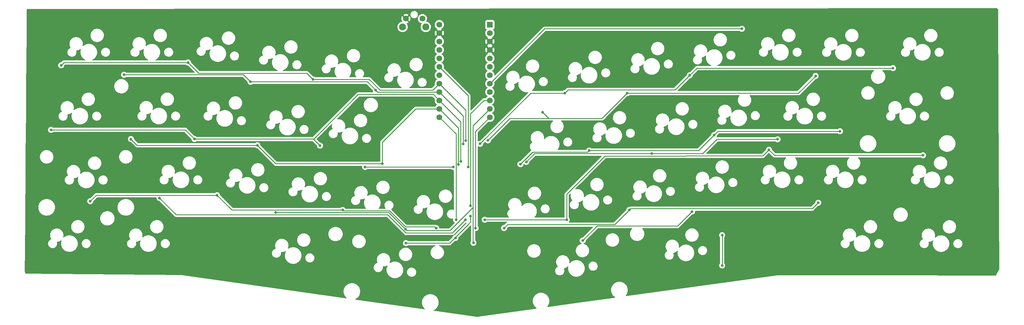
<source format=gtl>
G04 #@! TF.GenerationSoftware,KiCad,Pcbnew,(5.99.0-9176-ga1730d51ff)*
G04 #@! TF.CreationDate,2021-11-18T23:05:27-06:00*
G04 #@! TF.ProjectId,Concerto,436f6e63-6572-4746-9f2e-6b696361645f,rev?*
G04 #@! TF.SameCoordinates,Original*
G04 #@! TF.FileFunction,Copper,L1,Top*
G04 #@! TF.FilePolarity,Positive*
%FSLAX46Y46*%
G04 Gerber Fmt 4.6, Leading zero omitted, Abs format (unit mm)*
G04 Created by KiCad (PCBNEW (5.99.0-9176-ga1730d51ff)) date 2021-11-18 23:05:27*
%MOMM*%
%LPD*%
G01*
G04 APERTURE LIST*
G04 #@! TA.AperFunction,ComponentPad*
%ADD10C,2.100000*%
G04 #@! TD*
G04 #@! TA.AperFunction,ComponentPad*
%ADD11C,1.750000*%
G04 #@! TD*
G04 #@! TA.AperFunction,ComponentPad*
%ADD12R,1.752600X1.752600*%
G04 #@! TD*
G04 #@! TA.AperFunction,ComponentPad*
%ADD13C,1.752600*%
G04 #@! TD*
G04 #@! TA.AperFunction,ViaPad*
%ADD14C,0.800000*%
G04 #@! TD*
G04 #@! TA.AperFunction,Conductor*
%ADD15C,0.250000*%
G04 #@! TD*
G04 APERTURE END LIST*
D10*
X187035000Y-72112500D03*
X180025000Y-72112500D03*
D11*
X181025000Y-69622500D03*
X186025000Y-69622500D03*
D12*
X206350000Y-71420000D03*
D13*
X206350000Y-73960000D03*
X206350000Y-76500000D03*
X206350000Y-79040000D03*
X206350000Y-81580000D03*
X206350000Y-84120000D03*
X206350000Y-86660000D03*
X206350000Y-89200000D03*
X206350000Y-91740000D03*
X206350000Y-94280000D03*
X206350000Y-96820000D03*
X206350000Y-99360000D03*
X191110000Y-99360000D03*
X191110000Y-96820000D03*
X191110000Y-94280000D03*
X191110000Y-91740000D03*
X191110000Y-89200000D03*
X191110000Y-86660000D03*
X191110000Y-84120000D03*
X191110000Y-81580000D03*
X191110000Y-79040000D03*
X191110000Y-76500000D03*
X191110000Y-73960000D03*
X191110000Y-71420000D03*
D14*
X304600000Y-86900000D03*
X115300000Y-82840000D03*
X153010000Y-87940000D03*
X247750000Y-92080000D03*
X222260000Y-97830000D03*
X77040000Y-83690000D03*
X199080000Y-106390000D03*
X205750000Y-106340000D03*
X74000000Y-103170000D03*
X155110000Y-107910000D03*
X255150000Y-110340000D03*
X293120000Y-106010000D03*
X197615000Y-112710000D03*
X217320000Y-112830000D03*
X117260000Y-105920000D03*
X124060000Y-122890000D03*
X202050000Y-132800000D03*
X210630000Y-132800000D03*
X190150000Y-132800000D03*
X305400000Y-125150000D03*
X85810000Y-124700000D03*
X161950000Y-127351266D03*
X248430000Y-127310000D03*
X181030000Y-137320000D03*
X195980000Y-135750000D03*
X234360000Y-136540000D03*
X200535000Y-129190000D03*
X200510000Y-126040000D03*
X267320000Y-127800000D03*
X276410000Y-144070000D03*
X141746266Y-128076266D03*
X201390000Y-137250000D03*
X180940000Y-133140000D03*
X276410000Y-134940000D03*
X336980000Y-110830000D03*
X204810000Y-130270000D03*
X106710000Y-123730000D03*
X290530000Y-109170000D03*
X196140000Y-130310000D03*
X198990000Y-130270000D03*
X229510000Y-130270000D03*
X173910000Y-113370000D03*
X215566983Y-113510000D03*
X236310000Y-109400000D03*
X98090000Y-105950000D03*
X136210000Y-107810000D03*
X273980000Y-104750000D03*
X196890000Y-113590000D03*
X311930000Y-103590000D03*
X96010000Y-86540000D03*
X171910000Y-91180000D03*
X228970000Y-92070000D03*
X134150000Y-88670000D03*
X198295000Y-107400000D03*
X203410000Y-107370000D03*
X266650000Y-86680000D03*
X327960000Y-84540000D03*
X195360000Y-114370000D03*
X168690000Y-114370000D03*
X199810000Y-114380000D03*
X282360000Y-72670000D03*
D15*
X247750000Y-92080000D02*
X240120000Y-99710000D01*
X198820000Y-96910000D02*
X199070000Y-97160000D01*
X191110000Y-89200000D02*
X198820000Y-96910000D01*
X199070000Y-106380000D02*
X199080000Y-106390000D01*
X304600000Y-86900000D02*
X299420000Y-92080000D01*
X299420000Y-92080000D02*
X247750000Y-92080000D01*
X191110000Y-89200000D02*
X189120000Y-91190000D01*
X199070000Y-106120000D02*
X199070000Y-106380000D01*
X224140000Y-99710000D02*
X222260000Y-97830000D01*
X189120000Y-91190000D02*
X173200000Y-91190000D01*
X199070000Y-97160000D02*
X199070000Y-106120000D01*
X169950000Y-87940000D02*
X169970000Y-87940000D01*
X224140000Y-99710000D02*
X212380000Y-99710000D01*
X153010000Y-87940000D02*
X151159980Y-86089980D01*
X153010000Y-87940000D02*
X169950000Y-87940000D01*
X212380000Y-99710000D02*
X205750000Y-106340000D01*
X173200000Y-91190000D02*
X169950000Y-87940000D01*
X118549980Y-86089980D02*
X115300000Y-82840000D01*
X151159980Y-86089980D02*
X118549980Y-86089980D01*
X240120000Y-99710000D02*
X224140000Y-99710000D01*
X115300000Y-82840000D02*
X77890000Y-82840000D01*
X77890000Y-82840000D02*
X77040000Y-83690000D01*
X191110000Y-94280000D02*
X189310000Y-92480000D01*
X155110000Y-107910000D02*
X153120000Y-105920000D01*
X155110000Y-104040000D02*
X155920000Y-103230000D01*
X114510000Y-103170000D02*
X117260000Y-105920000D01*
X166670000Y-92480000D02*
X189310000Y-92480000D01*
X197570000Y-102670000D02*
X197570000Y-112710000D01*
X270532995Y-110340000D02*
X255150000Y-110340000D01*
X274862995Y-106010000D02*
X270532995Y-110340000D01*
X155920000Y-103230000D02*
X166670000Y-92480000D01*
X293120000Y-106010000D02*
X274862995Y-106010000D01*
X255150000Y-110340000D02*
X219810000Y-110340000D01*
X191110000Y-94280000D02*
X197570000Y-100740000D01*
X74000000Y-103170000D02*
X114510000Y-103170000D01*
X153120000Y-105920000D02*
X117260000Y-105920000D01*
X153230000Y-105920000D02*
X166670000Y-92480000D01*
X219810000Y-110340000D02*
X217320000Y-112830000D01*
X197570000Y-100740000D02*
X197570000Y-102670000D01*
X206350000Y-99360000D02*
X202050000Y-103660000D01*
X87620000Y-122890000D02*
X85810000Y-124700000D01*
X128521266Y-127351266D02*
X127910000Y-126740000D01*
X210630000Y-132800000D02*
X211700020Y-131729980D01*
X176090000Y-127590000D02*
X162188734Y-127590000D01*
X248430000Y-127310000D02*
X248810000Y-126930000D01*
X303620000Y-126930000D02*
X305400000Y-125150000D01*
X190150000Y-132800000D02*
X189764989Y-132414989D01*
X124060000Y-122890000D02*
X127910000Y-126740000D01*
X269110000Y-126930000D02*
X303620000Y-126930000D01*
X162188734Y-127590000D02*
X161950000Y-127351266D01*
X206350000Y-99360000D02*
X205752848Y-99360000D01*
X202050000Y-103660000D02*
X202050000Y-132800000D01*
X202050000Y-105610000D02*
X202050000Y-132800000D01*
X180914989Y-132414989D02*
X176090000Y-127590000D01*
X248810000Y-126930000D02*
X269110000Y-126930000D01*
X161950000Y-127351266D02*
X128521266Y-127351266D01*
X189764989Y-132414989D02*
X180914989Y-132414989D01*
X211700020Y-131729980D02*
X244010020Y-131729980D01*
X124060000Y-122890000D02*
X87620000Y-122890000D01*
X244010020Y-131729980D02*
X248430000Y-127310000D01*
X204560000Y-94280000D02*
X200535000Y-98305000D01*
X200535000Y-98305000D02*
X200535000Y-125420000D01*
X262940000Y-132180000D02*
X247310000Y-132180000D01*
X238720000Y-132180000D02*
X234360000Y-136540000D01*
X200535000Y-125420000D02*
X200535000Y-126015000D01*
X206350000Y-94280000D02*
X206160000Y-94280000D01*
X194220000Y-137320000D02*
X199990000Y-131550000D01*
X247310000Y-132180000D02*
X238720000Y-132180000D01*
X205400000Y-94280000D02*
X204560000Y-94280000D01*
X181030000Y-137320000D02*
X194220000Y-137320000D01*
X267320000Y-127800000D02*
X262940000Y-132180000D01*
X206350000Y-94280000D02*
X205400000Y-94280000D01*
X200535000Y-129190000D02*
X200535000Y-131005000D01*
X200535000Y-126015000D02*
X200510000Y-126040000D01*
X200535000Y-131005000D02*
X199990000Y-131550000D01*
X201260000Y-101910000D02*
X201260000Y-126080000D01*
X201260000Y-137120000D02*
X201390000Y-137250000D01*
X276410000Y-134940000D02*
X276410000Y-144070000D01*
X206350000Y-96820000D02*
X201260000Y-101910000D01*
X193504989Y-133525011D02*
X194074989Y-133525011D01*
X201260000Y-126600000D02*
X201260000Y-137120000D01*
X180940000Y-133140000D02*
X175876266Y-128076266D01*
X201260000Y-126080000D02*
X201260000Y-126600000D01*
X194334989Y-133525011D02*
X193504989Y-133525011D01*
X175876266Y-128076266D02*
X141746266Y-128076266D01*
X181325011Y-133525011D02*
X193504989Y-133525011D01*
X180940000Y-133140000D02*
X181325011Y-133525011D01*
X201260000Y-126600000D02*
X194334989Y-133525011D01*
X290530000Y-109170000D02*
X292190000Y-110830000D01*
X195003491Y-134256509D02*
X198990000Y-130270000D01*
X265464989Y-111065011D02*
X265540000Y-110990000D01*
X175528260Y-128801277D02*
X180983491Y-134256509D01*
X229510000Y-122590000D02*
X241034989Y-111065011D01*
X292190000Y-110830000D02*
X336980000Y-110830000D01*
X229510000Y-130270000D02*
X204810000Y-130270000D01*
X196140000Y-118770000D02*
X196140000Y-130310000D01*
X229510000Y-122590000D02*
X230540000Y-121560000D01*
X106710000Y-123730000D02*
X111781277Y-128801277D01*
X241034989Y-111065011D02*
X265464989Y-111065011D01*
X265540000Y-110990000D02*
X288710000Y-110990000D01*
X288710000Y-110990000D02*
X290530000Y-109170000D01*
X180983491Y-134256509D02*
X181006983Y-134280000D01*
X191110000Y-99360000D02*
X196140000Y-104390000D01*
X229490000Y-130290000D02*
X229510000Y-130270000D01*
X196140000Y-104390000D02*
X196140000Y-118770000D01*
X180983491Y-134256509D02*
X195003491Y-134256509D01*
X229510000Y-130270000D02*
X229510000Y-122590000D01*
X111781277Y-128801277D02*
X175528260Y-128801277D01*
X99950000Y-107810000D02*
X98090000Y-105950000D01*
X273980000Y-104750000D02*
X269330000Y-109400000D01*
X235830000Y-109880000D02*
X224030000Y-109880000D01*
X173910000Y-106920000D02*
X173910000Y-113370000D01*
X224030000Y-109880000D02*
X219480000Y-109880000D01*
X275140000Y-103590000D02*
X273980000Y-104750000D01*
X243470000Y-109400000D02*
X236310000Y-109400000D01*
X136210000Y-107810000D02*
X99950000Y-107810000D01*
X184010000Y-96820000D02*
X173910000Y-106920000D01*
X215696983Y-113380000D02*
X215566983Y-113510000D01*
X196890000Y-102626424D02*
X196890000Y-113590000D01*
X236310000Y-109400000D02*
X235830000Y-109880000D01*
X191110000Y-96820000D02*
X184010000Y-96820000D01*
X217180000Y-112000000D02*
X217040000Y-112140000D01*
X219480000Y-109880000D02*
X219300000Y-109880000D01*
X236310000Y-109400000D02*
X236150000Y-109400000D01*
X141770000Y-113370000D02*
X136210000Y-107810000D01*
X191110000Y-96846424D02*
X196890000Y-102626424D01*
X219300000Y-109880000D02*
X219196983Y-109880000D01*
X173910000Y-113370000D02*
X141770000Y-113370000D01*
X191110000Y-96820000D02*
X191110000Y-96846424D01*
X311930000Y-103590000D02*
X275140000Y-103590000D01*
X219196983Y-109880000D02*
X215696983Y-113380000D01*
X269330000Y-109400000D02*
X243470000Y-109400000D01*
X219300000Y-109880000D02*
X217180000Y-112000000D01*
X191110000Y-91740000D02*
X172470000Y-91740000D01*
X198295000Y-98925000D02*
X197805000Y-98435000D01*
X229920000Y-91120000D02*
X228970000Y-92070000D01*
X327960000Y-84540000D02*
X268790000Y-84540000D01*
X134150000Y-88670000D02*
X157190000Y-88670000D01*
X198295000Y-107400000D02*
X198295000Y-98925000D01*
X197805000Y-98435000D02*
X198140000Y-98770000D01*
X228970000Y-92070000D02*
X218710000Y-92070000D01*
X169400000Y-88670000D02*
X171910000Y-91180000D01*
X96010000Y-86540000D02*
X132020000Y-86540000D01*
X198140000Y-107245000D02*
X198295000Y-107400000D01*
X132020000Y-86540000D02*
X134150000Y-88670000D01*
X268790000Y-84540000D02*
X266650000Y-86680000D01*
X218710000Y-92070000D02*
X203410000Y-107370000D01*
X157190000Y-88670000D02*
X169400000Y-88670000D01*
X266650000Y-86680000D02*
X262210000Y-91120000D01*
X191110000Y-91740000D02*
X197805000Y-98435000D01*
X262210000Y-91120000D02*
X229920000Y-91120000D01*
X172470000Y-91740000D02*
X171910000Y-91180000D01*
X191110000Y-84120000D02*
X199830000Y-92840000D01*
X195360000Y-114370000D02*
X195560000Y-114370000D01*
X199830000Y-114360000D02*
X199810000Y-114380000D01*
X199830000Y-92840000D02*
X199830000Y-114360000D01*
X168690000Y-114370000D02*
X195360000Y-114370000D01*
X206350000Y-91740000D02*
X205680000Y-91740000D01*
X222880000Y-72670000D02*
X282360000Y-72670000D01*
X206350000Y-89200000D02*
X222880000Y-72670000D01*
G04 #@! TA.AperFunction,Conductor*
G36*
X359259107Y-66440488D02*
G01*
X359392905Y-66526477D01*
X359400291Y-66531605D01*
X359421872Y-66547760D01*
X359428878Y-66553406D01*
X359555321Y-66662973D01*
X359561902Y-66669101D01*
X359580934Y-66688133D01*
X359587045Y-66694696D01*
X359621039Y-66733928D01*
X359650529Y-66798508D01*
X359651810Y-66815860D01*
X359774550Y-93655013D01*
X359784318Y-95790900D01*
X360009578Y-145047579D01*
X360009646Y-145062540D01*
X360009647Y-145062876D01*
X360009645Y-145103898D01*
X360009645Y-145111927D01*
X359997122Y-145166685D01*
X359108275Y-147008523D01*
X359060654Y-147061180D01*
X359038833Y-147071815D01*
X359024624Y-147077115D01*
X359016087Y-147079956D01*
X358855564Y-147127089D01*
X358846850Y-147129313D01*
X358820533Y-147135038D01*
X358811680Y-147136636D01*
X358732117Y-147148075D01*
X358713938Y-147149357D01*
X324282436Y-147081486D01*
X293090000Y-147020000D01*
X247418715Y-153349376D01*
X247348495Y-153338915D01*
X247295077Y-153292149D01*
X247275422Y-153223927D01*
X247295770Y-153155909D01*
X247304327Y-153144263D01*
X247459223Y-152957027D01*
X247627945Y-152691163D01*
X247762016Y-152406250D01*
X247859319Y-152106779D01*
X247918322Y-151797475D01*
X247938094Y-151483214D01*
X247918322Y-151168953D01*
X247859319Y-150859649D01*
X247762016Y-150560178D01*
X247627945Y-150275265D01*
X247459223Y-150009401D01*
X247258510Y-149766781D01*
X247028971Y-149551229D01*
X246997736Y-149528535D01*
X246889954Y-149450227D01*
X246774226Y-149366146D01*
X246498293Y-149214451D01*
X246339012Y-149151387D01*
X246209206Y-149099993D01*
X246209203Y-149099992D01*
X246205523Y-149098535D01*
X246201689Y-149097551D01*
X246201681Y-149097548D01*
X246012898Y-149049077D01*
X245900534Y-149020227D01*
X245896606Y-149019731D01*
X245896602Y-149019730D01*
X245772772Y-149004087D01*
X245588135Y-148980762D01*
X245273253Y-148980762D01*
X245088616Y-149004087D01*
X244964786Y-149019730D01*
X244964782Y-149019731D01*
X244960854Y-149020227D01*
X244848490Y-149049077D01*
X244659707Y-149097548D01*
X244659699Y-149097551D01*
X244655865Y-149098535D01*
X244652185Y-149099992D01*
X244652182Y-149099993D01*
X244522376Y-149151387D01*
X244363095Y-149214451D01*
X244087162Y-149366146D01*
X243971434Y-149450227D01*
X243863653Y-149528535D01*
X243832417Y-149551229D01*
X243602878Y-149766781D01*
X243402165Y-150009401D01*
X243233443Y-150275265D01*
X243099372Y-150560178D01*
X243002069Y-150859649D01*
X242943066Y-151168953D01*
X242923294Y-151483214D01*
X242943066Y-151797475D01*
X243002069Y-152106779D01*
X243099372Y-152406250D01*
X243233443Y-152691163D01*
X243402165Y-152957027D01*
X243404681Y-152960068D01*
X243404687Y-152960076D01*
X243463015Y-153030582D01*
X243602878Y-153199647D01*
X243832417Y-153415199D01*
X243835619Y-153417526D01*
X243835621Y-153417527D01*
X244077825Y-153593498D01*
X244121179Y-153649720D01*
X244127254Y-153720456D01*
X244094123Y-153783248D01*
X244032303Y-153818159D01*
X244021060Y-153820241D01*
X234611483Y-155124272D01*
X223818274Y-156620054D01*
X223748055Y-156609593D01*
X223694637Y-156562827D01*
X223674982Y-156494605D01*
X223695330Y-156426587D01*
X223703895Y-156414932D01*
X223750885Y-156358130D01*
X223815583Y-156279924D01*
X223984305Y-156014060D01*
X224118376Y-155729147D01*
X224215679Y-155429676D01*
X224274682Y-155120372D01*
X224294454Y-154806111D01*
X224274682Y-154491850D01*
X224215679Y-154182546D01*
X224118376Y-153883075D01*
X223984305Y-153598162D01*
X223815583Y-153332298D01*
X223614870Y-153089678D01*
X223385331Y-152874126D01*
X223354096Y-152851432D01*
X223246314Y-152773124D01*
X223130586Y-152689043D01*
X222860489Y-152540556D01*
X222858115Y-152539251D01*
X222858112Y-152539250D01*
X222854653Y-152537348D01*
X222695372Y-152474284D01*
X222565566Y-152422890D01*
X222565563Y-152422889D01*
X222561883Y-152421432D01*
X222558049Y-152420448D01*
X222558041Y-152420445D01*
X222369258Y-152371974D01*
X222256894Y-152343124D01*
X222252966Y-152342628D01*
X222252962Y-152342627D01*
X222129132Y-152326984D01*
X221944495Y-152303659D01*
X221629613Y-152303659D01*
X221444976Y-152326984D01*
X221321146Y-152342627D01*
X221321142Y-152342628D01*
X221317214Y-152343124D01*
X221204850Y-152371974D01*
X221016067Y-152420445D01*
X221016059Y-152420448D01*
X221012225Y-152421432D01*
X221008545Y-152422889D01*
X221008542Y-152422890D01*
X220878736Y-152474284D01*
X220719455Y-152537348D01*
X220715996Y-152539250D01*
X220715993Y-152539251D01*
X220713620Y-152540556D01*
X220443522Y-152689043D01*
X220327794Y-152773124D01*
X220220013Y-152851432D01*
X220188777Y-152874126D01*
X219959238Y-153089678D01*
X219758525Y-153332298D01*
X219589803Y-153598162D01*
X219455732Y-153883075D01*
X219358429Y-154182546D01*
X219299426Y-154491850D01*
X219279654Y-154806111D01*
X219299426Y-155120372D01*
X219358429Y-155429676D01*
X219455732Y-155729147D01*
X219589803Y-156014060D01*
X219758525Y-156279924D01*
X219959238Y-156522544D01*
X220188777Y-156738096D01*
X220380747Y-156877570D01*
X220424100Y-156933791D01*
X220430175Y-157004527D01*
X220397044Y-157067319D01*
X220335224Y-157102230D01*
X220323981Y-157104312D01*
X202477483Y-159577577D01*
X202442525Y-159577526D01*
X189486666Y-157743300D01*
X189422022Y-157713946D01*
X189383510Y-157654303D01*
X189383357Y-157583307D01*
X189421611Y-157523498D01*
X189449568Y-157505261D01*
X189450545Y-157504874D01*
X189454014Y-157502967D01*
X189454018Y-157502965D01*
X189723006Y-157355088D01*
X189723009Y-157355086D01*
X189726478Y-157353179D01*
X189882184Y-157240052D01*
X189978019Y-157170424D01*
X189978021Y-157170423D01*
X189981223Y-157168096D01*
X190210762Y-156952544D01*
X190411475Y-156709924D01*
X190580197Y-156444060D01*
X190714268Y-156159147D01*
X190811571Y-155859676D01*
X190870574Y-155550372D01*
X190890346Y-155236111D01*
X190870574Y-154921850D01*
X190811571Y-154612546D01*
X190714268Y-154313075D01*
X190580197Y-154028162D01*
X190500798Y-153903048D01*
X190413597Y-153765642D01*
X190411475Y-153762298D01*
X190210762Y-153519678D01*
X189981223Y-153304126D01*
X189726478Y-153119043D01*
X189673064Y-153089678D01*
X189454007Y-152969251D01*
X189454004Y-152969250D01*
X189450545Y-152967348D01*
X189221941Y-152876837D01*
X189161458Y-152852890D01*
X189161455Y-152852889D01*
X189157775Y-152851432D01*
X189153941Y-152850448D01*
X189153933Y-152850445D01*
X188965150Y-152801974D01*
X188852786Y-152773124D01*
X188848858Y-152772628D01*
X188848854Y-152772627D01*
X188725024Y-152756984D01*
X188540387Y-152733659D01*
X188225505Y-152733659D01*
X188040868Y-152756984D01*
X187917038Y-152772627D01*
X187917034Y-152772628D01*
X187913106Y-152773124D01*
X187800742Y-152801974D01*
X187611959Y-152850445D01*
X187611951Y-152850448D01*
X187608117Y-152851432D01*
X187604437Y-152852889D01*
X187604434Y-152852890D01*
X187543951Y-152876837D01*
X187315347Y-152967348D01*
X187311888Y-152969250D01*
X187311885Y-152969251D01*
X187092829Y-153089678D01*
X187039414Y-153119043D01*
X186784669Y-153304126D01*
X186555130Y-153519678D01*
X186354417Y-153762298D01*
X186352295Y-153765642D01*
X186265095Y-153903048D01*
X186185695Y-154028162D01*
X186051624Y-154313075D01*
X185954321Y-154612546D01*
X185895318Y-154921850D01*
X185875546Y-155236111D01*
X185895318Y-155550372D01*
X185954321Y-155859676D01*
X186051624Y-156159147D01*
X186185695Y-156444060D01*
X186354417Y-156709924D01*
X186555130Y-156952544D01*
X186558017Y-156955255D01*
X186736205Y-157122585D01*
X186772170Y-157183798D01*
X186769332Y-157254738D01*
X186728592Y-157312882D01*
X186662884Y-157339770D01*
X186632290Y-157339191D01*
X166548397Y-154495813D01*
X165879190Y-154401070D01*
X165814545Y-154371716D01*
X165776033Y-154312073D01*
X165775880Y-154241077D01*
X165814134Y-154181268D01*
X165836151Y-154165899D01*
X166079366Y-154032191D01*
X166079369Y-154032189D01*
X166082838Y-154030282D01*
X166290391Y-153879486D01*
X166334379Y-153847527D01*
X166334381Y-153847526D01*
X166337583Y-153845199D01*
X166567122Y-153629647D01*
X166767835Y-153387027D01*
X166936557Y-153121163D01*
X167070628Y-152836250D01*
X167167931Y-152536779D01*
X167226934Y-152227475D01*
X167246706Y-151913214D01*
X167226934Y-151598953D01*
X167167931Y-151289649D01*
X167070628Y-150990178D01*
X166936557Y-150705265D01*
X166767835Y-150439401D01*
X166567122Y-150196781D01*
X166337583Y-149981229D01*
X166082838Y-149796146D01*
X166029424Y-149766781D01*
X165810367Y-149646354D01*
X165810364Y-149646353D01*
X165806905Y-149644451D01*
X165578301Y-149553940D01*
X165517818Y-149529993D01*
X165517815Y-149529992D01*
X165514135Y-149528535D01*
X165510301Y-149527551D01*
X165510293Y-149527548D01*
X165321510Y-149479077D01*
X165209146Y-149450227D01*
X165205218Y-149449731D01*
X165205214Y-149449730D01*
X165081384Y-149434087D01*
X164896747Y-149410762D01*
X164581865Y-149410762D01*
X164397228Y-149434087D01*
X164273398Y-149449730D01*
X164273394Y-149449731D01*
X164269466Y-149450227D01*
X164157102Y-149479077D01*
X163968319Y-149527548D01*
X163968311Y-149527551D01*
X163964477Y-149528535D01*
X163960797Y-149529992D01*
X163960794Y-149529993D01*
X163900311Y-149553940D01*
X163671707Y-149644451D01*
X163668248Y-149646353D01*
X163668245Y-149646354D01*
X163449189Y-149766781D01*
X163395774Y-149796146D01*
X163141029Y-149981229D01*
X162911490Y-150196781D01*
X162710777Y-150439401D01*
X162542055Y-150705265D01*
X162407984Y-150990178D01*
X162310681Y-151289649D01*
X162251678Y-151598953D01*
X162231906Y-151913214D01*
X162251678Y-152227475D01*
X162310681Y-152536779D01*
X162407984Y-152836250D01*
X162542055Y-153121163D01*
X162710777Y-153387027D01*
X162911490Y-153629647D01*
X162914377Y-153632358D01*
X163061903Y-153770895D01*
X163097869Y-153832108D01*
X163095030Y-153903048D01*
X163054290Y-153961192D01*
X162988582Y-153988080D01*
X162957991Y-153987501D01*
X113320000Y-146960000D01*
X113315851Y-146959963D01*
X113315849Y-146959963D01*
X66393755Y-146542878D01*
X66325815Y-146522271D01*
X66288880Y-146485007D01*
X66241571Y-146411392D01*
X66236992Y-146403674D01*
X66224082Y-146380031D01*
X66220056Y-146371988D01*
X66150555Y-146219802D01*
X66147113Y-146211491D01*
X66137696Y-146186242D01*
X66134856Y-146177709D01*
X66087729Y-146017209D01*
X66085505Y-146008497D01*
X66081646Y-145990760D01*
X66079771Y-145982138D01*
X66078175Y-145973290D01*
X66075877Y-145957302D01*
X66074599Y-145938413D01*
X66083322Y-144797109D01*
X171294846Y-144797109D01*
X171295695Y-144802380D01*
X171331175Y-145022655D01*
X171332182Y-145028910D01*
X171333907Y-145033962D01*
X171333907Y-145033963D01*
X171381761Y-145174130D01*
X171408040Y-145251105D01*
X171410589Y-145255791D01*
X171410590Y-145255792D01*
X171426080Y-145284261D01*
X171520252Y-145457344D01*
X171523556Y-145461535D01*
X171662305Y-145637538D01*
X171662309Y-145637542D01*
X171665608Y-145641727D01*
X171669568Y-145645299D01*
X171669569Y-145645300D01*
X171675508Y-145650657D01*
X171839952Y-145798983D01*
X172038300Y-145924616D01*
X172254980Y-146015033D01*
X172260183Y-146016229D01*
X172260188Y-146016231D01*
X172478594Y-146066453D01*
X172478599Y-146066454D01*
X172483797Y-146067649D01*
X172489125Y-146067952D01*
X172489128Y-146067952D01*
X172629650Y-146075931D01*
X172718207Y-146080960D01*
X172723514Y-146080360D01*
X172723516Y-146080360D01*
X172946206Y-146055184D01*
X172946211Y-146055183D01*
X172951509Y-146054584D01*
X172956626Y-146053102D01*
X172956632Y-146053101D01*
X173095196Y-146012975D01*
X173177032Y-145989277D01*
X173388327Y-145886906D01*
X173465812Y-145831534D01*
X173575006Y-145753503D01*
X173575008Y-145753501D01*
X173579352Y-145750397D01*
X173675147Y-145653763D01*
X173740894Y-145587440D01*
X173740895Y-145587439D01*
X173744647Y-145583654D01*
X173839556Y-145448362D01*
X173876423Y-145395808D01*
X173876425Y-145395805D01*
X173879484Y-145391444D01*
X173888772Y-145371841D01*
X173977725Y-145184081D01*
X173977725Y-145184080D01*
X173980007Y-145179264D01*
X174043344Y-144953180D01*
X174044312Y-144943897D01*
X174053344Y-144857233D01*
X174067682Y-144719657D01*
X174067938Y-144693001D01*
X174057304Y-144567671D01*
X174051311Y-144497048D01*
X174065482Y-144427480D01*
X174115015Y-144376617D01*
X174181257Y-144360472D01*
X174356454Y-144366590D01*
X174356460Y-144366590D01*
X174360848Y-144366743D01*
X174365214Y-144366284D01*
X174365217Y-144366284D01*
X174635846Y-144337840D01*
X174635851Y-144337839D01*
X174640219Y-144337380D01*
X174843526Y-144286690D01*
X174908513Y-144270487D01*
X174908515Y-144270486D01*
X174912784Y-144269422D01*
X174978327Y-144242941D01*
X175169148Y-144165845D01*
X175169154Y-144165842D01*
X175173238Y-144164192D01*
X175177053Y-144161990D01*
X175177058Y-144161987D01*
X175309194Y-144085698D01*
X175378189Y-144068960D01*
X175445281Y-144092181D01*
X175489168Y-144147988D01*
X175495917Y-144218663D01*
X175486202Y-144248465D01*
X175378678Y-144476964D01*
X175350941Y-144562332D01*
X175290334Y-144748863D01*
X175281375Y-144776435D01*
X175222372Y-145085739D01*
X175202600Y-145400000D01*
X175222372Y-145714261D01*
X175281375Y-146023565D01*
X175282601Y-146027339D01*
X175282602Y-146027342D01*
X175307526Y-146104051D01*
X175378678Y-146323036D01*
X175512749Y-146607949D01*
X175514867Y-146611287D01*
X175514869Y-146611290D01*
X175524030Y-146625725D01*
X175681471Y-146873813D01*
X175683990Y-146876858D01*
X175683993Y-146876862D01*
X175742321Y-146947368D01*
X175882184Y-147116433D01*
X176111723Y-147331985D01*
X176114925Y-147334312D01*
X176114927Y-147334313D01*
X176144317Y-147355666D01*
X176366468Y-147517068D01*
X176642401Y-147668763D01*
X176801682Y-147731827D01*
X176931488Y-147783221D01*
X176931491Y-147783222D01*
X176935171Y-147784679D01*
X176939005Y-147785663D01*
X176939013Y-147785666D01*
X177127796Y-147834137D01*
X177240160Y-147862987D01*
X177244088Y-147863483D01*
X177244092Y-147863484D01*
X177354971Y-147877491D01*
X177552559Y-147902452D01*
X177867441Y-147902452D01*
X178065029Y-147877491D01*
X178175908Y-147863484D01*
X178175912Y-147863483D01*
X178179840Y-147862987D01*
X178292204Y-147834137D01*
X178480987Y-147785666D01*
X178480995Y-147785663D01*
X178484829Y-147784679D01*
X178488509Y-147783222D01*
X178488512Y-147783221D01*
X178618318Y-147731827D01*
X178777599Y-147668763D01*
X179053532Y-147517068D01*
X179275683Y-147355666D01*
X179305073Y-147334313D01*
X179305075Y-147334312D01*
X179308277Y-147331985D01*
X179537816Y-147116433D01*
X179677679Y-146947368D01*
X179736007Y-146876862D01*
X179736010Y-146876858D01*
X179738529Y-146873813D01*
X179895970Y-146625725D01*
X179905131Y-146611290D01*
X179905133Y-146611287D01*
X179907251Y-146607949D01*
X180041322Y-146323036D01*
X180077690Y-146211107D01*
X181355970Y-146211107D01*
X181356819Y-146216378D01*
X181392299Y-146436653D01*
X181393306Y-146442908D01*
X181395031Y-146447960D01*
X181395031Y-146447961D01*
X181442885Y-146588128D01*
X181469164Y-146665103D01*
X181581376Y-146871342D01*
X181584680Y-146875533D01*
X181723429Y-147051536D01*
X181723433Y-147051540D01*
X181726732Y-147055725D01*
X181730692Y-147059297D01*
X181730693Y-147059298D01*
X181761481Y-147087068D01*
X181901076Y-147212981D01*
X182099424Y-147338614D01*
X182316104Y-147429031D01*
X182321307Y-147430227D01*
X182321312Y-147430229D01*
X182539718Y-147480451D01*
X182539723Y-147480452D01*
X182544921Y-147481647D01*
X182550249Y-147481950D01*
X182550252Y-147481950D01*
X182690774Y-147489929D01*
X182779331Y-147494958D01*
X182784638Y-147494358D01*
X182784640Y-147494358D01*
X183007330Y-147469182D01*
X183007335Y-147469181D01*
X183012633Y-147468582D01*
X183017750Y-147467100D01*
X183017756Y-147467099D01*
X183156320Y-147426973D01*
X183238156Y-147403275D01*
X183449451Y-147300904D01*
X183539072Y-147236860D01*
X183636130Y-147167501D01*
X183636132Y-147167499D01*
X183640476Y-147164395D01*
X183715239Y-147088977D01*
X183802018Y-147001438D01*
X183802019Y-147001437D01*
X183805771Y-146997652D01*
X183874784Y-146899274D01*
X183937547Y-146809806D01*
X183937549Y-146809803D01*
X183940608Y-146805442D01*
X183949896Y-146785839D01*
X184038849Y-146598079D01*
X184038849Y-146598078D01*
X184041131Y-146593262D01*
X184104468Y-146367178D01*
X184108695Y-146326625D01*
X184111513Y-146299581D01*
X184128806Y-146133655D01*
X184129062Y-146106999D01*
X184125622Y-146066453D01*
X184109662Y-145878362D01*
X184109661Y-145878358D01*
X184109211Y-145873051D01*
X184107873Y-145867896D01*
X184107872Y-145867890D01*
X184085348Y-145781107D01*
X226044846Y-145781107D01*
X226045695Y-145786378D01*
X226079393Y-145995591D01*
X226082182Y-146012908D01*
X226083907Y-146017960D01*
X226083907Y-146017961D01*
X226150426Y-146212800D01*
X226158040Y-146235103D01*
X226270252Y-146441342D01*
X226273556Y-146445533D01*
X226412305Y-146621536D01*
X226412309Y-146621540D01*
X226415608Y-146625725D01*
X226589952Y-146782981D01*
X226788300Y-146908614D01*
X227004980Y-146999031D01*
X227010183Y-147000227D01*
X227010188Y-147000229D01*
X227228594Y-147050451D01*
X227228599Y-147050452D01*
X227233797Y-147051647D01*
X227239125Y-147051950D01*
X227239128Y-147051950D01*
X227368533Y-147059298D01*
X227468207Y-147064958D01*
X227473514Y-147064358D01*
X227473516Y-147064358D01*
X227696206Y-147039182D01*
X227696211Y-147039181D01*
X227701509Y-147038582D01*
X227706626Y-147037100D01*
X227706632Y-147037099D01*
X227838089Y-146999031D01*
X227927032Y-146973275D01*
X228138327Y-146870904D01*
X228236671Y-146800626D01*
X228325006Y-146737501D01*
X228325008Y-146737499D01*
X228329352Y-146734395D01*
X228494647Y-146567652D01*
X228552626Y-146485003D01*
X228626423Y-146379806D01*
X228626425Y-146379803D01*
X228629484Y-146375442D01*
X228633400Y-146367178D01*
X228727725Y-146168079D01*
X228727725Y-146168078D01*
X228730007Y-146163262D01*
X228793344Y-145937178D01*
X228797571Y-145896625D01*
X228807747Y-145798983D01*
X228817682Y-145703655D01*
X228817938Y-145676999D01*
X228817688Y-145674051D01*
X228798538Y-145448362D01*
X228798537Y-145448358D01*
X228798087Y-145443051D01*
X228796749Y-145437896D01*
X228796748Y-145437890D01*
X228740445Y-145220964D01*
X228739103Y-145215793D01*
X228736910Y-145210925D01*
X228736908Y-145210919D01*
X228695008Y-145117904D01*
X228685267Y-145047579D01*
X228715093Y-144983151D01*
X228779408Y-144943897D01*
X228951514Y-144900986D01*
X228951516Y-144900985D01*
X228955785Y-144899921D01*
X229061442Y-144857233D01*
X229212149Y-144796344D01*
X229212155Y-144796341D01*
X229216239Y-144794691D01*
X229220054Y-144792489D01*
X229220059Y-144792486D01*
X229345538Y-144720040D01*
X229459514Y-144654236D01*
X229485401Y-144634011D01*
X229677405Y-144484001D01*
X229677409Y-144483997D01*
X229680873Y-144481291D01*
X229684672Y-144477358D01*
X229791995Y-144366221D01*
X229853704Y-144331114D01*
X229924598Y-144334942D01*
X229982167Y-144376490D01*
X230008135Y-144442567D01*
X230006400Y-144477358D01*
X229972372Y-144655739D01*
X229952600Y-144970000D01*
X229972372Y-145284261D01*
X230031375Y-145593565D01*
X230032601Y-145597339D01*
X230032602Y-145597342D01*
X230050934Y-145653763D01*
X230128678Y-145893036D01*
X230262749Y-146177949D01*
X230264867Y-146181287D01*
X230264869Y-146181290D01*
X230295816Y-146230054D01*
X230431471Y-146443813D01*
X230433990Y-146446858D01*
X230433993Y-146446862D01*
X230465546Y-146485003D01*
X230632184Y-146686433D01*
X230861723Y-146901985D01*
X230864925Y-146904312D01*
X230864927Y-146904313D01*
X230870847Y-146908614D01*
X231116468Y-147087068D01*
X231119937Y-147088975D01*
X231119940Y-147088977D01*
X231350702Y-147215839D01*
X231392401Y-147238763D01*
X231541514Y-147297801D01*
X231681488Y-147353221D01*
X231681491Y-147353222D01*
X231685171Y-147354679D01*
X231689005Y-147355663D01*
X231689013Y-147355666D01*
X231874440Y-147403275D01*
X231990160Y-147432987D01*
X231994088Y-147433483D01*
X231994092Y-147433484D01*
X232117922Y-147449127D01*
X232302559Y-147472452D01*
X232617441Y-147472452D01*
X232802078Y-147449127D01*
X232925908Y-147433484D01*
X232925912Y-147433483D01*
X232929840Y-147432987D01*
X233045560Y-147403275D01*
X233230987Y-147355666D01*
X233230995Y-147355663D01*
X233234829Y-147354679D01*
X233238509Y-147353222D01*
X233238512Y-147353221D01*
X233378486Y-147297801D01*
X233527599Y-147238763D01*
X233569298Y-147215839D01*
X233800060Y-147088977D01*
X233800063Y-147088975D01*
X233803532Y-147087068D01*
X234049153Y-146908614D01*
X234055073Y-146904313D01*
X234055075Y-146904312D01*
X234058277Y-146901985D01*
X234287816Y-146686433D01*
X234454454Y-146485003D01*
X234486007Y-146446862D01*
X234486010Y-146446858D01*
X234488529Y-146443813D01*
X234624184Y-146230054D01*
X234655131Y-146181290D01*
X234655133Y-146181287D01*
X234657251Y-146177949D01*
X234791322Y-145893036D01*
X234869066Y-145653763D01*
X234887398Y-145597342D01*
X234887399Y-145597339D01*
X234888625Y-145593565D01*
X234947628Y-145284261D01*
X234967400Y-144970000D01*
X234947628Y-144655739D01*
X234892569Y-144367109D01*
X236105970Y-144367109D01*
X236106819Y-144372380D01*
X236136814Y-144558602D01*
X236143306Y-144598910D01*
X236145031Y-144603962D01*
X236145031Y-144603963D01*
X236210972Y-144797109D01*
X236219164Y-144821105D01*
X236331376Y-145027344D01*
X236334680Y-145031535D01*
X236473429Y-145207538D01*
X236473433Y-145207542D01*
X236476732Y-145211727D01*
X236480692Y-145215299D01*
X236480693Y-145215300D01*
X236504707Y-145236960D01*
X236651076Y-145368983D01*
X236849424Y-145494616D01*
X237066104Y-145585033D01*
X237071307Y-145586229D01*
X237071312Y-145586231D01*
X237289718Y-145636453D01*
X237289723Y-145636454D01*
X237294921Y-145637649D01*
X237300249Y-145637952D01*
X237300252Y-145637952D01*
X237429657Y-145645300D01*
X237529331Y-145650960D01*
X237534638Y-145650360D01*
X237534640Y-145650360D01*
X237757330Y-145625184D01*
X237757335Y-145625183D01*
X237762633Y-145624584D01*
X237767750Y-145623102D01*
X237767756Y-145623101D01*
X237899213Y-145585033D01*
X237988156Y-145559277D01*
X238199451Y-145456906D01*
X238297795Y-145386628D01*
X238386130Y-145323503D01*
X238386132Y-145323501D01*
X238390476Y-145320397D01*
X238555771Y-145153654D01*
X238630184Y-145047579D01*
X238687547Y-144965808D01*
X238687549Y-144965805D01*
X238690608Y-144961444D01*
X238694524Y-144953180D01*
X238788849Y-144754081D01*
X238788849Y-144754080D01*
X238791131Y-144749264D01*
X238854468Y-144523180D01*
X238878806Y-144289657D01*
X238878990Y-144270487D01*
X238879034Y-144265963D01*
X238879034Y-144265954D01*
X238879062Y-144263001D01*
X238872758Y-144188710D01*
X238859662Y-144034364D01*
X238859661Y-144034360D01*
X238859211Y-144029053D01*
X238857873Y-144023898D01*
X238857872Y-144023892D01*
X238801569Y-143806966D01*
X238800227Y-143801795D01*
X238703795Y-143587724D01*
X238572673Y-143392962D01*
X238567734Y-143387784D01*
X238467710Y-143282932D01*
X238410610Y-143223076D01*
X238222240Y-143082925D01*
X238217489Y-143080509D01*
X238217485Y-143080507D01*
X238017705Y-142978934D01*
X238017704Y-142978934D01*
X238012949Y-142976516D01*
X237788722Y-142906892D01*
X237761694Y-142903310D01*
X237561252Y-142876742D01*
X237561249Y-142876742D01*
X237555969Y-142876042D01*
X237550640Y-142876242D01*
X237550639Y-142876242D01*
X237465924Y-142879423D01*
X237321346Y-142884851D01*
X237091562Y-142933064D01*
X237086606Y-142935021D01*
X237086600Y-142935023D01*
X236878151Y-143017344D01*
X236878149Y-143017345D01*
X236873186Y-143019305D01*
X236868627Y-143022072D01*
X236868624Y-143022073D01*
X236804844Y-143060776D01*
X236672463Y-143141107D01*
X236668433Y-143144604D01*
X236607974Y-143197068D01*
X236495132Y-143294987D01*
X236491749Y-143299113D01*
X236491745Y-143299117D01*
X236349647Y-143472418D01*
X236349643Y-143472424D01*
X236346263Y-143476546D01*
X236343624Y-143481182D01*
X236343622Y-143481185D01*
X236248254Y-143648723D01*
X236230113Y-143680592D01*
X236228292Y-143685608D01*
X236228290Y-143685613D01*
X236151823Y-143896275D01*
X236150003Y-143901290D01*
X236149054Y-143906539D01*
X236149053Y-143906542D01*
X236119683Y-144068960D01*
X236108224Y-144132332D01*
X236108173Y-144137671D01*
X236106034Y-144360472D01*
X236105970Y-144367109D01*
X234892569Y-144367109D01*
X234888625Y-144346435D01*
X234885833Y-144337840D01*
X234837378Y-144188710D01*
X234791322Y-144046964D01*
X234657251Y-143762051D01*
X234631509Y-143721487D01*
X234534319Y-143568340D01*
X234488529Y-143496187D01*
X234476119Y-143481185D01*
X234382054Y-143367481D01*
X234287816Y-143253567D01*
X234058277Y-143038015D01*
X234027042Y-143015321D01*
X233919260Y-142937013D01*
X233803532Y-142852932D01*
X233780304Y-142840162D01*
X233531061Y-142703140D01*
X233531058Y-142703139D01*
X233527599Y-142701237D01*
X233348458Y-142630310D01*
X233238512Y-142586779D01*
X233238509Y-142586778D01*
X233234829Y-142585321D01*
X233230995Y-142584337D01*
X233230987Y-142584334D01*
X233021140Y-142530455D01*
X232929840Y-142507013D01*
X232925912Y-142506517D01*
X232925908Y-142506516D01*
X232799347Y-142490528D01*
X232617441Y-142467548D01*
X232302559Y-142467548D01*
X232120653Y-142490528D01*
X231994092Y-142506516D01*
X231994088Y-142506517D01*
X231990160Y-142507013D01*
X231898860Y-142530455D01*
X231689013Y-142584334D01*
X231689005Y-142584337D01*
X231685171Y-142585321D01*
X231681491Y-142586778D01*
X231681488Y-142586779D01*
X231571542Y-142630310D01*
X231392401Y-142701237D01*
X231388942Y-142703139D01*
X231388939Y-142703140D01*
X231139697Y-142840162D01*
X231116468Y-142852932D01*
X231000740Y-142937013D01*
X230892959Y-143015321D01*
X230861723Y-143038015D01*
X230632184Y-143253567D01*
X230629661Y-143256617D01*
X230629658Y-143256620D01*
X230550391Y-143352437D01*
X230491558Y-143392175D01*
X230420580Y-143393796D01*
X230359992Y-143356787D01*
X230329032Y-143292897D01*
X230327614Y-143263332D01*
X230328084Y-143256620D01*
X230347079Y-142984969D01*
X230343691Y-142936516D01*
X230327791Y-142709129D01*
X230327790Y-142709124D01*
X230327484Y-142704744D01*
X230269079Y-142429973D01*
X230243196Y-142358860D01*
X230174512Y-142170150D01*
X230174510Y-142170146D01*
X230173003Y-142166005D01*
X230170935Y-142162115D01*
X230170932Y-142162109D01*
X230043194Y-141921869D01*
X230043190Y-141921863D01*
X230041124Y-141917977D01*
X230030034Y-141902712D01*
X229878598Y-141694279D01*
X229878596Y-141694276D01*
X229876009Y-141690716D01*
X229859174Y-141673283D01*
X229683927Y-141491809D01*
X229683923Y-141491806D01*
X229680873Y-141488647D01*
X229677409Y-141485941D01*
X229677405Y-141485937D01*
X229462980Y-141318410D01*
X229462981Y-141318410D01*
X229459514Y-141315702D01*
X229323803Y-141237349D01*
X229220059Y-141177452D01*
X229220054Y-141177449D01*
X229216239Y-141175247D01*
X229212155Y-141173597D01*
X229212149Y-141173594D01*
X229003515Y-141089301D01*
X228955785Y-141070017D01*
X228916480Y-141060217D01*
X228704874Y-141007458D01*
X228683220Y-141002059D01*
X228678852Y-141001600D01*
X228678847Y-141001599D01*
X228408218Y-140973155D01*
X228408215Y-140973155D01*
X228403849Y-140972696D01*
X228399461Y-140972849D01*
X228399455Y-140972849D01*
X228127508Y-140982345D01*
X228127501Y-140982346D01*
X228123111Y-140982499D01*
X228118787Y-140983262D01*
X228118782Y-140983262D01*
X228006142Y-141003124D01*
X227846469Y-141031279D01*
X227579309Y-141118084D01*
X227575356Y-141120012D01*
X227575351Y-141120014D01*
X227522493Y-141145795D01*
X227326829Y-141241227D01*
X227323190Y-141243682D01*
X227323184Y-141243685D01*
X227216415Y-141315702D01*
X227093945Y-141398309D01*
X226934468Y-141541902D01*
X226891730Y-141580384D01*
X226885188Y-141586274D01*
X226870681Y-141603563D01*
X226707451Y-141798092D01*
X226707447Y-141798097D01*
X226704623Y-141801463D01*
X226555764Y-142039688D01*
X226521308Y-142117077D01*
X226446824Y-142284372D01*
X226441508Y-142296311D01*
X226440296Y-142300538D01*
X226369119Y-142548764D01*
X226364079Y-142566339D01*
X226363468Y-142570689D01*
X226363467Y-142570692D01*
X226351221Y-142657830D01*
X226324984Y-142844514D01*
X226324984Y-143125424D01*
X226344366Y-143263332D01*
X226352527Y-143321399D01*
X226364079Y-143403599D01*
X226441508Y-143673627D01*
X226443294Y-143677639D01*
X226443295Y-143677641D01*
X226447292Y-143686619D01*
X226555764Y-143930250D01*
X226704623Y-144168475D01*
X226707449Y-144171843D01*
X226707452Y-144171847D01*
X226727407Y-144195628D01*
X226793705Y-144274638D01*
X226822169Y-144339678D01*
X226810952Y-144409783D01*
X226762549Y-144463348D01*
X226672707Y-144517866D01*
X226611339Y-144555105D01*
X226607309Y-144558602D01*
X226449015Y-144695963D01*
X226434008Y-144708985D01*
X226430625Y-144713111D01*
X226430621Y-144713115D01*
X226288523Y-144886416D01*
X226288519Y-144886422D01*
X226285139Y-144890544D01*
X226282500Y-144895180D01*
X226282498Y-144895183D01*
X226229321Y-144988602D01*
X226168989Y-145094590D01*
X226167168Y-145099606D01*
X226167166Y-145099611D01*
X226090699Y-145310273D01*
X226088879Y-145315288D01*
X226087930Y-145320537D01*
X226087929Y-145320540D01*
X226056451Y-145494616D01*
X226047100Y-145546330D01*
X226046069Y-145653763D01*
X226045590Y-145703655D01*
X226044846Y-145781107D01*
X184085348Y-145781107D01*
X184051568Y-145650960D01*
X184050227Y-145645793D01*
X183961291Y-145448362D01*
X183955985Y-145436583D01*
X183955984Y-145436580D01*
X183953795Y-145431722D01*
X183822673Y-145236960D01*
X183802011Y-145215300D01*
X183709099Y-145117904D01*
X183660610Y-145067074D01*
X183472240Y-144926923D01*
X183467489Y-144924507D01*
X183467485Y-144924505D01*
X183267705Y-144822932D01*
X183267704Y-144822932D01*
X183262949Y-144820514D01*
X183038722Y-144750890D01*
X182986377Y-144743952D01*
X182811252Y-144720740D01*
X182811249Y-144720740D01*
X182805969Y-144720040D01*
X182800640Y-144720240D01*
X182800639Y-144720240D01*
X182715924Y-144723421D01*
X182571346Y-144728849D01*
X182341562Y-144777062D01*
X182336606Y-144779019D01*
X182336600Y-144779021D01*
X182128151Y-144861342D01*
X182128149Y-144861343D01*
X182123186Y-144863303D01*
X182118627Y-144866070D01*
X182118624Y-144866071D01*
X181983831Y-144947866D01*
X181922463Y-144985105D01*
X181918433Y-144988602D01*
X181769426Y-145117904D01*
X181745132Y-145138985D01*
X181741749Y-145143111D01*
X181741745Y-145143115D01*
X181599647Y-145316416D01*
X181599643Y-145316422D01*
X181596263Y-145320544D01*
X181593624Y-145325180D01*
X181593622Y-145325183D01*
X181529466Y-145437890D01*
X181480113Y-145524590D01*
X181478292Y-145529606D01*
X181478290Y-145529611D01*
X181401823Y-145740273D01*
X181400003Y-145745288D01*
X181399054Y-145750537D01*
X181399053Y-145750540D01*
X181367575Y-145924616D01*
X181358224Y-145976330D01*
X181357154Y-146087785D01*
X181356128Y-146194697D01*
X181355970Y-146211107D01*
X180077690Y-146211107D01*
X180112474Y-146104051D01*
X180137398Y-146027342D01*
X180137399Y-146027339D01*
X180138625Y-146023565D01*
X180197628Y-145714261D01*
X180217400Y-145400000D01*
X180197628Y-145085739D01*
X180138625Y-144776435D01*
X180129667Y-144748863D01*
X180069059Y-144562332D01*
X180041322Y-144476964D01*
X179907251Y-144192051D01*
X179872741Y-144137671D01*
X179740651Y-143929531D01*
X179738529Y-143926187D01*
X179726119Y-143911185D01*
X179676157Y-143850792D01*
X179537816Y-143683567D01*
X179308277Y-143468015D01*
X179303686Y-143464679D01*
X179146142Y-143350217D01*
X179053532Y-143282932D01*
X179000118Y-143253567D01*
X178781061Y-143133140D01*
X178781058Y-143133139D01*
X178777599Y-143131237D01*
X178565215Y-143047148D01*
X178488512Y-143016779D01*
X178488509Y-143016778D01*
X178484829Y-143015321D01*
X178480995Y-143014337D01*
X178480987Y-143014334D01*
X178270073Y-142960181D01*
X178179840Y-142937013D01*
X178175912Y-142936517D01*
X178175908Y-142936516D01*
X178052078Y-142920873D01*
X177867441Y-142897548D01*
X177552559Y-142897548D01*
X177367922Y-142920873D01*
X177244092Y-142936516D01*
X177244088Y-142936517D01*
X177240160Y-142937013D01*
X177149927Y-142960181D01*
X176939013Y-143014334D01*
X176939005Y-143014337D01*
X176935171Y-143015321D01*
X176931491Y-143016778D01*
X176931488Y-143016779D01*
X176854785Y-143047148D01*
X176642401Y-143131237D01*
X176638942Y-143133139D01*
X176638939Y-143133140D01*
X176419883Y-143253567D01*
X176366468Y-143282932D01*
X176363265Y-143285259D01*
X176363262Y-143285261D01*
X176324225Y-143313623D01*
X176257357Y-143337481D01*
X176188206Y-143321399D01*
X176138726Y-143270485D01*
X176124627Y-143200902D01*
X176131764Y-143168592D01*
X176138216Y-143150867D01*
X176195171Y-142994382D01*
X176224574Y-142913599D01*
X176224575Y-142913595D01*
X176226078Y-142909466D01*
X176284483Y-142634695D01*
X176288959Y-142570692D01*
X176303771Y-142358860D01*
X176304078Y-142354470D01*
X176300011Y-142296311D01*
X176284790Y-142078630D01*
X176284789Y-142078625D01*
X176284483Y-142074245D01*
X176226078Y-141799474D01*
X176224574Y-141795341D01*
X176131511Y-141539651D01*
X176131509Y-141539647D01*
X176130002Y-141535506D01*
X176127934Y-141531616D01*
X176127931Y-141531610D01*
X176000193Y-141291370D01*
X176000189Y-141291364D01*
X175998123Y-141287478D01*
X175969583Y-141248195D01*
X175835597Y-141063780D01*
X175835595Y-141063777D01*
X175833008Y-141060217D01*
X175829950Y-141057050D01*
X175640926Y-140861310D01*
X175640922Y-140861307D01*
X175637872Y-140858148D01*
X175634408Y-140855442D01*
X175634404Y-140855438D01*
X175419979Y-140687911D01*
X175419980Y-140687911D01*
X175416513Y-140685203D01*
X175238597Y-140582483D01*
X178923685Y-140582483D01*
X178923685Y-140863393D01*
X178940403Y-140982345D01*
X178960233Y-141123443D01*
X178962780Y-141141568D01*
X178963992Y-141145794D01*
X178963992Y-141145795D01*
X178979324Y-141199263D01*
X179040209Y-141411596D01*
X179154465Y-141668219D01*
X179303324Y-141906444D01*
X179306148Y-141909810D01*
X179306152Y-141909815D01*
X179384374Y-142003036D01*
X179483889Y-142121633D01*
X179692646Y-142309598D01*
X179734889Y-142338091D01*
X179921885Y-142464222D01*
X179921891Y-142464225D01*
X179925530Y-142466680D01*
X180056288Y-142530455D01*
X180174052Y-142587893D01*
X180174057Y-142587895D01*
X180178010Y-142589823D01*
X180445170Y-142676628D01*
X180570504Y-142698728D01*
X180717483Y-142724645D01*
X180717488Y-142724645D01*
X180721812Y-142725408D01*
X180726202Y-142725561D01*
X180726209Y-142725562D01*
X180998156Y-142735058D01*
X180998162Y-142735058D01*
X181002550Y-142735211D01*
X181006916Y-142734752D01*
X181006919Y-142734752D01*
X181277548Y-142706308D01*
X181277553Y-142706307D01*
X181281921Y-142705848D01*
X181474511Y-142657830D01*
X181550215Y-142638955D01*
X181550217Y-142638954D01*
X181554486Y-142637890D01*
X181670088Y-142591184D01*
X181810850Y-142534313D01*
X181810856Y-142534310D01*
X181814940Y-142532660D01*
X181818755Y-142530458D01*
X181818760Y-142530455D01*
X181985358Y-142434269D01*
X182058215Y-142392205D01*
X182100895Y-142358860D01*
X182276106Y-142221970D01*
X182276110Y-142221966D01*
X182279574Y-142219260D01*
X182284351Y-142214314D01*
X182471652Y-142020358D01*
X182471654Y-142020355D01*
X182474710Y-142017191D01*
X182482387Y-142006625D01*
X182637236Y-141793494D01*
X182637238Y-141793490D01*
X182639825Y-141789930D01*
X182641891Y-141786044D01*
X182641895Y-141786038D01*
X182769633Y-141545798D01*
X182769636Y-141545792D01*
X182771704Y-141541902D01*
X182775904Y-141530364D01*
X182866276Y-141282067D01*
X182866277Y-141282063D01*
X182867780Y-141277934D01*
X182926185Y-141003163D01*
X182927316Y-140987000D01*
X182945473Y-140727328D01*
X182945780Y-140722938D01*
X182938243Y-140615151D01*
X182926492Y-140447098D01*
X182926491Y-140447093D01*
X182926185Y-140442713D01*
X182867780Y-140167942D01*
X182865158Y-140160738D01*
X182773213Y-139908119D01*
X182773211Y-139908115D01*
X182771704Y-139903974D01*
X182769636Y-139900084D01*
X182769633Y-139900078D01*
X182641895Y-139659838D01*
X182641891Y-139659832D01*
X182639825Y-139655946D01*
X182606103Y-139609531D01*
X182477299Y-139432248D01*
X182477297Y-139432245D01*
X182474710Y-139428685D01*
X182464671Y-139418289D01*
X182282628Y-139229778D01*
X182282624Y-139229775D01*
X182279574Y-139226616D01*
X182276110Y-139223910D01*
X182276106Y-139223906D01*
X182061681Y-139056379D01*
X182061682Y-139056379D01*
X182058215Y-139053671D01*
X181896785Y-138960469D01*
X181818760Y-138915421D01*
X181818755Y-138915418D01*
X181814940Y-138913216D01*
X181810856Y-138911566D01*
X181810850Y-138911563D01*
X181583212Y-138819592D01*
X181554486Y-138807986D01*
X181506690Y-138796069D01*
X181377173Y-138763777D01*
X181281921Y-138740028D01*
X181277553Y-138739569D01*
X181277548Y-138739568D01*
X181006919Y-138711124D01*
X181006916Y-138711124D01*
X181002550Y-138710665D01*
X180998162Y-138710818D01*
X180998156Y-138710818D01*
X180726209Y-138720314D01*
X180726202Y-138720315D01*
X180721812Y-138720468D01*
X180717488Y-138721231D01*
X180717483Y-138721231D01*
X180581217Y-138745259D01*
X180445170Y-138769248D01*
X180178010Y-138856053D01*
X180174057Y-138857981D01*
X180174052Y-138857983D01*
X180077611Y-138905021D01*
X179925530Y-138979196D01*
X179921891Y-138981651D01*
X179921885Y-138981654D01*
X179792818Y-139068711D01*
X179692646Y-139136278D01*
X179483889Y-139324243D01*
X179420931Y-139399274D01*
X179306152Y-139536061D01*
X179306148Y-139536066D01*
X179303324Y-139539432D01*
X179154465Y-139777657D01*
X179085747Y-139932001D01*
X179047529Y-140017840D01*
X179040209Y-140034280D01*
X179038592Y-140039919D01*
X178970887Y-140276037D01*
X178962780Y-140304308D01*
X178962169Y-140308658D01*
X178962168Y-140308661D01*
X178949861Y-140396228D01*
X178923685Y-140582483D01*
X175238597Y-140582483D01*
X175220913Y-140572273D01*
X175177058Y-140546953D01*
X175177053Y-140546950D01*
X175173238Y-140544748D01*
X175169154Y-140543098D01*
X175169148Y-140543095D01*
X174947950Y-140453726D01*
X174912784Y-140439518D01*
X174908373Y-140438418D01*
X174657878Y-140375963D01*
X174640219Y-140371560D01*
X174635851Y-140371101D01*
X174635846Y-140371100D01*
X174365217Y-140342656D01*
X174365214Y-140342656D01*
X174360848Y-140342197D01*
X174356460Y-140342350D01*
X174356454Y-140342350D01*
X174084507Y-140351846D01*
X174084500Y-140351847D01*
X174080110Y-140352000D01*
X174075786Y-140352763D01*
X174075781Y-140352763D01*
X173928802Y-140378680D01*
X173803468Y-140400780D01*
X173536308Y-140487585D01*
X173532355Y-140489513D01*
X173532350Y-140489515D01*
X173446843Y-140531220D01*
X173283828Y-140610728D01*
X173280189Y-140613183D01*
X173280183Y-140613186D01*
X173173414Y-140685203D01*
X173050944Y-140767810D01*
X172842187Y-140955775D01*
X172782193Y-141027273D01*
X172664450Y-141167593D01*
X172664446Y-141167598D01*
X172661622Y-141170964D01*
X172512763Y-141409189D01*
X172398507Y-141665812D01*
X172397295Y-141670039D01*
X172325833Y-141919259D01*
X172321078Y-141935840D01*
X172281983Y-142214015D01*
X172281983Y-142494925D01*
X172302225Y-142638955D01*
X172315732Y-142735058D01*
X172321078Y-142773100D01*
X172398507Y-143043128D01*
X172400292Y-143047138D01*
X172400296Y-143047148D01*
X172455237Y-143170548D01*
X172464671Y-143240915D01*
X172434564Y-143305212D01*
X172374475Y-143343025D01*
X172366007Y-143345110D01*
X172357667Y-143346860D01*
X172285659Y-143361968D01*
X172285653Y-143361970D01*
X172280438Y-143363064D01*
X172275482Y-143365021D01*
X172275476Y-143365023D01*
X172067027Y-143447344D01*
X172067025Y-143447345D01*
X172062062Y-143449305D01*
X172057503Y-143452072D01*
X172057500Y-143452073D01*
X171984803Y-143496187D01*
X171861339Y-143571107D01*
X171857309Y-143574604D01*
X171714594Y-143698446D01*
X171684008Y-143724987D01*
X171680625Y-143729113D01*
X171680621Y-143729117D01*
X171538523Y-143902418D01*
X171538519Y-143902424D01*
X171535139Y-143906546D01*
X171532500Y-143911182D01*
X171532498Y-143911185D01*
X171523928Y-143926240D01*
X171418989Y-144110592D01*
X171417168Y-144115608D01*
X171417166Y-144115613D01*
X171359443Y-144274637D01*
X171338879Y-144331290D01*
X171337930Y-144336539D01*
X171337929Y-144336542D01*
X171311264Y-144484001D01*
X171297100Y-144562332D01*
X171296749Y-144598910D01*
X171295020Y-144779021D01*
X171294846Y-144797109D01*
X66083322Y-144797109D01*
X66116355Y-140475302D01*
X140618879Y-140475302D01*
X140655567Y-140703079D01*
X140730108Y-140921419D01*
X140732658Y-140926106D01*
X140732659Y-140926108D01*
X140767401Y-140989962D01*
X140840372Y-141124077D01*
X140983205Y-141305260D01*
X140987165Y-141308831D01*
X140987166Y-141308833D01*
X141148226Y-141454106D01*
X141154523Y-141459786D01*
X141159030Y-141462641D01*
X141159033Y-141462643D01*
X141221100Y-141501956D01*
X141349428Y-141583239D01*
X141354354Y-141585295D01*
X141354355Y-141585295D01*
X141553080Y-141668219D01*
X141562347Y-141672086D01*
X141567551Y-141673283D01*
X141567552Y-141673283D01*
X141781989Y-141722593D01*
X141781994Y-141722594D01*
X141787192Y-141723789D01*
X141792520Y-141724092D01*
X141792523Y-141724092D01*
X141950761Y-141733077D01*
X142017534Y-141736869D01*
X142022841Y-141736269D01*
X142022843Y-141736269D01*
X142133235Y-141723789D01*
X142246787Y-141710952D01*
X142251908Y-141709469D01*
X142251913Y-141709468D01*
X142445721Y-141653344D01*
X142468395Y-141646778D01*
X142599540Y-141583239D01*
X142671218Y-141548511D01*
X142676023Y-141546183D01*
X142756537Y-141488647D01*
X142859387Y-141415150D01*
X142859389Y-141415148D01*
X142863733Y-141412044D01*
X142987216Y-141287478D01*
X143022405Y-141251981D01*
X143022406Y-141251980D01*
X143026158Y-141248195D01*
X143140661Y-141084971D01*
X143155591Y-141063689D01*
X143155592Y-141063687D01*
X143158655Y-141059321D01*
X143197638Y-140977039D01*
X143255149Y-140855647D01*
X143257434Y-140850824D01*
X143319671Y-140628664D01*
X143320225Y-140623350D01*
X143343280Y-140402144D01*
X143343281Y-140402134D01*
X143343587Y-140399194D01*
X143343838Y-140373001D01*
X143343588Y-140370053D01*
X143327140Y-140176204D01*
X143341311Y-140106636D01*
X143390844Y-140055773D01*
X143457086Y-140039628D01*
X143656454Y-140046590D01*
X143656460Y-140046590D01*
X143660848Y-140046743D01*
X143665214Y-140046284D01*
X143665217Y-140046284D01*
X143935846Y-140017840D01*
X143935851Y-140017839D01*
X143940219Y-140017380D01*
X144131441Y-139969703D01*
X144208513Y-139950487D01*
X144208515Y-139950486D01*
X144212784Y-139949422D01*
X144334915Y-139900078D01*
X144469148Y-139845845D01*
X144469154Y-139845842D01*
X144473238Y-139844192D01*
X144477053Y-139841990D01*
X144477058Y-139841987D01*
X144609194Y-139765698D01*
X144678189Y-139748960D01*
X144745281Y-139772181D01*
X144789168Y-139827988D01*
X144795917Y-139898663D01*
X144786202Y-139928465D01*
X144678678Y-140156964D01*
X144651911Y-140239346D01*
X144585470Y-140443833D01*
X144581375Y-140456435D01*
X144522372Y-140765739D01*
X144502600Y-141080000D01*
X144522372Y-141394261D01*
X144581375Y-141703565D01*
X144582601Y-141707339D01*
X144582602Y-141707342D01*
X144612088Y-141798092D01*
X144678678Y-142003036D01*
X144812749Y-142287949D01*
X144814867Y-142291287D01*
X144814869Y-142291290D01*
X144854964Y-142354470D01*
X144981471Y-142553813D01*
X144983990Y-142556858D01*
X144983993Y-142556862D01*
X145006720Y-142584334D01*
X145182184Y-142796433D01*
X145411723Y-143011985D01*
X145414925Y-143014312D01*
X145414927Y-143014313D01*
X145454588Y-143043128D01*
X145666468Y-143197068D01*
X145669937Y-143198975D01*
X145669940Y-143198977D01*
X145935758Y-143345111D01*
X145942401Y-143348763D01*
X146040957Y-143387784D01*
X146231488Y-143463221D01*
X146231491Y-143463222D01*
X146235171Y-143464679D01*
X146239005Y-143465663D01*
X146239013Y-143465666D01*
X146357886Y-143496187D01*
X146540160Y-143542987D01*
X146544088Y-143543483D01*
X146544092Y-143543484D01*
X146667922Y-143559127D01*
X146852559Y-143582452D01*
X147167441Y-143582452D01*
X147352078Y-143559127D01*
X147475908Y-143543484D01*
X147475912Y-143543483D01*
X147479840Y-143542987D01*
X147662114Y-143496187D01*
X147780987Y-143465666D01*
X147780995Y-143465663D01*
X147784829Y-143464679D01*
X147788509Y-143463222D01*
X147788512Y-143463221D01*
X147979043Y-143387784D01*
X148077599Y-143348763D01*
X148084242Y-143345111D01*
X148350060Y-143198977D01*
X148350063Y-143198975D01*
X148353532Y-143197068D01*
X148565412Y-143043128D01*
X148605073Y-143014313D01*
X148605075Y-143014312D01*
X148608277Y-143011985D01*
X148837816Y-142796433D01*
X149013280Y-142584334D01*
X149036007Y-142556862D01*
X149036010Y-142556858D01*
X149038529Y-142553813D01*
X149165036Y-142354470D01*
X149205131Y-142291290D01*
X149205133Y-142291287D01*
X149207251Y-142287949D01*
X149341322Y-142003036D01*
X149378277Y-141889300D01*
X150680003Y-141889300D01*
X150716691Y-142117077D01*
X150791232Y-142335417D01*
X150793782Y-142340104D01*
X150793783Y-142340106D01*
X150803987Y-142358860D01*
X150901496Y-142538075D01*
X151044329Y-142719258D01*
X151048289Y-142722829D01*
X151048290Y-142722831D01*
X151190413Y-142851023D01*
X151215647Y-142873784D01*
X151220154Y-142876639D01*
X151220157Y-142876641D01*
X151266810Y-142906191D01*
X151410552Y-142997237D01*
X151415478Y-142999293D01*
X151415479Y-142999293D01*
X151615901Y-143082925D01*
X151623471Y-143086084D01*
X151628675Y-143087281D01*
X151628676Y-143087281D01*
X151843113Y-143136591D01*
X151843118Y-143136592D01*
X151848316Y-143137787D01*
X151853644Y-143138090D01*
X151853647Y-143138090D01*
X152011885Y-143147075D01*
X152078658Y-143150867D01*
X152083965Y-143150267D01*
X152083967Y-143150267D01*
X152194359Y-143137787D01*
X152307911Y-143124950D01*
X152313032Y-143123467D01*
X152313037Y-143123466D01*
X152524401Y-143062258D01*
X152524400Y-143062258D01*
X152529519Y-143060776D01*
X152565945Y-143043128D01*
X152732342Y-142962509D01*
X152737147Y-142960181D01*
X152841029Y-142885946D01*
X152920511Y-142829148D01*
X152920513Y-142829146D01*
X152924857Y-142826042D01*
X153048577Y-142701237D01*
X153083529Y-142665979D01*
X153083530Y-142665978D01*
X153087282Y-142662193D01*
X153219779Y-142473319D01*
X153318558Y-142264822D01*
X153380795Y-142042662D01*
X153381493Y-142035964D01*
X153404404Y-141816142D01*
X153404405Y-141816132D01*
X153404711Y-141813192D01*
X153404962Y-141786999D01*
X153401842Y-141750226D01*
X153385907Y-141562423D01*
X153385906Y-141562419D01*
X153385456Y-141557112D01*
X153384118Y-141551957D01*
X153384117Y-141551951D01*
X153328837Y-141338969D01*
X153327495Y-141333798D01*
X153232737Y-141123443D01*
X153103891Y-140932061D01*
X153084328Y-140911553D01*
X152963884Y-140785296D01*
X152944641Y-140765124D01*
X152759540Y-140627405D01*
X152754789Y-140624989D01*
X152754785Y-140624987D01*
X152558640Y-140525262D01*
X152558639Y-140525262D01*
X152553882Y-140522843D01*
X152416376Y-140480146D01*
X152338650Y-140456011D01*
X152338644Y-140456010D01*
X152333547Y-140454427D01*
X152221058Y-140439518D01*
X152110119Y-140424814D01*
X152110114Y-140424814D01*
X152104834Y-140424114D01*
X152099505Y-140424314D01*
X152099503Y-140424314D01*
X151989558Y-140428442D01*
X151874283Y-140432769D01*
X151648487Y-140480146D01*
X151643531Y-140482103D01*
X151643525Y-140482105D01*
X151512629Y-140533799D01*
X151433902Y-140564890D01*
X151236662Y-140684578D01*
X151232632Y-140688075D01*
X151114892Y-140790245D01*
X151062409Y-140835787D01*
X151039326Y-140863939D01*
X150919508Y-141010066D01*
X150919504Y-141010072D01*
X150916124Y-141014194D01*
X150913485Y-141018830D01*
X150913483Y-141018833D01*
X150841212Y-141145795D01*
X150801990Y-141214699D01*
X150723271Y-141431567D01*
X150722322Y-141436816D01*
X150722321Y-141436819D01*
X150692518Y-141601633D01*
X150682217Y-141658598D01*
X150681427Y-141740918D01*
X150680517Y-141835788D01*
X150680003Y-141889300D01*
X149378277Y-141889300D01*
X149407912Y-141798092D01*
X149437398Y-141707342D01*
X149437399Y-141707339D01*
X149438625Y-141703565D01*
X149497628Y-141394261D01*
X149517400Y-141080000D01*
X149497628Y-140765739D01*
X149438625Y-140456435D01*
X149434531Y-140443833D01*
X149368089Y-140239346D01*
X149341322Y-140156964D01*
X149207251Y-139872051D01*
X149196227Y-139854679D01*
X149077942Y-139668292D01*
X149038529Y-139606187D01*
X149035186Y-139602145D01*
X148932877Y-139478476D01*
X148837816Y-139363567D01*
X148608277Y-139148015D01*
X148592123Y-139136278D01*
X148447141Y-139030943D01*
X148353532Y-138962932D01*
X148324214Y-138946814D01*
X148081061Y-138813140D01*
X148081058Y-138813139D01*
X148077599Y-138811237D01*
X147907215Y-138743777D01*
X147788512Y-138696779D01*
X147788509Y-138696778D01*
X147784829Y-138695321D01*
X147780995Y-138694337D01*
X147780987Y-138694334D01*
X147557427Y-138636934D01*
X147479840Y-138617013D01*
X147475912Y-138616517D01*
X147475908Y-138616516D01*
X147352078Y-138600873D01*
X147167441Y-138577548D01*
X146852559Y-138577548D01*
X146667922Y-138600873D01*
X146544092Y-138616516D01*
X146544088Y-138616517D01*
X146540160Y-138617013D01*
X146462573Y-138636934D01*
X146239013Y-138694334D01*
X146239005Y-138694337D01*
X146235171Y-138695321D01*
X146231491Y-138696778D01*
X146231488Y-138696779D01*
X146112785Y-138743777D01*
X145942401Y-138811237D01*
X145938942Y-138813139D01*
X145938939Y-138813140D01*
X145695787Y-138946814D01*
X145666468Y-138962932D01*
X145663265Y-138965259D01*
X145663262Y-138965261D01*
X145624225Y-138993623D01*
X145557357Y-139017481D01*
X145488206Y-139001399D01*
X145438726Y-138950485D01*
X145424627Y-138880902D01*
X145431764Y-138848592D01*
X145434605Y-138840788D01*
X145485378Y-138701290D01*
X145524574Y-138593599D01*
X145524575Y-138593595D01*
X145526078Y-138589466D01*
X145584483Y-138314695D01*
X145585556Y-138299360D01*
X145603771Y-138038860D01*
X145604078Y-138034470D01*
X145599418Y-137967823D01*
X145584790Y-137758630D01*
X145584789Y-137758625D01*
X145584483Y-137754245D01*
X145526078Y-137479474D01*
X145524574Y-137475341D01*
X145431511Y-137219651D01*
X145431509Y-137219647D01*
X145430002Y-137215506D01*
X145427934Y-137211616D01*
X145427931Y-137211610D01*
X145300193Y-136971370D01*
X145300189Y-136971364D01*
X145298123Y-136967478D01*
X145294342Y-136962273D01*
X145135597Y-136743780D01*
X145135595Y-136743777D01*
X145133008Y-136740217D01*
X145128135Y-136735171D01*
X144940926Y-136541310D01*
X144940922Y-136541307D01*
X144937872Y-136538148D01*
X144934408Y-136535442D01*
X144934404Y-136535438D01*
X144719979Y-136367911D01*
X144719980Y-136367911D01*
X144716513Y-136365203D01*
X144552758Y-136270659D01*
X144538597Y-136262483D01*
X148223685Y-136262483D01*
X148223685Y-136543393D01*
X148245952Y-136701834D01*
X148262158Y-136817139D01*
X148262780Y-136821568D01*
X148263992Y-136825794D01*
X148263992Y-136825795D01*
X148270437Y-136848272D01*
X148340209Y-137091596D01*
X148341995Y-137095608D01*
X148341996Y-137095610D01*
X148361680Y-137139820D01*
X148454465Y-137348219D01*
X148603324Y-137586444D01*
X148606148Y-137589810D01*
X148606152Y-137589815D01*
X148698909Y-137700358D01*
X148783889Y-137801633D01*
X148992646Y-137989598D01*
X149042325Y-138023107D01*
X149221885Y-138144222D01*
X149221891Y-138144225D01*
X149225530Y-138146680D01*
X149346297Y-138205582D01*
X149474052Y-138267893D01*
X149474057Y-138267895D01*
X149478010Y-138269823D01*
X149745170Y-138356628D01*
X149870504Y-138378728D01*
X150017483Y-138404645D01*
X150017488Y-138404645D01*
X150021812Y-138405408D01*
X150026202Y-138405561D01*
X150026209Y-138405562D01*
X150298156Y-138415058D01*
X150298162Y-138415058D01*
X150302550Y-138415211D01*
X150306916Y-138414752D01*
X150306919Y-138414752D01*
X150577548Y-138386308D01*
X150577553Y-138386307D01*
X150581921Y-138385848D01*
X150742994Y-138345688D01*
X150850215Y-138318955D01*
X150850217Y-138318954D01*
X150854486Y-138317890D01*
X150970088Y-138271184D01*
X151110850Y-138214313D01*
X151110856Y-138214310D01*
X151114940Y-138212660D01*
X151118755Y-138210458D01*
X151118760Y-138210455D01*
X151289636Y-138111799D01*
X151358215Y-138072205D01*
X151402977Y-138037233D01*
X151576106Y-137901970D01*
X151576110Y-137901966D01*
X151579574Y-137899260D01*
X151583035Y-137895677D01*
X151771652Y-137700358D01*
X151771654Y-137700355D01*
X151774710Y-137697191D01*
X151783372Y-137685269D01*
X151937236Y-137473494D01*
X151937238Y-137473490D01*
X151939825Y-137469930D01*
X151941891Y-137466044D01*
X151941895Y-137466038D01*
X152069633Y-137225798D01*
X152069636Y-137225792D01*
X152071704Y-137221902D01*
X152087064Y-137179702D01*
X152166276Y-136962067D01*
X152166277Y-136962063D01*
X152167780Y-136957934D01*
X152226185Y-136683163D01*
X152226587Y-136677423D01*
X152245473Y-136407328D01*
X152245780Y-136402938D01*
X152243331Y-136367911D01*
X152226492Y-136127098D01*
X152226491Y-136127093D01*
X152226185Y-136122713D01*
X152167780Y-135847942D01*
X152165334Y-135841221D01*
X152073213Y-135588119D01*
X152073211Y-135588115D01*
X152071704Y-135583974D01*
X152069636Y-135580084D01*
X152069633Y-135580078D01*
X151941895Y-135339838D01*
X151941891Y-135339832D01*
X151939825Y-135335946D01*
X151926262Y-135317277D01*
X151777299Y-135112248D01*
X151777297Y-135112245D01*
X151774710Y-135108685D01*
X151771652Y-135105518D01*
X151582628Y-134909778D01*
X151582624Y-134909775D01*
X151579574Y-134906616D01*
X151576110Y-134903910D01*
X151576106Y-134903906D01*
X151361681Y-134736379D01*
X151361682Y-134736379D01*
X151358215Y-134733671D01*
X151215207Y-134651105D01*
X151118760Y-134595421D01*
X151118755Y-134595418D01*
X151114940Y-134593216D01*
X151110856Y-134591566D01*
X151110850Y-134591563D01*
X151025402Y-134557040D01*
X157632326Y-134557040D01*
X157649263Y-134850786D01*
X157650088Y-134854991D01*
X157650089Y-134854999D01*
X157678791Y-135001295D01*
X157705909Y-135139516D01*
X157707296Y-135143566D01*
X157707297Y-135143571D01*
X157799656Y-135413328D01*
X157801217Y-135417886D01*
X157834970Y-135484996D01*
X157910128Y-135634431D01*
X157933422Y-135680747D01*
X157935848Y-135684276D01*
X157935851Y-135684282D01*
X157985530Y-135756565D01*
X158100078Y-135923233D01*
X158102965Y-135926406D01*
X158102966Y-135926407D01*
X158115268Y-135939927D01*
X158298101Y-136140857D01*
X158523827Y-136329594D01*
X158527453Y-136331869D01*
X158527455Y-136331870D01*
X158580593Y-136365203D01*
X158773080Y-136485949D01*
X158776982Y-136487711D01*
X158776986Y-136487713D01*
X159037334Y-136605265D01*
X159037338Y-136605267D01*
X159041246Y-136607031D01*
X159089974Y-136621465D01*
X159319250Y-136689380D01*
X159319255Y-136689381D01*
X159323363Y-136690598D01*
X159327597Y-136691246D01*
X159327602Y-136691247D01*
X159537484Y-136723363D01*
X159614212Y-136735104D01*
X159763972Y-136737457D01*
X159904119Y-136739659D01*
X159904125Y-136739659D01*
X159908410Y-136739726D01*
X159912662Y-136739211D01*
X159912670Y-136739211D01*
X160143669Y-136711256D01*
X160200513Y-136704377D01*
X160204661Y-136703289D01*
X160204665Y-136703288D01*
X160295721Y-136679400D01*
X164827767Y-136679400D01*
X164827767Y-136963658D01*
X164845298Y-137088395D01*
X164864376Y-137224142D01*
X164867328Y-137245149D01*
X164868540Y-137249375D01*
X164868540Y-137249376D01*
X164896516Y-137346939D01*
X164945680Y-137518395D01*
X164947466Y-137522407D01*
X164947467Y-137522409D01*
X164970288Y-137573666D01*
X165061298Y-137778077D01*
X165063625Y-137781801D01*
X165084253Y-137814813D01*
X165211932Y-138019141D01*
X165214756Y-138022507D01*
X165214760Y-138022512D01*
X165302978Y-138127646D01*
X165394649Y-138236895D01*
X165519081Y-138348934D01*
X165595810Y-138418021D01*
X165605894Y-138427101D01*
X165609533Y-138429556D01*
X165609540Y-138429561D01*
X165837909Y-138583598D01*
X165837915Y-138583601D01*
X165841554Y-138586056D01*
X165845505Y-138587983D01*
X166093085Y-138708736D01*
X166093090Y-138708738D01*
X166097043Y-138710666D01*
X166276837Y-138769085D01*
X166359885Y-138796069D01*
X166367388Y-138798507D01*
X166647327Y-138847867D01*
X166651719Y-138848020D01*
X166651725Y-138848021D01*
X166927018Y-138857635D01*
X166927024Y-138857635D01*
X166931412Y-138857788D01*
X166935778Y-138857329D01*
X166935781Y-138857329D01*
X167209739Y-138828535D01*
X167209744Y-138828534D01*
X167214112Y-138828075D01*
X167450055Y-138769248D01*
X167485651Y-138760373D01*
X167485653Y-138760372D01*
X167489926Y-138759307D01*
X167753485Y-138652822D01*
X167953958Y-138537079D01*
X167995853Y-138512891D01*
X167999660Y-138510693D01*
X168223658Y-138335687D01*
X168229820Y-138329307D01*
X168418062Y-138134376D01*
X168418064Y-138134373D01*
X168421120Y-138131209D01*
X168433939Y-138113565D01*
X168585613Y-137904804D01*
X168585615Y-137904800D01*
X168588202Y-137901240D01*
X168590268Y-137897354D01*
X168590272Y-137897348D01*
X168699694Y-137691554D01*
X168721653Y-137650255D01*
X168785989Y-137473494D01*
X168817370Y-137387276D01*
X168817371Y-137387271D01*
X168818875Y-137383140D01*
X168876640Y-137111374D01*
X168877062Y-137109390D01*
X168877062Y-137109388D01*
X168877975Y-137105094D01*
X168878639Y-137095610D01*
X168897497Y-136825919D01*
X168897804Y-136821529D01*
X168892084Y-136739726D01*
X168878282Y-136542349D01*
X168878281Y-136542344D01*
X168877975Y-136537964D01*
X168877013Y-136533435D01*
X168836703Y-136343794D01*
X168818875Y-136259918D01*
X168816648Y-136253797D01*
X168753367Y-136079936D01*
X168721653Y-135992803D01*
X168661146Y-135879005D01*
X168590272Y-135745710D01*
X168590268Y-135745704D01*
X168588202Y-135741818D01*
X168571479Y-135718800D01*
X168423709Y-135515412D01*
X168423707Y-135515409D01*
X168421120Y-135511849D01*
X168411642Y-135502034D01*
X168226712Y-135310533D01*
X168226708Y-135310530D01*
X168223658Y-135307371D01*
X167999660Y-135132365D01*
X167753485Y-134990236D01*
X167489926Y-134883751D01*
X167485653Y-134882686D01*
X167485651Y-134882685D01*
X167301643Y-134836807D01*
X167214112Y-134814983D01*
X167209744Y-134814524D01*
X167209739Y-134814523D01*
X166935781Y-134785729D01*
X166935778Y-134785729D01*
X166931412Y-134785270D01*
X166927024Y-134785423D01*
X166927018Y-134785423D01*
X166651725Y-134795037D01*
X166651719Y-134795038D01*
X166647327Y-134795191D01*
X166367388Y-134844551D01*
X166363200Y-134845912D01*
X166363199Y-134845912D01*
X166332041Y-134856036D01*
X166097043Y-134932392D01*
X166093090Y-134934320D01*
X166093085Y-134934322D01*
X165942025Y-135007999D01*
X165841554Y-135057002D01*
X165837915Y-135059457D01*
X165837909Y-135059460D01*
X165609540Y-135213497D01*
X165609533Y-135213502D01*
X165605894Y-135215957D01*
X165602625Y-135218901D01*
X165602623Y-135218902D01*
X165558947Y-135258228D01*
X165394649Y-135406163D01*
X165332604Y-135480105D01*
X165214760Y-135620546D01*
X165214756Y-135620551D01*
X165211932Y-135623917D01*
X165061298Y-135864981D01*
X164987005Y-136031846D01*
X164951163Y-136112349D01*
X164945680Y-136124663D01*
X164934645Y-136163147D01*
X164872764Y-136378953D01*
X164867328Y-136397909D01*
X164866717Y-136402259D01*
X164866716Y-136402262D01*
X164856457Y-136475257D01*
X164827767Y-136679400D01*
X160295721Y-136679400D01*
X160480965Y-136630802D01*
X160485116Y-136629713D01*
X160489077Y-136628073D01*
X160489081Y-136628071D01*
X160628497Y-136570323D01*
X160756953Y-136517115D01*
X160916381Y-136423952D01*
X161007290Y-136370829D01*
X161007291Y-136370828D01*
X161010993Y-136368665D01*
X161242537Y-136187112D01*
X161246380Y-136183147D01*
X161409842Y-136014467D01*
X161447298Y-135975815D01*
X161621488Y-135738683D01*
X161761885Y-135480105D01*
X161865889Y-135204866D01*
X161900355Y-135054380D01*
X161930620Y-134922238D01*
X161930621Y-134922233D01*
X161931577Y-134918058D01*
X161957733Y-134624988D01*
X161958207Y-134579690D01*
X161957526Y-134569705D01*
X161938487Y-134290414D01*
X161938486Y-134290408D01*
X161938195Y-134286137D01*
X161928919Y-134241342D01*
X161906934Y-134135181D01*
X161878528Y-133998016D01*
X161780310Y-133720659D01*
X161704359Y-133573506D01*
X161647325Y-133463005D01*
X161647325Y-133463004D01*
X161645360Y-133459198D01*
X161641481Y-133453678D01*
X161478637Y-133221975D01*
X161476174Y-133218470D01*
X161383392Y-133118625D01*
X161278803Y-133006074D01*
X161278800Y-133006072D01*
X161275882Y-133002931D01*
X161048192Y-132816569D01*
X160797316Y-132662832D01*
X160778677Y-132654650D01*
X160531825Y-132546289D01*
X160531822Y-132546288D01*
X160527897Y-132544565D01*
X160244920Y-132463957D01*
X160240678Y-132463353D01*
X160240672Y-132463352D01*
X159957872Y-132423104D01*
X159953621Y-132422499D01*
X159798605Y-132421687D01*
X159663677Y-132420980D01*
X159663670Y-132420980D01*
X159659391Y-132420958D01*
X159655147Y-132421517D01*
X159655143Y-132421517D01*
X159554774Y-132434731D01*
X159367674Y-132459363D01*
X159363534Y-132460496D01*
X159363532Y-132460496D01*
X159350881Y-132463957D01*
X159083868Y-132537004D01*
X159079920Y-132538688D01*
X158817178Y-132650757D01*
X158817174Y-132650759D01*
X158813226Y-132652443D01*
X158560754Y-132803544D01*
X158557403Y-132806228D01*
X158557401Y-132806230D01*
X158548946Y-132813004D01*
X158331124Y-132987512D01*
X158328167Y-132990628D01*
X158328166Y-132990629D01*
X158142522Y-133186258D01*
X158128587Y-133200942D01*
X157956889Y-133439885D01*
X157819208Y-133699919D01*
X157807322Y-133732399D01*
X157744833Y-133903160D01*
X157718092Y-133976232D01*
X157655411Y-134263712D01*
X157632906Y-134549665D01*
X157632326Y-134557040D01*
X151025402Y-134557040D01*
X150890142Y-134502392D01*
X150854486Y-134487986D01*
X150794714Y-134473083D01*
X150590925Y-134422273D01*
X150581921Y-134420028D01*
X150577553Y-134419569D01*
X150577548Y-134419568D01*
X150306919Y-134391124D01*
X150306916Y-134391124D01*
X150302550Y-134390665D01*
X150298162Y-134390818D01*
X150298156Y-134390818D01*
X150026209Y-134400314D01*
X150026202Y-134400315D01*
X150021812Y-134400468D01*
X150017488Y-134401231D01*
X150017483Y-134401231D01*
X149898151Y-134422273D01*
X149745170Y-134449248D01*
X149478010Y-134536053D01*
X149474057Y-134537981D01*
X149474052Y-134537983D01*
X149393628Y-134577209D01*
X149225530Y-134659196D01*
X149221891Y-134661651D01*
X149221885Y-134661654D01*
X149078486Y-134758378D01*
X148992646Y-134816278D01*
X148783889Y-135004243D01*
X148715780Y-135085412D01*
X148606152Y-135216061D01*
X148606148Y-135216066D01*
X148603324Y-135219432D01*
X148454465Y-135457657D01*
X148391054Y-135600081D01*
X148356845Y-135676916D01*
X148340209Y-135714280D01*
X148329721Y-135750856D01*
X148273706Y-135946206D01*
X148262780Y-135984308D01*
X148262169Y-135988658D01*
X148262168Y-135988661D01*
X148253393Y-136051100D01*
X148223685Y-136262483D01*
X144538597Y-136262483D01*
X144477058Y-136226953D01*
X144477053Y-136226950D01*
X144473238Y-136224748D01*
X144469154Y-136223098D01*
X144469148Y-136223095D01*
X144278327Y-136145999D01*
X144212784Y-136119518D01*
X144208373Y-136118418D01*
X144052064Y-136079446D01*
X143940219Y-136051560D01*
X143935851Y-136051101D01*
X143935846Y-136051100D01*
X143665217Y-136022656D01*
X143665214Y-136022656D01*
X143660848Y-136022197D01*
X143656460Y-136022350D01*
X143656454Y-136022350D01*
X143384507Y-136031846D01*
X143384500Y-136031847D01*
X143380110Y-136032000D01*
X143375786Y-136032763D01*
X143375781Y-136032763D01*
X143263141Y-136052625D01*
X143103468Y-136080780D01*
X142836308Y-136167585D01*
X142832355Y-136169513D01*
X142832350Y-136169515D01*
X142722496Y-136223095D01*
X142583828Y-136290728D01*
X142580189Y-136293183D01*
X142580183Y-136293186D01*
X142440240Y-136387579D01*
X142350944Y-136447810D01*
X142211846Y-136573054D01*
X142148920Y-136629713D01*
X142142187Y-136635775D01*
X142094113Y-136693067D01*
X141964450Y-136847593D01*
X141964446Y-136847598D01*
X141961622Y-136850964D01*
X141812763Y-137089189D01*
X141772464Y-137179702D01*
X141703856Y-137333799D01*
X141698507Y-137345812D01*
X141692449Y-137366939D01*
X141628541Y-137589815D01*
X141621078Y-137615840D01*
X141620467Y-137620190D01*
X141620466Y-137620193D01*
X141613096Y-137672636D01*
X141581983Y-137894015D01*
X141581983Y-138174925D01*
X141602225Y-138318955D01*
X141619206Y-138439777D01*
X141621078Y-138453100D01*
X141622290Y-138457326D01*
X141622290Y-138457327D01*
X141655519Y-138573209D01*
X141698507Y-138723128D01*
X141700293Y-138727140D01*
X141700294Y-138727142D01*
X141708360Y-138745259D01*
X141758549Y-138857983D01*
X141765229Y-138872987D01*
X141774663Y-138943354D01*
X141744557Y-139007651D01*
X141684468Y-139045464D01*
X141676001Y-139047550D01*
X141587363Y-139066148D01*
X141582407Y-139068105D01*
X141582401Y-139068107D01*
X141497942Y-139101462D01*
X141372778Y-139150892D01*
X141175538Y-139270580D01*
X141171508Y-139274077D01*
X141070230Y-139361962D01*
X141001285Y-139421789D01*
X140992709Y-139432248D01*
X140858384Y-139596068D01*
X140858380Y-139596074D01*
X140855000Y-139600196D01*
X140852361Y-139604832D01*
X140852359Y-139604835D01*
X140788751Y-139716579D01*
X140740866Y-139800701D01*
X140662147Y-140017569D01*
X140661198Y-140022818D01*
X140661197Y-140022821D01*
X140627171Y-140210987D01*
X140621093Y-140244600D01*
X140620561Y-140300081D01*
X140619023Y-140460336D01*
X140618879Y-140475302D01*
X66116355Y-140475302D01*
X66138543Y-137572301D01*
X73089441Y-137572301D01*
X73126129Y-137800078D01*
X73200670Y-138018418D01*
X73203220Y-138023105D01*
X73203221Y-138023107D01*
X73229935Y-138072205D01*
X73310934Y-138221076D01*
X73453767Y-138402259D01*
X73457727Y-138405830D01*
X73457728Y-138405832D01*
X73608471Y-138541799D01*
X73625085Y-138556785D01*
X73629592Y-138559640D01*
X73629595Y-138559642D01*
X73737399Y-138627925D01*
X73819990Y-138680238D01*
X73824916Y-138682294D01*
X73824917Y-138682294D01*
X74020189Y-138763777D01*
X74032909Y-138769085D01*
X74038113Y-138770282D01*
X74038114Y-138770282D01*
X74252551Y-138819592D01*
X74252556Y-138819593D01*
X74257754Y-138820788D01*
X74263082Y-138821091D01*
X74263085Y-138821091D01*
X74421323Y-138830076D01*
X74488096Y-138833868D01*
X74493403Y-138833268D01*
X74493405Y-138833268D01*
X74603797Y-138820788D01*
X74717349Y-138807951D01*
X74722470Y-138806468D01*
X74722475Y-138806467D01*
X74933839Y-138745259D01*
X74933838Y-138745259D01*
X74938957Y-138743777D01*
X74947645Y-138739568D01*
X75141780Y-138645510D01*
X75146585Y-138643182D01*
X75253724Y-138566620D01*
X75329949Y-138512149D01*
X75329951Y-138512147D01*
X75334295Y-138509043D01*
X75389752Y-138453100D01*
X75492967Y-138348980D01*
X75492968Y-138348979D01*
X75496720Y-138345194D01*
X75605158Y-138190616D01*
X75626153Y-138160688D01*
X75626154Y-138160686D01*
X75629217Y-138156320D01*
X75647684Y-138117342D01*
X75725711Y-137952646D01*
X75727996Y-137947823D01*
X75790233Y-137725663D01*
X75791064Y-137717693D01*
X75813842Y-137499143D01*
X75813843Y-137499133D01*
X75814149Y-137496193D01*
X75814309Y-137479474D01*
X75814372Y-137472962D01*
X75814372Y-137472954D01*
X75814400Y-137470000D01*
X75813203Y-137455895D01*
X75795345Y-137245424D01*
X75795344Y-137245420D01*
X75794894Y-137240113D01*
X75793556Y-137234958D01*
X75793555Y-137234952D01*
X75756289Y-137091374D01*
X75758536Y-137020413D01*
X75798791Y-136961932D01*
X75865077Y-136934411D01*
X76003636Y-136919847D01*
X76065266Y-136913370D01*
X76065268Y-136913370D01*
X76069641Y-136912910D01*
X76210520Y-136877785D01*
X76337935Y-136846017D01*
X76337937Y-136846016D01*
X76342206Y-136844952D01*
X76423872Y-136811957D01*
X76598570Y-136741375D01*
X76598576Y-136741372D01*
X76602660Y-136739722D01*
X76606475Y-136737520D01*
X76606480Y-136737517D01*
X76722194Y-136670709D01*
X76845935Y-136599267D01*
X76971156Y-136501433D01*
X77037146Y-136475257D01*
X77106817Y-136488914D01*
X77158044Y-136538070D01*
X77174564Y-136607118D01*
X77168559Y-136639659D01*
X77102603Y-136842654D01*
X77102602Y-136842658D01*
X77101375Y-136846435D01*
X77042372Y-137155739D01*
X77022600Y-137470000D01*
X77042372Y-137784261D01*
X77101375Y-138093565D01*
X77102601Y-138097339D01*
X77102602Y-138097342D01*
X77138654Y-138208298D01*
X77198678Y-138393036D01*
X77332749Y-138677949D01*
X77334867Y-138681287D01*
X77334869Y-138681290D01*
X77409257Y-138798507D01*
X77501471Y-138943813D01*
X77503990Y-138946858D01*
X77503993Y-138946862D01*
X77542677Y-138993623D01*
X77702184Y-139186433D01*
X77931723Y-139401985D01*
X77934925Y-139404312D01*
X77934927Y-139404313D01*
X77962455Y-139424313D01*
X78186468Y-139587068D01*
X78189937Y-139588975D01*
X78189940Y-139588977D01*
X78447818Y-139730746D01*
X78462401Y-139738763D01*
X78618838Y-139800701D01*
X78751488Y-139853221D01*
X78751491Y-139853222D01*
X78755171Y-139854679D01*
X78759005Y-139855663D01*
X78759013Y-139855666D01*
X78923174Y-139897815D01*
X79060160Y-139932987D01*
X79064088Y-139933483D01*
X79064092Y-139933484D01*
X79177204Y-139947773D01*
X79372559Y-139972452D01*
X79687441Y-139972452D01*
X79882796Y-139947773D01*
X79995908Y-139933484D01*
X79995912Y-139933483D01*
X79999840Y-139932987D01*
X80136826Y-139897815D01*
X80300987Y-139855666D01*
X80300995Y-139855663D01*
X80304829Y-139854679D01*
X80308509Y-139853222D01*
X80308512Y-139853221D01*
X80441162Y-139800701D01*
X80597599Y-139738763D01*
X80612182Y-139730746D01*
X80870060Y-139588977D01*
X80870063Y-139588975D01*
X80873532Y-139587068D01*
X81097545Y-139424313D01*
X81125073Y-139404313D01*
X81125075Y-139404312D01*
X81128277Y-139401985D01*
X81357816Y-139186433D01*
X81517323Y-138993623D01*
X81556007Y-138946862D01*
X81556010Y-138946858D01*
X81558529Y-138943813D01*
X81650743Y-138798507D01*
X81725131Y-138681290D01*
X81725133Y-138681287D01*
X81727251Y-138677949D01*
X81861322Y-138393036D01*
X81921346Y-138208298D01*
X81957398Y-138097342D01*
X81957399Y-138097339D01*
X81958625Y-138093565D01*
X82017628Y-137784261D01*
X82030964Y-137572301D01*
X83249441Y-137572301D01*
X83286129Y-137800078D01*
X83360670Y-138018418D01*
X83363220Y-138023105D01*
X83363221Y-138023107D01*
X83389935Y-138072205D01*
X83470934Y-138221076D01*
X83613767Y-138402259D01*
X83617727Y-138405830D01*
X83617728Y-138405832D01*
X83768471Y-138541799D01*
X83785085Y-138556785D01*
X83789592Y-138559640D01*
X83789595Y-138559642D01*
X83897399Y-138627925D01*
X83979990Y-138680238D01*
X83984916Y-138682294D01*
X83984917Y-138682294D01*
X84180189Y-138763777D01*
X84192909Y-138769085D01*
X84198113Y-138770282D01*
X84198114Y-138770282D01*
X84412551Y-138819592D01*
X84412556Y-138819593D01*
X84417754Y-138820788D01*
X84423082Y-138821091D01*
X84423085Y-138821091D01*
X84581323Y-138830076D01*
X84648096Y-138833868D01*
X84653403Y-138833268D01*
X84653405Y-138833268D01*
X84763797Y-138820788D01*
X84877349Y-138807951D01*
X84882470Y-138806468D01*
X84882475Y-138806467D01*
X85093839Y-138745259D01*
X85093838Y-138745259D01*
X85098957Y-138743777D01*
X85107645Y-138739568D01*
X85301780Y-138645510D01*
X85306585Y-138643182D01*
X85413724Y-138566620D01*
X85489949Y-138512149D01*
X85489951Y-138512147D01*
X85494295Y-138509043D01*
X85549752Y-138453100D01*
X85652967Y-138348980D01*
X85652968Y-138348979D01*
X85656720Y-138345194D01*
X85765158Y-138190616D01*
X85786153Y-138160688D01*
X85786154Y-138160686D01*
X85789217Y-138156320D01*
X85807684Y-138117342D01*
X85885711Y-137952646D01*
X85887996Y-137947823D01*
X85950233Y-137725663D01*
X85951064Y-137717693D01*
X85966217Y-137572301D01*
X96919441Y-137572301D01*
X96956129Y-137800078D01*
X97030670Y-138018418D01*
X97033220Y-138023105D01*
X97033221Y-138023107D01*
X97059935Y-138072205D01*
X97140934Y-138221076D01*
X97283767Y-138402259D01*
X97287727Y-138405830D01*
X97287728Y-138405832D01*
X97438471Y-138541799D01*
X97455085Y-138556785D01*
X97459592Y-138559640D01*
X97459595Y-138559642D01*
X97567399Y-138627925D01*
X97649990Y-138680238D01*
X97654916Y-138682294D01*
X97654917Y-138682294D01*
X97850189Y-138763777D01*
X97862909Y-138769085D01*
X97868113Y-138770282D01*
X97868114Y-138770282D01*
X98082551Y-138819592D01*
X98082556Y-138819593D01*
X98087754Y-138820788D01*
X98093082Y-138821091D01*
X98093085Y-138821091D01*
X98251323Y-138830076D01*
X98318096Y-138833868D01*
X98323403Y-138833268D01*
X98323405Y-138833268D01*
X98433797Y-138820788D01*
X98547349Y-138807951D01*
X98552470Y-138806468D01*
X98552475Y-138806467D01*
X98763839Y-138745259D01*
X98763838Y-138745259D01*
X98768957Y-138743777D01*
X98777645Y-138739568D01*
X98971780Y-138645510D01*
X98976585Y-138643182D01*
X99083724Y-138566620D01*
X99159949Y-138512149D01*
X99159951Y-138512147D01*
X99164295Y-138509043D01*
X99219752Y-138453100D01*
X99322967Y-138348980D01*
X99322968Y-138348979D01*
X99326720Y-138345194D01*
X99435158Y-138190616D01*
X99456153Y-138160688D01*
X99456154Y-138160686D01*
X99459217Y-138156320D01*
X99477684Y-138117342D01*
X99555711Y-137952646D01*
X99557996Y-137947823D01*
X99620233Y-137725663D01*
X99621064Y-137717693D01*
X99643842Y-137499143D01*
X99643843Y-137499133D01*
X99644149Y-137496193D01*
X99644309Y-137479474D01*
X99644372Y-137472962D01*
X99644372Y-137472954D01*
X99644400Y-137470000D01*
X99643203Y-137455895D01*
X99625345Y-137245424D01*
X99625344Y-137245420D01*
X99624894Y-137240113D01*
X99623556Y-137234958D01*
X99623555Y-137234952D01*
X99586289Y-137091374D01*
X99588536Y-137020413D01*
X99628791Y-136961932D01*
X99695077Y-136934411D01*
X99833636Y-136919847D01*
X99895266Y-136913370D01*
X99895268Y-136913370D01*
X99899641Y-136912910D01*
X100040520Y-136877785D01*
X100167935Y-136846017D01*
X100167937Y-136846016D01*
X100172206Y-136844952D01*
X100253872Y-136811957D01*
X100428570Y-136741375D01*
X100428576Y-136741372D01*
X100432660Y-136739722D01*
X100436475Y-136737520D01*
X100436480Y-136737517D01*
X100552194Y-136670709D01*
X100675935Y-136599267D01*
X100801156Y-136501433D01*
X100867146Y-136475257D01*
X100936817Y-136488914D01*
X100988044Y-136538070D01*
X101004564Y-136607118D01*
X100998559Y-136639659D01*
X100932603Y-136842654D01*
X100932602Y-136842658D01*
X100931375Y-136846435D01*
X100872372Y-137155739D01*
X100852600Y-137470000D01*
X100872372Y-137784261D01*
X100931375Y-138093565D01*
X100932601Y-138097339D01*
X100932602Y-138097342D01*
X100968654Y-138208298D01*
X101028678Y-138393036D01*
X101162749Y-138677949D01*
X101164867Y-138681287D01*
X101164869Y-138681290D01*
X101239257Y-138798507D01*
X101331471Y-138943813D01*
X101333990Y-138946858D01*
X101333993Y-138946862D01*
X101372677Y-138993623D01*
X101532184Y-139186433D01*
X101761723Y-139401985D01*
X101764925Y-139404312D01*
X101764927Y-139404313D01*
X101792455Y-139424313D01*
X102016468Y-139587068D01*
X102019937Y-139588975D01*
X102019940Y-139588977D01*
X102277818Y-139730746D01*
X102292401Y-139738763D01*
X102448838Y-139800701D01*
X102581488Y-139853221D01*
X102581491Y-139853222D01*
X102585171Y-139854679D01*
X102589005Y-139855663D01*
X102589013Y-139855666D01*
X102753174Y-139897815D01*
X102890160Y-139932987D01*
X102894088Y-139933483D01*
X102894092Y-139933484D01*
X103007204Y-139947773D01*
X103202559Y-139972452D01*
X103517441Y-139972452D01*
X103712796Y-139947773D01*
X103825908Y-139933484D01*
X103825912Y-139933483D01*
X103829840Y-139932987D01*
X103966826Y-139897815D01*
X104130987Y-139855666D01*
X104130995Y-139855663D01*
X104134829Y-139854679D01*
X104138509Y-139853222D01*
X104138512Y-139853221D01*
X104271162Y-139800701D01*
X104427599Y-139738763D01*
X104442182Y-139730746D01*
X104700060Y-139588977D01*
X104700063Y-139588975D01*
X104703532Y-139587068D01*
X104927545Y-139424313D01*
X104955073Y-139404313D01*
X104955075Y-139404312D01*
X104958277Y-139401985D01*
X105187816Y-139186433D01*
X105347323Y-138993623D01*
X105386007Y-138946862D01*
X105386010Y-138946858D01*
X105388529Y-138943813D01*
X105480743Y-138798507D01*
X105555131Y-138681290D01*
X105555133Y-138681287D01*
X105557251Y-138677949D01*
X105691322Y-138393036D01*
X105751346Y-138208298D01*
X105787398Y-138097342D01*
X105787399Y-138097339D01*
X105788625Y-138093565D01*
X105847628Y-137784261D01*
X105860964Y-137572301D01*
X107079441Y-137572301D01*
X107116129Y-137800078D01*
X107190670Y-138018418D01*
X107193220Y-138023105D01*
X107193221Y-138023107D01*
X107219935Y-138072205D01*
X107300934Y-138221076D01*
X107443767Y-138402259D01*
X107447727Y-138405830D01*
X107447728Y-138405832D01*
X107598471Y-138541799D01*
X107615085Y-138556785D01*
X107619592Y-138559640D01*
X107619595Y-138559642D01*
X107727399Y-138627925D01*
X107809990Y-138680238D01*
X107814916Y-138682294D01*
X107814917Y-138682294D01*
X108010189Y-138763777D01*
X108022909Y-138769085D01*
X108028113Y-138770282D01*
X108028114Y-138770282D01*
X108242551Y-138819592D01*
X108242556Y-138819593D01*
X108247754Y-138820788D01*
X108253082Y-138821091D01*
X108253085Y-138821091D01*
X108411323Y-138830076D01*
X108478096Y-138833868D01*
X108483403Y-138833268D01*
X108483405Y-138833268D01*
X108593797Y-138820788D01*
X108707349Y-138807951D01*
X108712470Y-138806468D01*
X108712475Y-138806467D01*
X108923839Y-138745259D01*
X108923838Y-138745259D01*
X108928957Y-138743777D01*
X108937645Y-138739568D01*
X109131780Y-138645510D01*
X109136585Y-138643182D01*
X109243724Y-138566620D01*
X109319949Y-138512149D01*
X109319951Y-138512147D01*
X109324295Y-138509043D01*
X109379752Y-138453100D01*
X109482967Y-138348980D01*
X109482968Y-138348979D01*
X109486720Y-138345194D01*
X109595158Y-138190616D01*
X109616153Y-138160688D01*
X109616154Y-138160686D01*
X109619217Y-138156320D01*
X109637684Y-138117342D01*
X109715711Y-137952646D01*
X109717996Y-137947823D01*
X109780233Y-137725663D01*
X109781064Y-137717693D01*
X109803842Y-137499143D01*
X109803843Y-137499133D01*
X109804149Y-137496193D01*
X109804309Y-137479474D01*
X109804372Y-137472962D01*
X109804372Y-137472954D01*
X109804400Y-137470000D01*
X109803203Y-137455895D01*
X109785345Y-137245424D01*
X109785344Y-137245420D01*
X109784894Y-137240113D01*
X109783556Y-137234958D01*
X109783555Y-137234952D01*
X109728275Y-137021970D01*
X109726933Y-137016799D01*
X109648488Y-136842658D01*
X109634365Y-136811305D01*
X109634364Y-136811302D01*
X109632175Y-136806444D01*
X109503329Y-136615062D01*
X109488262Y-136599267D01*
X109418560Y-136526201D01*
X109344079Y-136448125D01*
X109283346Y-136402938D01*
X109237281Y-136368665D01*
X109158978Y-136310406D01*
X109154227Y-136307990D01*
X109154223Y-136307988D01*
X108958078Y-136208263D01*
X108958077Y-136208263D01*
X108953320Y-136205844D01*
X108814448Y-136162723D01*
X108738088Y-136139012D01*
X108738082Y-136139011D01*
X108732985Y-136137428D01*
X108613215Y-136121554D01*
X108509557Y-136107815D01*
X108509552Y-136107815D01*
X108504272Y-136107115D01*
X108498943Y-136107315D01*
X108498941Y-136107315D01*
X108388997Y-136111442D01*
X108273721Y-136115770D01*
X108047925Y-136163147D01*
X108042969Y-136165104D01*
X108042963Y-136165106D01*
X107933684Y-136208263D01*
X107833340Y-136247891D01*
X107759827Y-136292500D01*
X107675297Y-136343794D01*
X107636100Y-136367579D01*
X107632070Y-136371076D01*
X107466269Y-136514951D01*
X107461847Y-136518788D01*
X107444454Y-136540000D01*
X107318946Y-136693067D01*
X107318942Y-136693073D01*
X107315562Y-136697195D01*
X107312923Y-136701831D01*
X107312921Y-136701834D01*
X107244787Y-136821529D01*
X107201428Y-136897700D01*
X107122709Y-137114568D01*
X107121760Y-137119817D01*
X107121759Y-137119820D01*
X107102595Y-137225798D01*
X107081655Y-137341599D01*
X107081217Y-137387276D01*
X107079694Y-137545989D01*
X107079441Y-137572301D01*
X105860964Y-137572301D01*
X105867400Y-137470000D01*
X105847628Y-137155739D01*
X105788625Y-136846435D01*
X105787397Y-136842654D01*
X105736971Y-136687458D01*
X105691322Y-136546964D01*
X105557251Y-136262051D01*
X105554764Y-136258131D01*
X105438998Y-136075714D01*
X105388529Y-135996187D01*
X105374222Y-135978892D01*
X105291587Y-135879005D01*
X105187816Y-135753567D01*
X104958277Y-135538015D01*
X104951744Y-135533268D01*
X104793557Y-135418339D01*
X104703532Y-135352932D01*
X104672635Y-135335946D01*
X104431061Y-135203140D01*
X104431058Y-135203139D01*
X104427599Y-135201237D01*
X104185343Y-135105321D01*
X104138512Y-135086779D01*
X104138509Y-135086778D01*
X104134829Y-135085321D01*
X104130995Y-135084337D01*
X104130987Y-135084334D01*
X103911575Y-135027999D01*
X103829840Y-135007013D01*
X103825912Y-135006517D01*
X103825908Y-135006516D01*
X103675758Y-134987548D01*
X103517441Y-134967548D01*
X103202559Y-134967548D01*
X103044242Y-134987548D01*
X102894092Y-135006516D01*
X102894088Y-135006517D01*
X102890160Y-135007013D01*
X102808425Y-135027999D01*
X102589013Y-135084334D01*
X102589005Y-135084337D01*
X102585171Y-135085321D01*
X102581491Y-135086778D01*
X102581488Y-135086779D01*
X102534657Y-135105321D01*
X102292401Y-135201237D01*
X102288942Y-135203139D01*
X102288939Y-135203140D01*
X102047366Y-135335946D01*
X102016468Y-135352932D01*
X101926443Y-135418339D01*
X101768257Y-135533268D01*
X101761723Y-135538015D01*
X101701468Y-135594599D01*
X101695630Y-135600081D01*
X101632280Y-135632132D01*
X101561659Y-135624846D01*
X101506187Y-135580535D01*
X101483478Y-135513268D01*
X101486130Y-135482034D01*
X101542992Y-135214521D01*
X101542992Y-135214519D01*
X101543905Y-135210225D01*
X101544401Y-135203140D01*
X101563193Y-134934390D01*
X101563500Y-134930000D01*
X101558512Y-134858672D01*
X101544212Y-134654160D01*
X101544211Y-134654155D01*
X101543905Y-134649775D01*
X101485500Y-134375004D01*
X101483921Y-134370666D01*
X101390933Y-134115181D01*
X101390931Y-134115177D01*
X101389424Y-134111036D01*
X101387356Y-134107146D01*
X101387353Y-134107140D01*
X101259615Y-133866900D01*
X101259611Y-133866894D01*
X101257545Y-133863008D01*
X101218085Y-133808695D01*
X101095019Y-133639310D01*
X101095017Y-133639307D01*
X101092430Y-133635747D01*
X101069465Y-133611966D01*
X100900348Y-133436840D01*
X100900344Y-133436837D01*
X100897294Y-133433678D01*
X100893830Y-133430972D01*
X100893826Y-133430968D01*
X100679401Y-133263441D01*
X100679402Y-133263441D01*
X100675935Y-133260733D01*
X100497271Y-133157581D01*
X100436480Y-133122483D01*
X100436475Y-133122480D01*
X100432660Y-133120278D01*
X100428576Y-133118628D01*
X100428570Y-133118625D01*
X100219072Y-133033983D01*
X100172206Y-133015048D01*
X100136214Y-133006074D01*
X99958455Y-132961754D01*
X99899641Y-132947090D01*
X99895273Y-132946631D01*
X99895268Y-132946630D01*
X99624639Y-132918186D01*
X99624636Y-132918186D01*
X99620270Y-132917727D01*
X99615882Y-132917880D01*
X99615876Y-132917880D01*
X99343929Y-132927376D01*
X99343922Y-132927377D01*
X99339532Y-132927530D01*
X99335208Y-132928293D01*
X99335203Y-132928293D01*
X99217039Y-132949129D01*
X99062890Y-132976310D01*
X98795730Y-133063115D01*
X98791777Y-133065043D01*
X98791772Y-133065045D01*
X98722856Y-133098658D01*
X98543250Y-133186258D01*
X98539611Y-133188713D01*
X98539605Y-133188716D01*
X98403185Y-133280733D01*
X98310366Y-133343340D01*
X98101609Y-133531305D01*
X98039562Y-133605250D01*
X97923872Y-133743123D01*
X97923868Y-133743128D01*
X97921044Y-133746494D01*
X97772185Y-133984719D01*
X97706930Y-134131284D01*
X97668537Y-134217517D01*
X97657929Y-134241342D01*
X97656717Y-134245569D01*
X97590267Y-134477310D01*
X97580500Y-134511370D01*
X97579889Y-134515720D01*
X97579888Y-134515723D01*
X97571595Y-134574731D01*
X97541405Y-134789545D01*
X97541405Y-135070455D01*
X97559281Y-135197649D01*
X97576094Y-135317277D01*
X97580500Y-135348630D01*
X97581712Y-135352856D01*
X97581712Y-135352857D01*
X97608604Y-135446640D01*
X97657929Y-135618658D01*
X97659715Y-135622670D01*
X97659716Y-135622672D01*
X97687147Y-135684282D01*
X97772185Y-135875281D01*
X97858328Y-136013138D01*
X97859158Y-136014467D01*
X97878294Y-136082836D01*
X97857429Y-136150698D01*
X97798585Y-136198429D01*
X97678305Y-136245930D01*
X97678303Y-136245931D01*
X97673340Y-136247891D01*
X97599827Y-136292500D01*
X97515297Y-136343794D01*
X97476100Y-136367579D01*
X97472070Y-136371076D01*
X97306269Y-136514951D01*
X97301847Y-136518788D01*
X97284454Y-136540000D01*
X97158946Y-136693067D01*
X97158942Y-136693073D01*
X97155562Y-136697195D01*
X97152923Y-136701831D01*
X97152921Y-136701834D01*
X97084787Y-136821529D01*
X97041428Y-136897700D01*
X96962709Y-137114568D01*
X96961760Y-137119817D01*
X96961759Y-137119820D01*
X96942595Y-137225798D01*
X96921655Y-137341599D01*
X96921217Y-137387276D01*
X96919694Y-137545989D01*
X96919441Y-137572301D01*
X85966217Y-137572301D01*
X85973842Y-137499143D01*
X85973843Y-137499133D01*
X85974149Y-137496193D01*
X85974309Y-137479474D01*
X85974372Y-137472962D01*
X85974372Y-137472954D01*
X85974400Y-137470000D01*
X85973203Y-137455895D01*
X85955345Y-137245424D01*
X85955344Y-137245420D01*
X85954894Y-137240113D01*
X85953556Y-137234958D01*
X85953555Y-137234952D01*
X85898275Y-137021970D01*
X85896933Y-137016799D01*
X85818488Y-136842658D01*
X85804365Y-136811305D01*
X85804364Y-136811302D01*
X85802175Y-136806444D01*
X85673329Y-136615062D01*
X85658262Y-136599267D01*
X85588560Y-136526201D01*
X85514079Y-136448125D01*
X85453346Y-136402938D01*
X85407281Y-136368665D01*
X85328978Y-136310406D01*
X85324227Y-136307990D01*
X85324223Y-136307988D01*
X85128078Y-136208263D01*
X85128077Y-136208263D01*
X85123320Y-136205844D01*
X84984448Y-136162723D01*
X84908088Y-136139012D01*
X84908082Y-136139011D01*
X84902985Y-136137428D01*
X84783215Y-136121554D01*
X84679557Y-136107815D01*
X84679552Y-136107815D01*
X84674272Y-136107115D01*
X84668943Y-136107315D01*
X84668941Y-136107315D01*
X84558997Y-136111442D01*
X84443721Y-136115770D01*
X84217925Y-136163147D01*
X84212969Y-136165104D01*
X84212963Y-136165106D01*
X84103684Y-136208263D01*
X84003340Y-136247891D01*
X83929827Y-136292500D01*
X83845297Y-136343794D01*
X83806100Y-136367579D01*
X83802070Y-136371076D01*
X83636269Y-136514951D01*
X83631847Y-136518788D01*
X83614454Y-136540000D01*
X83488946Y-136693067D01*
X83488942Y-136693073D01*
X83485562Y-136697195D01*
X83482923Y-136701831D01*
X83482921Y-136701834D01*
X83414787Y-136821529D01*
X83371428Y-136897700D01*
X83292709Y-137114568D01*
X83291760Y-137119817D01*
X83291759Y-137119820D01*
X83272595Y-137225798D01*
X83251655Y-137341599D01*
X83251217Y-137387276D01*
X83249694Y-137545989D01*
X83249441Y-137572301D01*
X82030964Y-137572301D01*
X82037400Y-137470000D01*
X82017628Y-137155739D01*
X81958625Y-136846435D01*
X81957397Y-136842654D01*
X81906971Y-136687458D01*
X81861322Y-136546964D01*
X81727251Y-136262051D01*
X81724764Y-136258131D01*
X81608998Y-136075714D01*
X81558529Y-135996187D01*
X81544222Y-135978892D01*
X81461587Y-135879005D01*
X81357816Y-135753567D01*
X81128277Y-135538015D01*
X81121744Y-135533268D01*
X80963557Y-135418339D01*
X80873532Y-135352932D01*
X80842635Y-135335946D01*
X80601061Y-135203140D01*
X80601058Y-135203139D01*
X80597599Y-135201237D01*
X80355343Y-135105321D01*
X80308512Y-135086779D01*
X80308509Y-135086778D01*
X80304829Y-135085321D01*
X80300995Y-135084337D01*
X80300987Y-135084334D01*
X80081575Y-135027999D01*
X79999840Y-135007013D01*
X79995912Y-135006517D01*
X79995908Y-135006516D01*
X79845758Y-134987548D01*
X79687441Y-134967548D01*
X79372559Y-134967548D01*
X79214242Y-134987548D01*
X79064092Y-135006516D01*
X79064088Y-135006517D01*
X79060160Y-135007013D01*
X78978425Y-135027999D01*
X78759013Y-135084334D01*
X78759005Y-135084337D01*
X78755171Y-135085321D01*
X78751491Y-135086778D01*
X78751488Y-135086779D01*
X78704657Y-135105321D01*
X78462401Y-135201237D01*
X78458942Y-135203139D01*
X78458939Y-135203140D01*
X78217366Y-135335946D01*
X78186468Y-135352932D01*
X78096443Y-135418339D01*
X77938257Y-135533268D01*
X77931723Y-135538015D01*
X77871468Y-135594599D01*
X77865630Y-135600081D01*
X77802280Y-135632132D01*
X77731659Y-135624846D01*
X77676187Y-135580535D01*
X77653478Y-135513268D01*
X77656130Y-135482034D01*
X77712992Y-135214521D01*
X77712992Y-135214519D01*
X77713905Y-135210225D01*
X77714401Y-135203140D01*
X77733193Y-134934390D01*
X77733500Y-134930000D01*
X77728512Y-134858672D01*
X77714212Y-134654160D01*
X77714211Y-134654155D01*
X77713905Y-134649775D01*
X77655500Y-134375004D01*
X77653921Y-134370666D01*
X77560933Y-134115181D01*
X77560931Y-134115177D01*
X77559424Y-134111036D01*
X77557356Y-134107146D01*
X77557353Y-134107140D01*
X77429615Y-133866900D01*
X77429611Y-133866894D01*
X77427545Y-133863008D01*
X77388085Y-133808695D01*
X77265019Y-133639310D01*
X77265017Y-133639307D01*
X77262430Y-133635747D01*
X77239465Y-133611966D01*
X77070348Y-133436840D01*
X77070344Y-133436837D01*
X77067294Y-133433678D01*
X77063830Y-133430972D01*
X77063826Y-133430968D01*
X76849401Y-133263441D01*
X76849402Y-133263441D01*
X76845935Y-133260733D01*
X76667271Y-133157581D01*
X76606480Y-133122483D01*
X76606475Y-133122480D01*
X76602660Y-133120278D01*
X76598576Y-133118628D01*
X76598570Y-133118625D01*
X76389072Y-133033983D01*
X76342206Y-133015048D01*
X76306214Y-133006074D01*
X76128455Y-132961754D01*
X76069641Y-132947090D01*
X76065273Y-132946631D01*
X76065268Y-132946630D01*
X75794639Y-132918186D01*
X75794636Y-132918186D01*
X75790270Y-132917727D01*
X75785882Y-132917880D01*
X75785876Y-132917880D01*
X75513929Y-132927376D01*
X75513922Y-132927377D01*
X75509532Y-132927530D01*
X75505208Y-132928293D01*
X75505203Y-132928293D01*
X75387039Y-132949129D01*
X75232890Y-132976310D01*
X74965730Y-133063115D01*
X74961777Y-133065043D01*
X74961772Y-133065045D01*
X74892856Y-133098658D01*
X74713250Y-133186258D01*
X74709611Y-133188713D01*
X74709605Y-133188716D01*
X74573185Y-133280733D01*
X74480366Y-133343340D01*
X74271609Y-133531305D01*
X74209562Y-133605250D01*
X74093872Y-133743123D01*
X74093868Y-133743128D01*
X74091044Y-133746494D01*
X73942185Y-133984719D01*
X73876930Y-134131284D01*
X73838537Y-134217517D01*
X73827929Y-134241342D01*
X73826717Y-134245569D01*
X73760267Y-134477310D01*
X73750500Y-134511370D01*
X73749889Y-134515720D01*
X73749888Y-134515723D01*
X73741595Y-134574731D01*
X73711405Y-134789545D01*
X73711405Y-135070455D01*
X73729281Y-135197649D01*
X73746094Y-135317277D01*
X73750500Y-135348630D01*
X73751712Y-135352856D01*
X73751712Y-135352857D01*
X73778604Y-135446640D01*
X73827929Y-135618658D01*
X73829715Y-135622670D01*
X73829716Y-135622672D01*
X73857147Y-135684282D01*
X73942185Y-135875281D01*
X74028328Y-136013138D01*
X74029158Y-136014467D01*
X74048294Y-136082836D01*
X74027429Y-136150698D01*
X73968585Y-136198429D01*
X73848305Y-136245930D01*
X73848303Y-136245931D01*
X73843340Y-136247891D01*
X73769827Y-136292500D01*
X73685297Y-136343794D01*
X73646100Y-136367579D01*
X73642070Y-136371076D01*
X73476269Y-136514951D01*
X73471847Y-136518788D01*
X73454454Y-136540000D01*
X73328946Y-136693067D01*
X73328942Y-136693073D01*
X73325562Y-136697195D01*
X73322923Y-136701831D01*
X73322921Y-136701834D01*
X73254787Y-136821529D01*
X73211428Y-136897700D01*
X73132709Y-137114568D01*
X73131760Y-137119817D01*
X73131759Y-137119820D01*
X73112595Y-137225798D01*
X73091655Y-137341599D01*
X73091217Y-137387276D01*
X73089694Y-137545989D01*
X73089441Y-137572301D01*
X66138543Y-137572301D01*
X66179225Y-132249545D01*
X80061405Y-132249545D01*
X80061405Y-132530455D01*
X80079221Y-132657221D01*
X80099425Y-132800978D01*
X80100500Y-132808630D01*
X80101712Y-132812856D01*
X80101712Y-132812857D01*
X80102722Y-132816379D01*
X80177929Y-133078658D01*
X80179715Y-133082670D01*
X80179716Y-133082672D01*
X80188621Y-133102672D01*
X80292185Y-133335281D01*
X80441044Y-133573506D01*
X80443868Y-133576872D01*
X80443872Y-133576877D01*
X80513042Y-133659310D01*
X80621609Y-133788695D01*
X80830366Y-133976660D01*
X80836793Y-133980995D01*
X81059605Y-134131284D01*
X81059611Y-134131287D01*
X81063250Y-134133742D01*
X81194008Y-134197517D01*
X81311772Y-134254955D01*
X81311777Y-134254957D01*
X81315730Y-134256885D01*
X81582890Y-134343690D01*
X81704827Y-134365191D01*
X81855203Y-134391707D01*
X81855208Y-134391707D01*
X81859532Y-134392470D01*
X81863922Y-134392623D01*
X81863929Y-134392624D01*
X82135876Y-134402120D01*
X82135882Y-134402120D01*
X82140270Y-134402273D01*
X82144636Y-134401814D01*
X82144639Y-134401814D01*
X82415268Y-134373370D01*
X82415273Y-134373369D01*
X82419641Y-134372910D01*
X82692206Y-134304952D01*
X82810263Y-134257254D01*
X82948570Y-134201375D01*
X82948576Y-134201372D01*
X82952660Y-134199722D01*
X82956475Y-134197520D01*
X82956480Y-134197517D01*
X83099089Y-134115181D01*
X83195935Y-134059267D01*
X83279839Y-133993714D01*
X83413826Y-133889032D01*
X83413830Y-133889028D01*
X83417294Y-133886322D01*
X83420495Y-133883008D01*
X83609372Y-133687420D01*
X83609374Y-133687417D01*
X83612430Y-133684253D01*
X83622668Y-133670162D01*
X83774956Y-133460556D01*
X83774958Y-133460552D01*
X83777545Y-133456992D01*
X83779611Y-133453106D01*
X83779615Y-133453100D01*
X83907353Y-133212860D01*
X83907356Y-133212854D01*
X83909424Y-133208964D01*
X83911111Y-133204331D01*
X84003996Y-132949129D01*
X84003997Y-132949125D01*
X84005500Y-132944996D01*
X84063905Y-132670225D01*
X84064815Y-132657221D01*
X84083193Y-132394390D01*
X84083500Y-132390000D01*
X84074773Y-132265193D01*
X84073679Y-132249545D01*
X103891405Y-132249545D01*
X103891405Y-132530455D01*
X103909221Y-132657221D01*
X103929425Y-132800978D01*
X103930500Y-132808630D01*
X103931712Y-132812856D01*
X103931712Y-132812857D01*
X103932722Y-132816379D01*
X104007929Y-133078658D01*
X104009715Y-133082670D01*
X104009716Y-133082672D01*
X104018621Y-133102672D01*
X104122185Y-133335281D01*
X104271044Y-133573506D01*
X104273868Y-133576872D01*
X104273872Y-133576877D01*
X104343042Y-133659310D01*
X104451609Y-133788695D01*
X104660366Y-133976660D01*
X104666793Y-133980995D01*
X104889605Y-134131284D01*
X104889611Y-134131287D01*
X104893250Y-134133742D01*
X105024008Y-134197517D01*
X105141772Y-134254955D01*
X105141777Y-134254957D01*
X105145730Y-134256885D01*
X105412890Y-134343690D01*
X105534827Y-134365191D01*
X105685203Y-134391707D01*
X105685208Y-134391707D01*
X105689532Y-134392470D01*
X105693922Y-134392623D01*
X105693929Y-134392624D01*
X105965876Y-134402120D01*
X105965882Y-134402120D01*
X105970270Y-134402273D01*
X105974636Y-134401814D01*
X105974639Y-134401814D01*
X106245268Y-134373370D01*
X106245273Y-134373369D01*
X106249641Y-134372910D01*
X106522206Y-134304952D01*
X106640263Y-134257254D01*
X106778570Y-134201375D01*
X106778576Y-134201372D01*
X106782660Y-134199722D01*
X106786475Y-134197520D01*
X106786480Y-134197517D01*
X106929089Y-134115181D01*
X107025935Y-134059267D01*
X107109839Y-133993714D01*
X107243826Y-133889032D01*
X107243830Y-133889028D01*
X107247294Y-133886322D01*
X107250495Y-133883008D01*
X107439372Y-133687420D01*
X107439374Y-133687417D01*
X107442430Y-133684253D01*
X107452668Y-133670162D01*
X107604956Y-133460556D01*
X107604958Y-133460552D01*
X107607545Y-133456992D01*
X107609611Y-133453106D01*
X107609615Y-133453100D01*
X107737353Y-133212860D01*
X107737356Y-133212854D01*
X107739424Y-133208964D01*
X107741111Y-133204331D01*
X107833996Y-132949129D01*
X107833997Y-132949125D01*
X107835500Y-132944996D01*
X107893905Y-132670225D01*
X107894815Y-132657221D01*
X107913193Y-132394390D01*
X107913500Y-132390000D01*
X107904773Y-132265193D01*
X107894212Y-132114160D01*
X107894211Y-132114155D01*
X107893905Y-132109775D01*
X107835500Y-131835004D01*
X107833996Y-131830871D01*
X107740933Y-131575181D01*
X107740931Y-131575177D01*
X107739424Y-131571036D01*
X107737356Y-131567146D01*
X107737353Y-131567140D01*
X107609615Y-131326900D01*
X107609611Y-131326894D01*
X107607545Y-131323008D01*
X107589605Y-131298315D01*
X107445019Y-131099310D01*
X107445017Y-131099307D01*
X107442430Y-131095747D01*
X107411578Y-131063799D01*
X107250348Y-130896840D01*
X107250344Y-130896837D01*
X107247294Y-130893678D01*
X107243830Y-130890972D01*
X107243826Y-130890968D01*
X107029401Y-130723441D01*
X107029402Y-130723441D01*
X107025935Y-130720733D01*
X106877907Y-130635269D01*
X106786480Y-130582483D01*
X106786475Y-130582480D01*
X106782660Y-130580278D01*
X106778576Y-130578628D01*
X106778570Y-130578625D01*
X106567537Y-130493363D01*
X106522206Y-130475048D01*
X106249641Y-130407090D01*
X106245273Y-130406631D01*
X106245268Y-130406630D01*
X105974639Y-130378186D01*
X105974636Y-130378186D01*
X105970270Y-130377727D01*
X105965882Y-130377880D01*
X105965876Y-130377880D01*
X105693929Y-130387376D01*
X105693922Y-130387377D01*
X105689532Y-130387530D01*
X105685208Y-130388293D01*
X105685203Y-130388293D01*
X105557415Y-130410826D01*
X105412890Y-130436310D01*
X105145730Y-130523115D01*
X105141777Y-130525043D01*
X105141772Y-130525045D01*
X105031918Y-130578625D01*
X104893250Y-130646258D01*
X104889611Y-130648713D01*
X104889605Y-130648716D01*
X104753185Y-130740733D01*
X104660366Y-130803340D01*
X104451609Y-130991305D01*
X104425163Y-131022822D01*
X104273872Y-131203123D01*
X104273868Y-131203128D01*
X104271044Y-131206494D01*
X104122185Y-131444719D01*
X104007929Y-131701342D01*
X103930500Y-131971370D01*
X103929889Y-131975720D01*
X103929888Y-131975723D01*
X103924974Y-132010688D01*
X103891405Y-132249545D01*
X84073679Y-132249545D01*
X84064212Y-132114160D01*
X84064211Y-132114155D01*
X84063905Y-132109775D01*
X84005500Y-131835004D01*
X84003996Y-131830871D01*
X83910933Y-131575181D01*
X83910931Y-131575177D01*
X83909424Y-131571036D01*
X83907356Y-131567146D01*
X83907353Y-131567140D01*
X83779615Y-131326900D01*
X83779611Y-131326894D01*
X83777545Y-131323008D01*
X83759605Y-131298315D01*
X83615019Y-131099310D01*
X83615017Y-131099307D01*
X83612430Y-131095747D01*
X83581578Y-131063799D01*
X83420348Y-130896840D01*
X83420344Y-130896837D01*
X83417294Y-130893678D01*
X83413830Y-130890972D01*
X83413826Y-130890968D01*
X83199401Y-130723441D01*
X83199402Y-130723441D01*
X83195935Y-130720733D01*
X83047907Y-130635269D01*
X82956480Y-130582483D01*
X82956475Y-130582480D01*
X82952660Y-130580278D01*
X82948576Y-130578628D01*
X82948570Y-130578625D01*
X82737537Y-130493363D01*
X82692206Y-130475048D01*
X82419641Y-130407090D01*
X82415273Y-130406631D01*
X82415268Y-130406630D01*
X82144639Y-130378186D01*
X82144636Y-130378186D01*
X82140270Y-130377727D01*
X82135882Y-130377880D01*
X82135876Y-130377880D01*
X81863929Y-130387376D01*
X81863922Y-130387377D01*
X81859532Y-130387530D01*
X81855208Y-130388293D01*
X81855203Y-130388293D01*
X81727415Y-130410826D01*
X81582890Y-130436310D01*
X81315730Y-130523115D01*
X81311777Y-130525043D01*
X81311772Y-130525045D01*
X81201918Y-130578625D01*
X81063250Y-130646258D01*
X81059611Y-130648713D01*
X81059605Y-130648716D01*
X80923185Y-130740733D01*
X80830366Y-130803340D01*
X80621609Y-130991305D01*
X80595163Y-131022822D01*
X80443872Y-131203123D01*
X80443868Y-131203128D01*
X80441044Y-131206494D01*
X80292185Y-131444719D01*
X80177929Y-131701342D01*
X80100500Y-131971370D01*
X80099889Y-131975720D01*
X80099888Y-131975723D01*
X80094974Y-132010688D01*
X80061405Y-132249545D01*
X66179225Y-132249545D01*
X66197699Y-129832557D01*
X88803090Y-129832557D01*
X88820027Y-130126303D01*
X88820852Y-130130508D01*
X88820853Y-130130516D01*
X88846931Y-130263435D01*
X88876673Y-130415033D01*
X88878060Y-130419083D01*
X88878061Y-130419088D01*
X88970592Y-130689347D01*
X88971981Y-130693403D01*
X89036096Y-130820881D01*
X89100464Y-130948863D01*
X89104186Y-130956264D01*
X89106612Y-130959793D01*
X89106615Y-130959799D01*
X89176247Y-131061114D01*
X89270842Y-131198750D01*
X89273729Y-131201923D01*
X89273730Y-131201924D01*
X89321488Y-131254409D01*
X89468865Y-131416374D01*
X89694591Y-131605111D01*
X89943844Y-131761466D01*
X89947746Y-131763228D01*
X89947750Y-131763230D01*
X90208098Y-131880782D01*
X90208102Y-131880784D01*
X90212010Y-131882548D01*
X90216129Y-131883768D01*
X90490014Y-131964897D01*
X90490019Y-131964898D01*
X90494127Y-131966115D01*
X90498361Y-131966763D01*
X90498366Y-131966764D01*
X90752643Y-132005673D01*
X90784976Y-132010621D01*
X90934736Y-132012974D01*
X91074883Y-132015176D01*
X91074889Y-132015176D01*
X91079174Y-132015243D01*
X91083426Y-132014728D01*
X91083434Y-132014728D01*
X91311376Y-131987143D01*
X91371277Y-131979894D01*
X91375425Y-131978806D01*
X91375429Y-131978805D01*
X91651729Y-131906319D01*
X91655880Y-131905230D01*
X91659841Y-131903590D01*
X91659845Y-131903588D01*
X91849218Y-131825147D01*
X91927717Y-131792632D01*
X92181757Y-131644182D01*
X92413301Y-131462629D01*
X92455461Y-131419124D01*
X92589250Y-131281064D01*
X92618062Y-131251332D01*
X92792252Y-131014200D01*
X92932649Y-130755622D01*
X93036653Y-130480383D01*
X93090971Y-130243221D01*
X93101384Y-130197755D01*
X93101385Y-130197750D01*
X93102341Y-130193575D01*
X93128497Y-129900505D01*
X93128547Y-129895780D01*
X93128945Y-129857692D01*
X93128971Y-129855207D01*
X93128451Y-129847578D01*
X93109251Y-129565931D01*
X93109250Y-129565925D01*
X93108959Y-129561654D01*
X93049292Y-129273533D01*
X92951074Y-128996176D01*
X92839116Y-128779262D01*
X92818089Y-128738522D01*
X92818089Y-128738521D01*
X92816124Y-128734715D01*
X92811196Y-128727702D01*
X92680210Y-128541328D01*
X92646938Y-128493987D01*
X92518962Y-128356269D01*
X92449567Y-128281591D01*
X92449564Y-128281589D01*
X92446646Y-128278448D01*
X92218956Y-128092086D01*
X92001729Y-127958969D01*
X91971742Y-127940593D01*
X91971741Y-127940593D01*
X91968080Y-127938349D01*
X91946402Y-127928833D01*
X91702589Y-127821806D01*
X91702586Y-127821805D01*
X91698661Y-127820082D01*
X91415684Y-127739474D01*
X91411442Y-127738870D01*
X91411436Y-127738869D01*
X91128636Y-127698621D01*
X91124385Y-127698016D01*
X90969369Y-127697204D01*
X90834441Y-127696497D01*
X90834434Y-127696497D01*
X90830155Y-127696475D01*
X90825911Y-127697034D01*
X90825907Y-127697034D01*
X90697639Y-127713921D01*
X90538438Y-127734880D01*
X90534298Y-127736013D01*
X90534296Y-127736013D01*
X90501731Y-127744922D01*
X90254632Y-127812521D01*
X90239660Y-127818907D01*
X89987942Y-127926274D01*
X89987938Y-127926276D01*
X89983990Y-127927960D01*
X89731518Y-128079061D01*
X89728167Y-128081745D01*
X89728165Y-128081747D01*
X89617948Y-128170047D01*
X89501888Y-128263029D01*
X89498931Y-128266145D01*
X89498930Y-128266146D01*
X89303075Y-128472535D01*
X89299351Y-128476459D01*
X89127653Y-128715402D01*
X88989972Y-128975436D01*
X88950080Y-129084446D01*
X88901617Y-129216879D01*
X88888856Y-129251749D01*
X88826175Y-129539229D01*
X88803670Y-129825182D01*
X88803090Y-129832557D01*
X66197699Y-129832557D01*
X66222860Y-126540550D01*
X70154600Y-126540550D01*
X70174372Y-126854811D01*
X70233375Y-127164115D01*
X70234601Y-127167889D01*
X70234602Y-127167892D01*
X70268965Y-127273652D01*
X70330678Y-127463586D01*
X70464749Y-127748499D01*
X70466867Y-127751837D01*
X70466869Y-127751840D01*
X70546669Y-127877584D01*
X70633471Y-128014363D01*
X70635990Y-128017408D01*
X70635993Y-128017412D01*
X70660099Y-128046551D01*
X70834184Y-128256983D01*
X71063723Y-128472535D01*
X71066925Y-128474862D01*
X71066927Y-128474863D01*
X71158408Y-128541328D01*
X71318468Y-128657618D01*
X71321937Y-128659525D01*
X71321940Y-128659527D01*
X71590939Y-128807410D01*
X71594401Y-128809313D01*
X71621247Y-128819942D01*
X71883488Y-128923771D01*
X71883491Y-128923772D01*
X71887171Y-128925229D01*
X71891005Y-128926213D01*
X71891013Y-128926216D01*
X72067926Y-128971639D01*
X72192160Y-129003537D01*
X72196088Y-129004033D01*
X72196092Y-129004034D01*
X72307549Y-129018114D01*
X72504559Y-129043002D01*
X72819441Y-129043002D01*
X73016451Y-129018114D01*
X73127908Y-129004034D01*
X73127912Y-129004033D01*
X73131840Y-129003537D01*
X73256074Y-128971639D01*
X73432987Y-128926216D01*
X73432995Y-128926213D01*
X73436829Y-128925229D01*
X73440509Y-128923772D01*
X73440512Y-128923771D01*
X73702753Y-128819942D01*
X73729599Y-128809313D01*
X73733061Y-128807410D01*
X74002060Y-128659527D01*
X74002063Y-128659525D01*
X74005532Y-128657618D01*
X74165592Y-128541328D01*
X74257073Y-128474863D01*
X74257075Y-128474862D01*
X74260277Y-128472535D01*
X74489816Y-128256983D01*
X74663901Y-128046551D01*
X74688007Y-128017412D01*
X74688010Y-128017408D01*
X74690529Y-128014363D01*
X74777331Y-127877584D01*
X74857131Y-127751840D01*
X74857133Y-127751837D01*
X74859251Y-127748499D01*
X74993322Y-127463586D01*
X75055035Y-127273652D01*
X75089398Y-127167892D01*
X75089399Y-127167889D01*
X75090625Y-127164115D01*
X75149628Y-126854811D01*
X75169400Y-126540550D01*
X94030600Y-126540550D01*
X94050372Y-126854811D01*
X94109375Y-127164115D01*
X94110601Y-127167889D01*
X94110602Y-127167892D01*
X94144965Y-127273652D01*
X94206678Y-127463586D01*
X94340749Y-127748499D01*
X94342867Y-127751837D01*
X94342869Y-127751840D01*
X94422669Y-127877584D01*
X94509471Y-128014363D01*
X94511990Y-128017408D01*
X94511993Y-128017412D01*
X94536099Y-128046551D01*
X94710184Y-128256983D01*
X94939723Y-128472535D01*
X94942925Y-128474862D01*
X94942927Y-128474863D01*
X95034408Y-128541328D01*
X95194468Y-128657618D01*
X95197937Y-128659525D01*
X95197940Y-128659527D01*
X95466939Y-128807410D01*
X95470401Y-128809313D01*
X95497247Y-128819942D01*
X95759488Y-128923771D01*
X95759491Y-128923772D01*
X95763171Y-128925229D01*
X95767005Y-128926213D01*
X95767013Y-128926216D01*
X95943926Y-128971639D01*
X96068160Y-129003537D01*
X96072088Y-129004033D01*
X96072092Y-129004034D01*
X96183549Y-129018114D01*
X96380559Y-129043002D01*
X96695441Y-129043002D01*
X96892451Y-129018114D01*
X97003908Y-129004034D01*
X97003912Y-129004033D01*
X97007840Y-129003537D01*
X97132074Y-128971639D01*
X97308987Y-128926216D01*
X97308995Y-128926213D01*
X97312829Y-128925229D01*
X97316509Y-128923772D01*
X97316512Y-128923771D01*
X97578753Y-128819942D01*
X97605599Y-128809313D01*
X97609061Y-128807410D01*
X97878060Y-128659527D01*
X97878063Y-128659525D01*
X97881532Y-128657618D01*
X98041592Y-128541328D01*
X98133073Y-128474863D01*
X98133075Y-128474862D01*
X98136277Y-128472535D01*
X98365816Y-128256983D01*
X98539901Y-128046551D01*
X98564007Y-128017412D01*
X98564010Y-128017408D01*
X98566529Y-128014363D01*
X98653331Y-127877584D01*
X98733131Y-127751840D01*
X98733133Y-127751837D01*
X98735251Y-127748499D01*
X98869322Y-127463586D01*
X98931035Y-127273652D01*
X98965398Y-127167892D01*
X98965399Y-127167889D01*
X98966625Y-127164115D01*
X99025628Y-126854811D01*
X99045400Y-126540550D01*
X99025628Y-126226289D01*
X98966625Y-125916985D01*
X98957845Y-125889961D01*
X98913455Y-125753344D01*
X98869322Y-125617514D01*
X98735251Y-125332601D01*
X98727077Y-125319720D01*
X98568651Y-125070081D01*
X98566529Y-125066737D01*
X98554712Y-125052452D01*
X98470392Y-124950528D01*
X98365816Y-124824117D01*
X98136277Y-124608565D01*
X98118364Y-124595550D01*
X97965259Y-124484313D01*
X97881532Y-124423482D01*
X97875128Y-124419961D01*
X97609061Y-124273690D01*
X97609058Y-124273689D01*
X97605599Y-124271787D01*
X97424811Y-124200208D01*
X97316512Y-124157329D01*
X97316509Y-124157328D01*
X97312829Y-124155871D01*
X97308995Y-124154887D01*
X97308987Y-124154884D01*
X97108371Y-124103375D01*
X97007840Y-124077563D01*
X97003912Y-124077067D01*
X97003908Y-124077066D01*
X96866289Y-124059681D01*
X96695441Y-124038098D01*
X96380559Y-124038098D01*
X96209711Y-124059681D01*
X96072092Y-124077066D01*
X96072088Y-124077067D01*
X96068160Y-124077563D01*
X95967629Y-124103375D01*
X95767013Y-124154884D01*
X95767005Y-124154887D01*
X95763171Y-124155871D01*
X95759491Y-124157328D01*
X95759488Y-124157329D01*
X95651189Y-124200208D01*
X95470401Y-124271787D01*
X95466942Y-124273689D01*
X95466939Y-124273690D01*
X95200873Y-124419961D01*
X95194468Y-124423482D01*
X95110741Y-124484313D01*
X94957637Y-124595550D01*
X94939723Y-124608565D01*
X94710184Y-124824117D01*
X94605608Y-124950528D01*
X94521289Y-125052452D01*
X94509471Y-125066737D01*
X94507349Y-125070081D01*
X94348924Y-125319720D01*
X94340749Y-125332601D01*
X94206678Y-125617514D01*
X94162545Y-125753344D01*
X94118156Y-125889961D01*
X94109375Y-125916985D01*
X94050372Y-126226289D01*
X94030600Y-126540550D01*
X75169400Y-126540550D01*
X75149628Y-126226289D01*
X75090625Y-125916985D01*
X75081845Y-125889961D01*
X75037455Y-125753344D01*
X74993322Y-125617514D01*
X74859251Y-125332601D01*
X74851077Y-125319720D01*
X74692651Y-125070081D01*
X74690529Y-125066737D01*
X74678712Y-125052452D01*
X74594392Y-124950528D01*
X74489816Y-124824117D01*
X74260277Y-124608565D01*
X74242364Y-124595550D01*
X74089259Y-124484313D01*
X74005532Y-124423482D01*
X73999128Y-124419961D01*
X73733061Y-124273690D01*
X73733058Y-124273689D01*
X73729599Y-124271787D01*
X73548811Y-124200208D01*
X73440512Y-124157329D01*
X73440509Y-124157328D01*
X73436829Y-124155871D01*
X73432995Y-124154887D01*
X73432987Y-124154884D01*
X73232371Y-124103375D01*
X73131840Y-124077563D01*
X73127912Y-124077067D01*
X73127908Y-124077066D01*
X72990289Y-124059681D01*
X72819441Y-124038098D01*
X72504559Y-124038098D01*
X72333711Y-124059681D01*
X72196092Y-124077066D01*
X72196088Y-124077067D01*
X72192160Y-124077563D01*
X72091629Y-124103375D01*
X71891013Y-124154884D01*
X71891005Y-124154887D01*
X71887171Y-124155871D01*
X71883491Y-124157328D01*
X71883488Y-124157329D01*
X71775189Y-124200208D01*
X71594401Y-124271787D01*
X71590942Y-124273689D01*
X71590939Y-124273690D01*
X71324873Y-124419961D01*
X71318468Y-124423482D01*
X71234741Y-124484313D01*
X71081637Y-124595550D01*
X71063723Y-124608565D01*
X70834184Y-124824117D01*
X70729608Y-124950528D01*
X70645289Y-125052452D01*
X70633471Y-125066737D01*
X70631349Y-125070081D01*
X70472924Y-125319720D01*
X70464749Y-125332601D01*
X70330678Y-125617514D01*
X70286545Y-125753344D01*
X70242156Y-125889961D01*
X70233375Y-125916985D01*
X70174372Y-126226289D01*
X70154600Y-126540550D01*
X66222860Y-126540550D01*
X66285159Y-118389658D01*
X78135408Y-118389658D01*
X78136257Y-118394929D01*
X78167353Y-118587986D01*
X78172744Y-118621459D01*
X78174469Y-118626511D01*
X78174469Y-118626512D01*
X78246525Y-118837569D01*
X78248602Y-118843654D01*
X78251151Y-118848340D01*
X78251152Y-118848341D01*
X78286778Y-118913819D01*
X78360814Y-119049893D01*
X78364118Y-119054084D01*
X78502867Y-119230087D01*
X78502871Y-119230091D01*
X78506170Y-119234276D01*
X78510130Y-119237848D01*
X78510131Y-119237849D01*
X78542847Y-119267358D01*
X78680514Y-119391532D01*
X78878862Y-119517165D01*
X79095542Y-119607582D01*
X79100745Y-119608778D01*
X79100750Y-119608780D01*
X79319156Y-119659002D01*
X79319161Y-119659003D01*
X79324359Y-119660198D01*
X79329687Y-119660501D01*
X79329690Y-119660501D01*
X79470212Y-119668480D01*
X79558769Y-119673509D01*
X79564076Y-119672909D01*
X79564078Y-119672909D01*
X79786768Y-119647733D01*
X79786773Y-119647732D01*
X79792071Y-119647133D01*
X79797188Y-119645651D01*
X79797194Y-119645650D01*
X79906944Y-119613868D01*
X80017594Y-119581826D01*
X80075166Y-119553933D01*
X80224084Y-119481783D01*
X80228889Y-119479455D01*
X80325971Y-119410079D01*
X80415568Y-119346052D01*
X80415570Y-119346050D01*
X80419914Y-119342946D01*
X80516816Y-119245195D01*
X80581456Y-119179989D01*
X80581457Y-119179988D01*
X80585209Y-119176203D01*
X80592023Y-119166490D01*
X80716985Y-118988357D01*
X80716987Y-118988354D01*
X80720046Y-118983993D01*
X80725077Y-118973375D01*
X80818287Y-118776630D01*
X80818287Y-118776629D01*
X80820569Y-118771813D01*
X80883906Y-118545729D01*
X80886070Y-118524971D01*
X80892903Y-118459400D01*
X80908244Y-118312206D01*
X80908402Y-118295795D01*
X80908472Y-118288512D01*
X80908472Y-118288503D01*
X80908500Y-118285550D01*
X80907706Y-118276193D01*
X80889100Y-118056913D01*
X80889099Y-118056909D01*
X80888649Y-118051602D01*
X80887311Y-118046447D01*
X80887310Y-118046441D01*
X80850440Y-117904386D01*
X80852687Y-117833425D01*
X80892942Y-117774943D01*
X80959229Y-117747422D01*
X81135266Y-117728920D01*
X81135268Y-117728920D01*
X81139641Y-117728460D01*
X81282224Y-117692910D01*
X81407935Y-117661567D01*
X81407937Y-117661566D01*
X81412206Y-117660502D01*
X81479526Y-117633303D01*
X81668570Y-117556925D01*
X81668576Y-117556922D01*
X81672660Y-117555272D01*
X81676475Y-117553070D01*
X81676480Y-117553067D01*
X81817179Y-117471834D01*
X81915935Y-117414817D01*
X82041156Y-117316983D01*
X82107146Y-117290807D01*
X82176817Y-117304464D01*
X82228044Y-117353620D01*
X82244564Y-117422668D01*
X82238559Y-117455209D01*
X82172603Y-117658204D01*
X82172602Y-117658208D01*
X82171375Y-117661985D01*
X82112372Y-117971289D01*
X82092600Y-118285550D01*
X82112372Y-118599811D01*
X82171375Y-118909115D01*
X82172601Y-118912889D01*
X82172602Y-118912892D01*
X82208484Y-119023326D01*
X82268678Y-119208586D01*
X82402749Y-119493499D01*
X82404867Y-119496837D01*
X82404869Y-119496840D01*
X82478945Y-119613565D01*
X82571471Y-119759363D01*
X82573990Y-119762408D01*
X82573993Y-119762412D01*
X82627748Y-119827390D01*
X82772184Y-120001983D01*
X83001723Y-120217535D01*
X83004925Y-120219862D01*
X83004927Y-120219863D01*
X83092021Y-120283140D01*
X83256468Y-120402618D01*
X83259937Y-120404525D01*
X83259940Y-120404527D01*
X83528939Y-120552410D01*
X83532401Y-120554313D01*
X83672952Y-120609961D01*
X83821488Y-120668771D01*
X83821491Y-120668772D01*
X83825171Y-120670229D01*
X83829005Y-120671213D01*
X83829013Y-120671216D01*
X83977342Y-120709300D01*
X84130160Y-120748537D01*
X84134088Y-120749033D01*
X84134092Y-120749034D01*
X84240309Y-120762452D01*
X84442559Y-120788002D01*
X84757441Y-120788002D01*
X84959691Y-120762452D01*
X85065908Y-120749034D01*
X85065912Y-120749033D01*
X85069840Y-120748537D01*
X85222658Y-120709300D01*
X85370987Y-120671216D01*
X85370995Y-120671213D01*
X85374829Y-120670229D01*
X85378509Y-120668772D01*
X85378512Y-120668771D01*
X85527048Y-120609961D01*
X85667599Y-120554313D01*
X85671061Y-120552410D01*
X85940060Y-120404527D01*
X85940063Y-120404525D01*
X85943532Y-120402618D01*
X86107979Y-120283140D01*
X86195073Y-120219863D01*
X86195075Y-120219862D01*
X86198277Y-120217535D01*
X86427816Y-120001983D01*
X86572252Y-119827390D01*
X86626007Y-119762412D01*
X86626010Y-119762408D01*
X86628529Y-119759363D01*
X86721055Y-119613565D01*
X86795131Y-119496840D01*
X86795133Y-119496837D01*
X86797251Y-119493499D01*
X86931322Y-119208586D01*
X86991516Y-119023326D01*
X87027398Y-118912892D01*
X87027399Y-118912889D01*
X87028625Y-118909115D01*
X87087628Y-118599811D01*
X87100850Y-118389658D01*
X88295408Y-118389658D01*
X88296257Y-118394929D01*
X88327353Y-118587986D01*
X88332744Y-118621459D01*
X88334469Y-118626511D01*
X88334469Y-118626512D01*
X88406525Y-118837569D01*
X88408602Y-118843654D01*
X88411151Y-118848340D01*
X88411152Y-118848341D01*
X88446778Y-118913819D01*
X88520814Y-119049893D01*
X88524118Y-119054084D01*
X88662867Y-119230087D01*
X88662871Y-119230091D01*
X88666170Y-119234276D01*
X88670130Y-119237848D01*
X88670131Y-119237849D01*
X88702847Y-119267358D01*
X88840514Y-119391532D01*
X89038862Y-119517165D01*
X89255542Y-119607582D01*
X89260745Y-119608778D01*
X89260750Y-119608780D01*
X89479156Y-119659002D01*
X89479161Y-119659003D01*
X89484359Y-119660198D01*
X89489687Y-119660501D01*
X89489690Y-119660501D01*
X89630212Y-119668480D01*
X89718769Y-119673509D01*
X89724076Y-119672909D01*
X89724078Y-119672909D01*
X89946768Y-119647733D01*
X89946773Y-119647732D01*
X89952071Y-119647133D01*
X89957188Y-119645651D01*
X89957194Y-119645650D01*
X90066944Y-119613868D01*
X90177594Y-119581826D01*
X90235166Y-119553933D01*
X90384084Y-119481783D01*
X90388889Y-119479455D01*
X90485971Y-119410079D01*
X90575568Y-119346052D01*
X90575570Y-119346050D01*
X90579914Y-119342946D01*
X90676816Y-119245195D01*
X90741456Y-119179989D01*
X90741457Y-119179988D01*
X90745209Y-119176203D01*
X90752023Y-119166490D01*
X90876985Y-118988357D01*
X90876987Y-118988354D01*
X90880046Y-118983993D01*
X90885077Y-118973375D01*
X90978287Y-118776630D01*
X90978287Y-118776629D01*
X90980569Y-118771813D01*
X91043906Y-118545729D01*
X91046070Y-118524971D01*
X91052903Y-118459400D01*
X91065107Y-118342301D01*
X106729441Y-118342301D01*
X106766129Y-118570078D01*
X106840670Y-118788418D01*
X106843220Y-118793105D01*
X106843221Y-118793107D01*
X106883286Y-118866743D01*
X106950934Y-118991076D01*
X107093767Y-119172259D01*
X107097727Y-119175830D01*
X107097728Y-119175832D01*
X107261071Y-119323164D01*
X107265085Y-119326785D01*
X107269592Y-119329640D01*
X107269595Y-119329642D01*
X107353727Y-119382931D01*
X107459990Y-119450238D01*
X107464916Y-119452294D01*
X107464917Y-119452294D01*
X107664670Y-119535647D01*
X107672909Y-119539085D01*
X107678113Y-119540282D01*
X107678114Y-119540282D01*
X107892551Y-119589592D01*
X107892556Y-119589593D01*
X107897754Y-119590788D01*
X107903082Y-119591091D01*
X107903085Y-119591091D01*
X108061323Y-119600076D01*
X108128096Y-119603868D01*
X108133403Y-119603268D01*
X108133405Y-119603268D01*
X108243797Y-119590788D01*
X108357349Y-119577951D01*
X108362470Y-119576468D01*
X108362475Y-119576467D01*
X108573839Y-119515259D01*
X108573838Y-119515259D01*
X108578957Y-119513777D01*
X108586999Y-119509881D01*
X108781780Y-119415510D01*
X108786585Y-119413182D01*
X108903488Y-119329642D01*
X108969949Y-119282149D01*
X108969951Y-119282147D01*
X108974295Y-119279043D01*
X109029770Y-119223082D01*
X109132967Y-119118980D01*
X109132968Y-119118979D01*
X109136720Y-119115194D01*
X109259138Y-118940688D01*
X109266153Y-118930688D01*
X109266154Y-118930686D01*
X109269217Y-118926320D01*
X109287684Y-118887342D01*
X109365711Y-118722646D01*
X109367996Y-118717823D01*
X109430233Y-118495663D01*
X109431269Y-118485722D01*
X109453842Y-118269143D01*
X109453843Y-118269133D01*
X109454149Y-118266193D01*
X109454331Y-118247244D01*
X109454372Y-118242962D01*
X109454372Y-118242954D01*
X109454400Y-118240000D01*
X109452175Y-118213780D01*
X109435345Y-118015424D01*
X109435344Y-118015420D01*
X109434894Y-118010113D01*
X109433556Y-118004958D01*
X109433555Y-118004952D01*
X109396289Y-117861374D01*
X109398536Y-117790413D01*
X109438791Y-117731932D01*
X109505077Y-117704411D01*
X109643636Y-117689847D01*
X109705266Y-117683370D01*
X109705268Y-117683370D01*
X109709641Y-117682910D01*
X109905307Y-117634125D01*
X109977935Y-117616017D01*
X109977937Y-117616016D01*
X109982206Y-117614952D01*
X110063718Y-117582019D01*
X110238570Y-117511375D01*
X110238576Y-117511372D01*
X110242660Y-117509722D01*
X110246475Y-117507520D01*
X110246480Y-117507517D01*
X110366888Y-117437999D01*
X110485935Y-117369267D01*
X110611156Y-117271433D01*
X110677146Y-117245257D01*
X110746817Y-117258914D01*
X110798044Y-117308070D01*
X110814564Y-117377118D01*
X110808559Y-117409659D01*
X110742603Y-117612654D01*
X110742602Y-117612658D01*
X110741375Y-117616435D01*
X110682372Y-117925739D01*
X110662600Y-118240000D01*
X110682372Y-118554261D01*
X110741375Y-118863565D01*
X110742601Y-118867339D01*
X110742602Y-118867342D01*
X110767345Y-118943494D01*
X110838678Y-119163036D01*
X110972749Y-119447949D01*
X110974867Y-119451287D01*
X110974869Y-119451290D01*
X111074055Y-119607582D01*
X111141471Y-119713813D01*
X111143990Y-119716858D01*
X111143993Y-119716862D01*
X111185419Y-119766937D01*
X111342184Y-119956433D01*
X111571723Y-120171985D01*
X111574925Y-120174312D01*
X111574927Y-120174313D01*
X111635681Y-120218453D01*
X111826468Y-120357068D01*
X111829937Y-120358975D01*
X111829940Y-120358977D01*
X112098939Y-120506860D01*
X112102401Y-120508763D01*
X112223903Y-120556869D01*
X112391488Y-120623221D01*
X112391491Y-120623222D01*
X112395171Y-120624679D01*
X112399005Y-120625663D01*
X112399013Y-120625666D01*
X112572576Y-120670229D01*
X112700160Y-120702987D01*
X112704088Y-120703483D01*
X112704092Y-120703484D01*
X112827922Y-120719127D01*
X113012559Y-120742452D01*
X113327441Y-120742452D01*
X113512078Y-120719127D01*
X113635908Y-120703484D01*
X113635912Y-120703483D01*
X113639840Y-120702987D01*
X113767424Y-120670229D01*
X113940987Y-120625666D01*
X113940995Y-120625663D01*
X113944829Y-120624679D01*
X113948509Y-120623222D01*
X113948512Y-120623221D01*
X114116097Y-120556869D01*
X114237599Y-120508763D01*
X114241061Y-120506860D01*
X114510060Y-120358977D01*
X114510063Y-120358975D01*
X114513532Y-120357068D01*
X114704319Y-120218453D01*
X114765073Y-120174313D01*
X114765075Y-120174312D01*
X114768277Y-120171985D01*
X114997816Y-119956433D01*
X115154581Y-119766937D01*
X115196007Y-119716862D01*
X115196010Y-119716858D01*
X115198529Y-119713813D01*
X115265945Y-119607582D01*
X115365131Y-119451290D01*
X115365133Y-119451287D01*
X115367251Y-119447949D01*
X115501322Y-119163036D01*
X115572655Y-118943494D01*
X115597398Y-118867342D01*
X115597399Y-118867339D01*
X115598625Y-118863565D01*
X115657628Y-118554261D01*
X115670964Y-118342301D01*
X116889441Y-118342301D01*
X116926129Y-118570078D01*
X117000670Y-118788418D01*
X117003220Y-118793105D01*
X117003221Y-118793107D01*
X117043286Y-118866743D01*
X117110934Y-118991076D01*
X117253767Y-119172259D01*
X117257727Y-119175830D01*
X117257728Y-119175832D01*
X117421071Y-119323164D01*
X117425085Y-119326785D01*
X117429592Y-119329640D01*
X117429595Y-119329642D01*
X117513727Y-119382931D01*
X117619990Y-119450238D01*
X117624916Y-119452294D01*
X117624917Y-119452294D01*
X117824670Y-119535647D01*
X117832909Y-119539085D01*
X117838113Y-119540282D01*
X117838114Y-119540282D01*
X118052551Y-119589592D01*
X118052556Y-119589593D01*
X118057754Y-119590788D01*
X118063082Y-119591091D01*
X118063085Y-119591091D01*
X118221323Y-119600076D01*
X118288096Y-119603868D01*
X118293403Y-119603268D01*
X118293405Y-119603268D01*
X118403797Y-119590788D01*
X118517349Y-119577951D01*
X118522470Y-119576468D01*
X118522475Y-119576467D01*
X118733839Y-119515259D01*
X118733838Y-119515259D01*
X118738957Y-119513777D01*
X118746999Y-119509881D01*
X118941780Y-119415510D01*
X118946585Y-119413182D01*
X119063488Y-119329642D01*
X119111543Y-119295302D01*
X126758879Y-119295302D01*
X126795567Y-119523079D01*
X126870108Y-119741419D01*
X126872658Y-119746106D01*
X126872659Y-119746108D01*
X126906480Y-119808268D01*
X126980372Y-119944077D01*
X127123205Y-120125260D01*
X127127165Y-120128831D01*
X127127166Y-120128833D01*
X127283136Y-120269515D01*
X127294523Y-120279786D01*
X127299030Y-120282641D01*
X127299033Y-120282643D01*
X127365042Y-120324453D01*
X127489428Y-120403239D01*
X127494354Y-120405295D01*
X127494355Y-120405295D01*
X127694403Y-120488771D01*
X127702347Y-120492086D01*
X127707551Y-120493283D01*
X127707552Y-120493283D01*
X127921989Y-120542593D01*
X127921994Y-120542594D01*
X127927192Y-120543789D01*
X127932520Y-120544092D01*
X127932523Y-120544092D01*
X128079010Y-120552410D01*
X128157534Y-120556869D01*
X128162841Y-120556269D01*
X128162843Y-120556269D01*
X128276614Y-120543407D01*
X128386787Y-120530952D01*
X128391908Y-120529469D01*
X128391913Y-120529468D01*
X128585721Y-120473344D01*
X128608395Y-120466778D01*
X128616183Y-120463005D01*
X128811218Y-120368511D01*
X128816023Y-120366183D01*
X128936398Y-120280162D01*
X128999387Y-120235150D01*
X128999389Y-120235148D01*
X129003733Y-120232044D01*
X129166158Y-120068195D01*
X129278505Y-119908045D01*
X129295591Y-119883689D01*
X129295592Y-119883687D01*
X129298655Y-119879321D01*
X129397434Y-119670824D01*
X129459671Y-119448664D01*
X129462650Y-119420079D01*
X129483280Y-119222144D01*
X129483281Y-119222134D01*
X129483587Y-119219194D01*
X129483838Y-119193001D01*
X129483230Y-119185832D01*
X129467140Y-118996204D01*
X129481311Y-118926636D01*
X129530844Y-118875773D01*
X129597086Y-118859628D01*
X129796454Y-118866590D01*
X129796460Y-118866590D01*
X129800848Y-118866743D01*
X129805214Y-118866284D01*
X129805217Y-118866284D01*
X130075846Y-118837840D01*
X130075851Y-118837839D01*
X130080219Y-118837380D01*
X130296866Y-118783364D01*
X130348513Y-118770487D01*
X130348515Y-118770486D01*
X130352784Y-118769422D01*
X130419057Y-118742646D01*
X130609148Y-118665845D01*
X130609154Y-118665842D01*
X130613238Y-118664192D01*
X130617053Y-118661990D01*
X130617058Y-118661987D01*
X130749194Y-118585698D01*
X130818189Y-118568960D01*
X130885281Y-118592181D01*
X130929168Y-118647988D01*
X130935917Y-118718663D01*
X130926202Y-118748465D01*
X130818678Y-118976964D01*
X130793010Y-119055963D01*
X130722829Y-119271961D01*
X130721375Y-119276435D01*
X130716478Y-119302105D01*
X130663858Y-119577951D01*
X130662372Y-119585739D01*
X130649584Y-119788990D01*
X130642934Y-119894699D01*
X130642600Y-119900000D01*
X130662372Y-120214261D01*
X130721375Y-120523565D01*
X130722601Y-120527339D01*
X130722602Y-120527342D01*
X130737176Y-120572197D01*
X130818678Y-120823036D01*
X130952749Y-121107949D01*
X130954867Y-121111287D01*
X130954869Y-121111290D01*
X131033415Y-121235058D01*
X131121471Y-121373813D01*
X131123990Y-121376858D01*
X131123993Y-121376862D01*
X131141866Y-121398466D01*
X131322184Y-121616433D01*
X131551723Y-121831985D01*
X131554925Y-121834312D01*
X131554927Y-121834313D01*
X131588397Y-121858630D01*
X131806468Y-122017068D01*
X131809937Y-122018975D01*
X131809940Y-122018977D01*
X132078939Y-122166860D01*
X132082401Y-122168763D01*
X132219355Y-122222987D01*
X132371488Y-122283221D01*
X132371491Y-122283222D01*
X132375171Y-122284679D01*
X132379005Y-122285663D01*
X132379013Y-122285666D01*
X132542173Y-122327558D01*
X132680160Y-122362987D01*
X132684088Y-122363483D01*
X132684092Y-122363484D01*
X132771833Y-122374568D01*
X132992559Y-122402452D01*
X133307441Y-122402452D01*
X133528167Y-122374568D01*
X133615908Y-122363484D01*
X133615912Y-122363483D01*
X133619840Y-122362987D01*
X133757827Y-122327558D01*
X133920987Y-122285666D01*
X133920995Y-122285663D01*
X133924829Y-122284679D01*
X133928509Y-122283222D01*
X133928512Y-122283221D01*
X134080645Y-122222987D01*
X134217599Y-122168763D01*
X134221061Y-122166860D01*
X134490060Y-122018977D01*
X134490063Y-122018975D01*
X134493532Y-122017068D01*
X134711603Y-121858630D01*
X134745073Y-121834313D01*
X134745075Y-121834312D01*
X134748277Y-121831985D01*
X134977816Y-121616433D01*
X135158134Y-121398466D01*
X135176007Y-121376862D01*
X135176010Y-121376858D01*
X135178529Y-121373813D01*
X135266585Y-121235058D01*
X135345131Y-121111290D01*
X135345133Y-121111287D01*
X135347251Y-121107949D01*
X135481322Y-120823036D01*
X135518277Y-120709300D01*
X136820003Y-120709300D01*
X136856691Y-120937077D01*
X136931232Y-121155417D01*
X136933782Y-121160104D01*
X136933783Y-121160106D01*
X136982121Y-121248947D01*
X137041496Y-121358075D01*
X137184329Y-121539258D01*
X137188289Y-121542829D01*
X137188290Y-121542831D01*
X137351247Y-121689815D01*
X137355647Y-121693784D01*
X137360154Y-121696639D01*
X137360157Y-121696641D01*
X137426166Y-121738451D01*
X137550552Y-121817237D01*
X137555478Y-121819293D01*
X137555479Y-121819293D01*
X137758151Y-121903864D01*
X137763471Y-121906084D01*
X137768675Y-121907281D01*
X137768676Y-121907281D01*
X137983113Y-121956591D01*
X137983118Y-121956592D01*
X137988316Y-121957787D01*
X137993644Y-121958090D01*
X137993647Y-121958090D01*
X138151885Y-121967075D01*
X138218658Y-121970867D01*
X138223965Y-121970267D01*
X138223967Y-121970267D01*
X138334359Y-121957787D01*
X138444797Y-121945302D01*
X145628879Y-121945302D01*
X145665567Y-122173079D01*
X145740108Y-122391419D01*
X145742658Y-122396106D01*
X145742659Y-122396108D01*
X145776002Y-122457390D01*
X145850372Y-122594077D01*
X145993205Y-122775260D01*
X145997165Y-122778831D01*
X145997166Y-122778833D01*
X146148422Y-122915263D01*
X146164523Y-122929786D01*
X146169030Y-122932641D01*
X146169033Y-122932643D01*
X146227800Y-122969866D01*
X146359428Y-123053239D01*
X146364354Y-123055295D01*
X146364355Y-123055295D01*
X146564470Y-123138799D01*
X146572347Y-123142086D01*
X146577551Y-123143283D01*
X146577552Y-123143283D01*
X146791989Y-123192593D01*
X146791994Y-123192594D01*
X146797192Y-123193789D01*
X146802520Y-123194092D01*
X146802523Y-123194092D01*
X146932315Y-123201462D01*
X147027534Y-123206869D01*
X147032841Y-123206269D01*
X147032843Y-123206269D01*
X147143235Y-123193789D01*
X147256787Y-123180952D01*
X147261908Y-123179469D01*
X147261913Y-123179468D01*
X147467403Y-123119961D01*
X147478395Y-123116778D01*
X147577420Y-123068801D01*
X147681218Y-123018511D01*
X147686023Y-123016183D01*
X147782017Y-122947585D01*
X147869387Y-122885150D01*
X147869389Y-122885148D01*
X147873733Y-122882044D01*
X147994636Y-122760081D01*
X148032405Y-122721981D01*
X148032406Y-122721980D01*
X148036158Y-122718195D01*
X148154035Y-122550162D01*
X148165591Y-122533689D01*
X148165592Y-122533687D01*
X148168655Y-122529321D01*
X148177821Y-122509975D01*
X148265149Y-122325647D01*
X148267434Y-122320824D01*
X148329671Y-122098664D01*
X148330923Y-122086652D01*
X148353280Y-121872144D01*
X148353281Y-121872134D01*
X148353587Y-121869194D01*
X148353730Y-121854245D01*
X148353810Y-121845963D01*
X148353810Y-121845955D01*
X148353838Y-121843001D01*
X148352903Y-121831985D01*
X148337140Y-121646204D01*
X148351311Y-121576636D01*
X148400844Y-121525773D01*
X148467086Y-121509628D01*
X148666454Y-121516590D01*
X148666460Y-121516590D01*
X148670848Y-121516743D01*
X148675214Y-121516284D01*
X148675217Y-121516284D01*
X148945846Y-121487840D01*
X148945851Y-121487839D01*
X148950219Y-121487380D01*
X149222784Y-121419422D01*
X149302480Y-121387223D01*
X149479148Y-121315845D01*
X149479154Y-121315842D01*
X149483238Y-121314192D01*
X149487053Y-121311990D01*
X149487058Y-121311987D01*
X149619194Y-121235698D01*
X149688189Y-121218960D01*
X149755281Y-121242181D01*
X149799168Y-121297988D01*
X149805917Y-121368663D01*
X149796202Y-121398465D01*
X149688678Y-121626964D01*
X149668269Y-121689778D01*
X149592829Y-121921961D01*
X149591375Y-121926435D01*
X149532372Y-122235739D01*
X149518174Y-122461402D01*
X149512934Y-122544699D01*
X149512600Y-122550000D01*
X149532372Y-122864261D01*
X149591375Y-123173565D01*
X149592601Y-123177339D01*
X149592602Y-123177342D01*
X149626031Y-123280226D01*
X149688678Y-123473036D01*
X149822749Y-123757949D01*
X149824867Y-123761287D01*
X149824869Y-123761290D01*
X149904559Y-123886862D01*
X149991471Y-124023813D01*
X149993990Y-124026858D01*
X149993993Y-124026862D01*
X150022738Y-124061608D01*
X150192184Y-124266433D01*
X150421723Y-124481985D01*
X150424925Y-124484312D01*
X150424927Y-124484313D01*
X150460383Y-124510073D01*
X150676468Y-124667068D01*
X150679937Y-124668975D01*
X150679940Y-124668977D01*
X150944592Y-124814470D01*
X150952401Y-124818763D01*
X151071049Y-124865739D01*
X151241488Y-124933221D01*
X151241491Y-124933222D01*
X151245171Y-124934679D01*
X151249005Y-124935663D01*
X151249013Y-124935666D01*
X151437796Y-124984137D01*
X151550160Y-125012987D01*
X151554088Y-125013483D01*
X151554092Y-125013484D01*
X151668043Y-125027879D01*
X151862559Y-125052452D01*
X152177441Y-125052452D01*
X152371957Y-125027879D01*
X152485908Y-125013484D01*
X152485912Y-125013483D01*
X152489840Y-125012987D01*
X152602204Y-124984137D01*
X152790987Y-124935666D01*
X152790995Y-124935663D01*
X152794829Y-124934679D01*
X152798509Y-124933222D01*
X152798512Y-124933221D01*
X152968951Y-124865739D01*
X153087599Y-124818763D01*
X153095408Y-124814470D01*
X153360060Y-124668977D01*
X153360063Y-124668975D01*
X153363532Y-124667068D01*
X153579617Y-124510073D01*
X153615073Y-124484313D01*
X153615075Y-124484312D01*
X153618277Y-124481985D01*
X153847816Y-124266433D01*
X154017262Y-124061608D01*
X154046007Y-124026862D01*
X154046010Y-124026858D01*
X154048529Y-124023813D01*
X154135441Y-123886862D01*
X154215131Y-123761290D01*
X154215133Y-123761287D01*
X154217251Y-123757949D01*
X154351322Y-123473036D01*
X154388277Y-123359300D01*
X155690003Y-123359300D01*
X155726691Y-123587077D01*
X155801232Y-123805417D01*
X155803782Y-123810104D01*
X155803783Y-123810106D01*
X155839423Y-123875610D01*
X155911496Y-124008075D01*
X156054329Y-124189258D01*
X156058289Y-124192829D01*
X156058290Y-124192831D01*
X156220727Y-124339346D01*
X156225647Y-124343784D01*
X156230154Y-124346639D01*
X156230157Y-124346641D01*
X156301158Y-124391613D01*
X156420552Y-124467237D01*
X156425478Y-124469293D01*
X156425479Y-124469293D01*
X156625261Y-124552658D01*
X156633471Y-124556084D01*
X156638675Y-124557281D01*
X156638676Y-124557281D01*
X156853113Y-124606591D01*
X156853118Y-124606592D01*
X156858316Y-124607787D01*
X156863644Y-124608090D01*
X156863647Y-124608090D01*
X157021885Y-124617075D01*
X157088658Y-124620867D01*
X157093965Y-124620267D01*
X157093967Y-124620267D01*
X157204359Y-124607787D01*
X157317911Y-124594950D01*
X157323032Y-124593467D01*
X157323037Y-124593466D01*
X157524259Y-124535195D01*
X157539519Y-124530776D01*
X157547173Y-124527068D01*
X157742342Y-124432509D01*
X157747147Y-124430181D01*
X157850672Y-124356201D01*
X157930511Y-124299148D01*
X157930513Y-124299146D01*
X157934857Y-124296042D01*
X158071551Y-124158150D01*
X158093529Y-124135979D01*
X158093530Y-124135978D01*
X158097282Y-124132193D01*
X158229779Y-123943319D01*
X158328558Y-123734822D01*
X158390795Y-123512662D01*
X158392173Y-123499445D01*
X158414404Y-123286142D01*
X158414405Y-123286132D01*
X158414711Y-123283192D01*
X158414962Y-123256999D01*
X158412277Y-123225351D01*
X158395907Y-123032423D01*
X158395906Y-123032419D01*
X158395456Y-123027112D01*
X158394118Y-123021957D01*
X158394117Y-123021951D01*
X158338837Y-122808969D01*
X158337495Y-122803798D01*
X158259687Y-122631071D01*
X158244927Y-122598304D01*
X158244926Y-122598301D01*
X158242737Y-122593443D01*
X158113891Y-122402061D01*
X158098431Y-122385854D01*
X158030196Y-122314326D01*
X157954641Y-122235124D01*
X157769540Y-122097405D01*
X157764789Y-122094989D01*
X157764785Y-122094987D01*
X157568640Y-121995262D01*
X157568639Y-121995262D01*
X157563882Y-121992843D01*
X157426376Y-121950146D01*
X157348650Y-121926011D01*
X157348644Y-121926010D01*
X157343547Y-121924427D01*
X157214180Y-121907281D01*
X157120119Y-121894814D01*
X157120114Y-121894814D01*
X157114834Y-121894114D01*
X157109505Y-121894314D01*
X157109503Y-121894314D01*
X156999559Y-121898441D01*
X156884283Y-121902769D01*
X156658487Y-121950146D01*
X156653531Y-121952103D01*
X156653525Y-121952105D01*
X156524237Y-122003164D01*
X156443902Y-122034890D01*
X156340880Y-122097405D01*
X156261349Y-122145666D01*
X156246662Y-122154578D01*
X156242632Y-122158075D01*
X156090579Y-122290020D01*
X156072409Y-122305787D01*
X156058277Y-122323022D01*
X155929508Y-122480066D01*
X155929504Y-122480072D01*
X155926124Y-122484194D01*
X155923485Y-122488830D01*
X155923483Y-122488833D01*
X155840132Y-122635260D01*
X155811990Y-122684699D01*
X155733271Y-122901567D01*
X155732322Y-122906816D01*
X155732321Y-122906819D01*
X155694775Y-123114453D01*
X155692217Y-123128598D01*
X155691265Y-123227810D01*
X155690221Y-123336625D01*
X155690003Y-123359300D01*
X154388277Y-123359300D01*
X154413969Y-123280226D01*
X154447398Y-123177342D01*
X154447399Y-123177339D01*
X154448625Y-123173565D01*
X154507628Y-122864261D01*
X154527400Y-122550000D01*
X154527067Y-122544699D01*
X154521826Y-122461402D01*
X154507628Y-122235739D01*
X154448625Y-121926435D01*
X154447172Y-121921961D01*
X154371731Y-121689778D01*
X154351322Y-121626964D01*
X154217251Y-121342051D01*
X154214573Y-121337830D01*
X154108778Y-121171124D01*
X154048529Y-121076187D01*
X154041325Y-121067478D01*
X153968927Y-120979965D01*
X153847816Y-120833567D01*
X153618277Y-120618015D01*
X153586523Y-120594944D01*
X153488278Y-120523565D01*
X153363532Y-120432932D01*
X153349048Y-120424969D01*
X153091061Y-120283140D01*
X153091058Y-120283139D01*
X153087599Y-120281237D01*
X152873929Y-120196639D01*
X152798512Y-120166779D01*
X152798509Y-120166778D01*
X152794829Y-120165321D01*
X152790995Y-120164337D01*
X152790987Y-120164334D01*
X152521531Y-120095150D01*
X152489840Y-120087013D01*
X152485912Y-120086517D01*
X152485908Y-120086516D01*
X152362078Y-120070873D01*
X152177441Y-120047548D01*
X151862559Y-120047548D01*
X151677922Y-120070873D01*
X151554092Y-120086516D01*
X151554088Y-120086517D01*
X151550160Y-120087013D01*
X151518469Y-120095150D01*
X151249013Y-120164334D01*
X151249005Y-120164337D01*
X151245171Y-120165321D01*
X151241491Y-120166778D01*
X151241488Y-120166779D01*
X151166071Y-120196639D01*
X150952401Y-120281237D01*
X150948942Y-120283139D01*
X150948939Y-120283140D01*
X150690953Y-120424969D01*
X150676468Y-120432932D01*
X150673265Y-120435259D01*
X150673262Y-120435261D01*
X150634225Y-120463623D01*
X150567357Y-120487481D01*
X150498206Y-120471399D01*
X150448726Y-120420485D01*
X150434627Y-120350902D01*
X150441764Y-120318592D01*
X150451104Y-120292932D01*
X150526233Y-120086516D01*
X150534574Y-120063599D01*
X150534575Y-120063595D01*
X150536078Y-120059466D01*
X150594483Y-119784695D01*
X150594878Y-119779054D01*
X150613771Y-119508860D01*
X150614078Y-119504470D01*
X150610359Y-119451290D01*
X150594790Y-119228630D01*
X150594789Y-119228625D01*
X150594483Y-119224245D01*
X150536078Y-118949474D01*
X150534574Y-118945341D01*
X150441511Y-118689651D01*
X150441509Y-118689647D01*
X150440002Y-118685506D01*
X150437934Y-118681616D01*
X150437931Y-118681610D01*
X150310193Y-118441370D01*
X150310189Y-118441364D01*
X150308123Y-118437478D01*
X150302350Y-118429531D01*
X150145597Y-118213780D01*
X150145595Y-118213777D01*
X150143008Y-118210217D01*
X150131042Y-118197826D01*
X149950926Y-118011310D01*
X149950922Y-118011307D01*
X149947872Y-118008148D01*
X149944408Y-118005442D01*
X149944404Y-118005438D01*
X149729979Y-117837911D01*
X149729980Y-117837911D01*
X149726513Y-117835203D01*
X149582284Y-117751932D01*
X149548597Y-117732483D01*
X153233685Y-117732483D01*
X153233685Y-118013393D01*
X153253328Y-118153163D01*
X153272025Y-118286193D01*
X153272780Y-118291568D01*
X153273992Y-118295794D01*
X153273992Y-118295795D01*
X153280988Y-118320192D01*
X153350209Y-118561596D01*
X153351995Y-118565608D01*
X153351996Y-118565610D01*
X153367223Y-118599811D01*
X153464465Y-118818219D01*
X153613324Y-119056444D01*
X153616148Y-119059810D01*
X153616152Y-119059815D01*
X153708909Y-119170358D01*
X153793889Y-119271633D01*
X154002646Y-119459598D01*
X154069172Y-119504470D01*
X154231885Y-119614222D01*
X154231891Y-119614225D01*
X154235530Y-119616680D01*
X154356430Y-119675647D01*
X154484052Y-119737893D01*
X154484057Y-119737895D01*
X154488010Y-119739823D01*
X154755170Y-119826628D01*
X154850753Y-119843482D01*
X155027483Y-119874645D01*
X155027488Y-119874645D01*
X155031812Y-119875408D01*
X155036202Y-119875561D01*
X155036209Y-119875562D01*
X155308156Y-119885058D01*
X155308162Y-119885058D01*
X155312550Y-119885211D01*
X155316916Y-119884752D01*
X155316919Y-119884752D01*
X155587548Y-119856308D01*
X155587553Y-119856307D01*
X155591921Y-119855848D01*
X155782754Y-119808268D01*
X155860215Y-119788955D01*
X155860217Y-119788954D01*
X155864486Y-119787890D01*
X155953166Y-119752061D01*
X156120850Y-119684313D01*
X156120856Y-119684310D01*
X156124940Y-119682660D01*
X156128755Y-119680458D01*
X156128760Y-119680455D01*
X156258543Y-119605524D01*
X156368215Y-119542205D01*
X156416375Y-119504578D01*
X156586106Y-119371970D01*
X156586110Y-119371966D01*
X156589574Y-119369260D01*
X156592999Y-119365714D01*
X156781652Y-119170358D01*
X156781654Y-119170355D01*
X156784710Y-119167191D01*
X156787729Y-119163036D01*
X156947236Y-118943494D01*
X156947238Y-118943490D01*
X156949825Y-118939930D01*
X156951891Y-118936044D01*
X156951895Y-118936038D01*
X157079633Y-118695798D01*
X157079636Y-118695792D01*
X157081704Y-118691902D01*
X157085590Y-118681227D01*
X157176276Y-118432067D01*
X157176277Y-118432063D01*
X157177780Y-118427934D01*
X157236185Y-118153163D01*
X157236496Y-118148723D01*
X157255190Y-117881374D01*
X157255780Y-117872938D01*
X157251155Y-117806799D01*
X157236492Y-117597098D01*
X157236491Y-117597093D01*
X157236185Y-117592713D01*
X157177780Y-117317942D01*
X157175952Y-117312919D01*
X157083213Y-117058119D01*
X157083211Y-117058115D01*
X157081704Y-117053974D01*
X157079636Y-117050084D01*
X157079633Y-117050078D01*
X156951891Y-116809832D01*
X156949825Y-116805946D01*
X156935470Y-116786187D01*
X156787299Y-116582248D01*
X156787297Y-116582245D01*
X156784710Y-116578685D01*
X156781652Y-116575518D01*
X156592628Y-116379778D01*
X156592624Y-116379775D01*
X156589574Y-116376616D01*
X156586110Y-116373910D01*
X156586106Y-116373906D01*
X156371681Y-116206379D01*
X156371682Y-116206379D01*
X156368215Y-116203671D01*
X156235883Y-116127269D01*
X156128760Y-116065421D01*
X156128755Y-116065418D01*
X156124940Y-116063216D01*
X156120856Y-116061566D01*
X156120850Y-116061563D01*
X155908676Y-115975840D01*
X155864486Y-115957986D01*
X155591921Y-115890028D01*
X155587553Y-115889569D01*
X155587548Y-115889568D01*
X155316919Y-115861124D01*
X155316916Y-115861124D01*
X155312550Y-115860665D01*
X155308162Y-115860818D01*
X155308156Y-115860818D01*
X155036209Y-115870314D01*
X155036202Y-115870315D01*
X155031812Y-115870468D01*
X155027488Y-115871231D01*
X155027483Y-115871231D01*
X154919017Y-115890357D01*
X154755170Y-115919248D01*
X154488010Y-116006053D01*
X154484057Y-116007981D01*
X154484052Y-116007983D01*
X154406521Y-116045798D01*
X154235530Y-116129196D01*
X154231891Y-116131651D01*
X154231885Y-116131654D01*
X154114072Y-116211120D01*
X154002646Y-116286278D01*
X153793889Y-116474243D01*
X153747973Y-116528964D01*
X153616152Y-116686061D01*
X153616148Y-116686066D01*
X153613324Y-116689432D01*
X153464465Y-116927657D01*
X153412389Y-117044622D01*
X153353277Y-117177390D01*
X153350209Y-117184280D01*
X153343893Y-117206308D01*
X153274361Y-117448796D01*
X153272780Y-117454308D01*
X153272169Y-117458658D01*
X153272168Y-117458661D01*
X153263587Y-117519722D01*
X153233685Y-117732483D01*
X149548597Y-117732483D01*
X149487058Y-117696953D01*
X149487053Y-117696950D01*
X149483238Y-117694748D01*
X149479154Y-117693098D01*
X149479148Y-117693095D01*
X149286186Y-117615134D01*
X149222784Y-117589518D01*
X149218373Y-117588418D01*
X149052823Y-117547142D01*
X148950219Y-117521560D01*
X148945851Y-117521101D01*
X148945846Y-117521100D01*
X148675217Y-117492656D01*
X148675214Y-117492656D01*
X148670848Y-117492197D01*
X148666460Y-117492350D01*
X148666454Y-117492350D01*
X148394507Y-117501846D01*
X148394500Y-117501847D01*
X148390110Y-117502000D01*
X148385786Y-117502763D01*
X148385781Y-117502763D01*
X148238802Y-117528680D01*
X148113468Y-117550780D01*
X147846308Y-117637585D01*
X147842355Y-117639513D01*
X147842350Y-117639515D01*
X147735793Y-117691487D01*
X147593828Y-117760728D01*
X147590189Y-117763183D01*
X147590183Y-117763186D01*
X147478124Y-117838771D01*
X147360944Y-117917810D01*
X147210431Y-118053332D01*
X147162494Y-118096495D01*
X147152187Y-118105775D01*
X147116103Y-118148778D01*
X146974450Y-118317593D01*
X146974446Y-118317598D01*
X146971622Y-118320964D01*
X146822763Y-118559189D01*
X146763090Y-118693216D01*
X146718502Y-118793364D01*
X146708507Y-118815812D01*
X146681753Y-118909115D01*
X146638541Y-119059815D01*
X146631078Y-119085840D01*
X146630467Y-119090190D01*
X146630466Y-119090193D01*
X146625547Y-119125194D01*
X146591983Y-119364015D01*
X146591983Y-119644925D01*
X146612225Y-119788955D01*
X146627832Y-119900000D01*
X146631078Y-119923100D01*
X146632290Y-119927326D01*
X146632290Y-119927327D01*
X146657085Y-120013798D01*
X146708507Y-120193128D01*
X146710293Y-120197140D01*
X146710294Y-120197142D01*
X146717916Y-120214261D01*
X146774040Y-120340316D01*
X146775229Y-120342987D01*
X146784663Y-120413354D01*
X146754557Y-120477651D01*
X146694468Y-120515464D01*
X146686001Y-120517550D01*
X146597363Y-120536148D01*
X146592407Y-120538105D01*
X146592401Y-120538107D01*
X146499857Y-120574655D01*
X146382778Y-120620892D01*
X146288761Y-120677943D01*
X146198315Y-120732827D01*
X146185538Y-120740580D01*
X146181508Y-120744077D01*
X146050975Y-120857348D01*
X146011285Y-120891789D01*
X146007898Y-120895920D01*
X145868384Y-121066068D01*
X145868380Y-121066074D01*
X145865000Y-121070196D01*
X145862361Y-121074832D01*
X145862359Y-121074835D01*
X145801795Y-121181231D01*
X145750866Y-121270701D01*
X145672147Y-121487569D01*
X145671198Y-121492818D01*
X145671197Y-121492821D01*
X145633190Y-121703001D01*
X145631093Y-121714600D01*
X145630464Y-121780181D01*
X145629023Y-121930336D01*
X145628879Y-121945302D01*
X138444797Y-121945302D01*
X138447911Y-121944950D01*
X138453032Y-121943467D01*
X138453037Y-121943466D01*
X138664401Y-121882258D01*
X138664400Y-121882258D01*
X138669519Y-121880776D01*
X138677173Y-121877068D01*
X138872342Y-121782509D01*
X138877147Y-121780181D01*
X138976271Y-121709346D01*
X139060511Y-121649148D01*
X139060513Y-121649146D01*
X139064857Y-121646042D01*
X139135678Y-121574600D01*
X139223529Y-121485979D01*
X139223530Y-121485978D01*
X139227282Y-121482193D01*
X139342477Y-121317983D01*
X139356715Y-121297687D01*
X139356716Y-121297685D01*
X139359779Y-121293319D01*
X139382490Y-121245383D01*
X139456273Y-121089645D01*
X139458558Y-121084822D01*
X139520795Y-120862662D01*
X139523134Y-120840217D01*
X139544404Y-120636142D01*
X139544405Y-120636132D01*
X139544711Y-120633192D01*
X139544848Y-120618933D01*
X139544934Y-120609961D01*
X139544934Y-120609953D01*
X139544962Y-120606999D01*
X139544417Y-120600580D01*
X139525907Y-120382423D01*
X139525906Y-120382419D01*
X139525456Y-120377112D01*
X139524118Y-120371957D01*
X139524117Y-120371951D01*
X139470486Y-120165321D01*
X139467495Y-120153798D01*
X139386223Y-119973381D01*
X139374927Y-119948304D01*
X139374926Y-119948301D01*
X139372737Y-119943443D01*
X139243891Y-119752061D01*
X139230376Y-119737893D01*
X139143795Y-119647133D01*
X139084641Y-119585124D01*
X138899540Y-119447405D01*
X138894789Y-119444989D01*
X138894785Y-119444987D01*
X138698640Y-119345262D01*
X138698639Y-119345262D01*
X138693882Y-119342843D01*
X138566694Y-119303350D01*
X138478650Y-119276011D01*
X138478644Y-119276010D01*
X138473547Y-119274427D01*
X138368491Y-119260503D01*
X138250119Y-119244814D01*
X138250114Y-119244814D01*
X138244834Y-119244114D01*
X138239505Y-119244314D01*
X138239503Y-119244314D01*
X138129559Y-119248441D01*
X138014283Y-119252769D01*
X137788487Y-119300146D01*
X137783531Y-119302103D01*
X137783525Y-119302105D01*
X137642050Y-119357977D01*
X137573902Y-119384890D01*
X137460332Y-119453806D01*
X137417680Y-119479688D01*
X137376662Y-119504578D01*
X137372632Y-119508075D01*
X137208699Y-119650329D01*
X137202409Y-119655787D01*
X137179297Y-119683974D01*
X137059508Y-119830066D01*
X137059504Y-119830072D01*
X137056124Y-119834194D01*
X137053485Y-119838830D01*
X137053483Y-119838833D01*
X136980849Y-119966433D01*
X136941990Y-120034699D01*
X136863271Y-120251567D01*
X136862322Y-120256816D01*
X136862321Y-120256819D01*
X136824086Y-120468260D01*
X136822217Y-120478598D01*
X136821472Y-120556269D01*
X136820064Y-120702987D01*
X136820003Y-120709300D01*
X135518277Y-120709300D01*
X135562824Y-120572197D01*
X135577398Y-120527342D01*
X135577399Y-120527339D01*
X135578625Y-120523565D01*
X135637628Y-120214261D01*
X135657400Y-119900000D01*
X135657067Y-119894699D01*
X135650416Y-119788990D01*
X135637628Y-119585739D01*
X135636143Y-119577951D01*
X135583522Y-119302105D01*
X135578625Y-119276435D01*
X135577172Y-119271961D01*
X135506990Y-119055963D01*
X135481322Y-118976964D01*
X135347251Y-118692051D01*
X135343098Y-118685506D01*
X135225669Y-118500468D01*
X135178529Y-118426187D01*
X135167369Y-118412696D01*
X135088692Y-118317593D01*
X134977816Y-118183567D01*
X134748277Y-117968015D01*
X134709308Y-117939702D01*
X134569204Y-117837911D01*
X134493532Y-117782932D01*
X134484003Y-117777693D01*
X134221061Y-117633140D01*
X134221058Y-117633139D01*
X134217599Y-117631237D01*
X134025734Y-117555272D01*
X133928512Y-117516779D01*
X133928509Y-117516778D01*
X133924829Y-117515321D01*
X133920995Y-117514337D01*
X133920987Y-117514334D01*
X133704153Y-117458661D01*
X133619840Y-117437013D01*
X133615912Y-117436517D01*
X133615908Y-117436516D01*
X133482468Y-117419659D01*
X133307441Y-117397548D01*
X132992559Y-117397548D01*
X132817532Y-117419659D01*
X132684092Y-117436516D01*
X132684088Y-117436517D01*
X132680160Y-117437013D01*
X132595847Y-117458661D01*
X132379013Y-117514334D01*
X132379005Y-117514337D01*
X132375171Y-117515321D01*
X132371491Y-117516778D01*
X132371488Y-117516779D01*
X132274266Y-117555272D01*
X132082401Y-117631237D01*
X132078942Y-117633139D01*
X132078939Y-117633140D01*
X131815998Y-117777693D01*
X131806468Y-117782932D01*
X131803265Y-117785259D01*
X131803262Y-117785261D01*
X131764225Y-117813623D01*
X131697357Y-117837481D01*
X131628206Y-117821399D01*
X131578726Y-117770485D01*
X131564627Y-117700902D01*
X131571764Y-117668592D01*
X131573957Y-117662569D01*
X131635623Y-117493140D01*
X131664574Y-117413599D01*
X131664575Y-117413595D01*
X131666078Y-117409466D01*
X131724483Y-117134695D01*
X131726527Y-117105474D01*
X131743771Y-116858860D01*
X131744078Y-116854470D01*
X131740685Y-116805946D01*
X131724790Y-116578630D01*
X131724789Y-116578625D01*
X131724483Y-116574245D01*
X131666078Y-116299474D01*
X131664574Y-116295341D01*
X131571511Y-116039651D01*
X131571509Y-116039647D01*
X131570002Y-116035506D01*
X131567934Y-116031616D01*
X131567931Y-116031610D01*
X131440193Y-115791370D01*
X131440189Y-115791364D01*
X131438123Y-115787478D01*
X131430934Y-115777582D01*
X131275597Y-115563780D01*
X131275595Y-115563777D01*
X131273008Y-115560217D01*
X131268659Y-115555713D01*
X131080926Y-115361310D01*
X131080922Y-115361307D01*
X131077872Y-115358148D01*
X131074408Y-115355442D01*
X131074404Y-115355438D01*
X130863362Y-115190554D01*
X130856513Y-115185203D01*
X130724181Y-115108801D01*
X130678597Y-115082483D01*
X134363685Y-115082483D01*
X134363685Y-115363393D01*
X134377407Y-115461030D01*
X134400353Y-115624296D01*
X134402780Y-115641568D01*
X134403992Y-115645794D01*
X134403992Y-115645795D01*
X134410988Y-115670192D01*
X134480209Y-115911596D01*
X134481995Y-115915608D01*
X134481996Y-115915610D01*
X134499704Y-115955383D01*
X134594465Y-116168219D01*
X134743324Y-116406444D01*
X134746148Y-116409810D01*
X134746152Y-116409815D01*
X134808635Y-116484279D01*
X134923889Y-116621633D01*
X135132646Y-116809598D01*
X135136292Y-116812057D01*
X135361885Y-116964222D01*
X135361891Y-116964225D01*
X135365530Y-116966680D01*
X135496288Y-117030455D01*
X135614052Y-117087893D01*
X135614057Y-117087895D01*
X135618010Y-117089823D01*
X135885170Y-117176628D01*
X135996859Y-117196322D01*
X136157483Y-117224645D01*
X136157488Y-117224645D01*
X136161812Y-117225408D01*
X136166202Y-117225561D01*
X136166209Y-117225562D01*
X136438156Y-117235058D01*
X136438162Y-117235058D01*
X136442550Y-117235211D01*
X136446916Y-117234752D01*
X136446919Y-117234752D01*
X136717548Y-117206308D01*
X136717553Y-117206307D01*
X136721921Y-117205848D01*
X136915518Y-117157579D01*
X136990215Y-117138955D01*
X136990217Y-117138954D01*
X136994486Y-117137890D01*
X137079377Y-117103592D01*
X137250850Y-117034313D01*
X137250856Y-117034310D01*
X137254940Y-117032660D01*
X137258755Y-117030458D01*
X137258760Y-117030455D01*
X137394557Y-116952052D01*
X137498215Y-116892205D01*
X137540895Y-116858860D01*
X137716106Y-116721970D01*
X137716110Y-116721966D01*
X137719574Y-116719260D01*
X137724640Y-116714015D01*
X137911652Y-116520358D01*
X137911654Y-116520355D01*
X137914710Y-116517191D01*
X137945914Y-116474243D01*
X138077236Y-116293494D01*
X138077238Y-116293490D01*
X138079825Y-116289930D01*
X138081898Y-116286032D01*
X138209633Y-116045798D01*
X138209636Y-116045792D01*
X138211704Y-116041902D01*
X138215590Y-116031227D01*
X138306276Y-115782067D01*
X138306277Y-115782063D01*
X138307780Y-115777934D01*
X138366185Y-115503163D01*
X138368525Y-115469710D01*
X138385473Y-115227328D01*
X138385780Y-115222938D01*
X138381615Y-115163370D01*
X138366492Y-114947098D01*
X138366491Y-114947093D01*
X138366185Y-114942713D01*
X138307780Y-114667942D01*
X138306040Y-114663160D01*
X138213213Y-114408119D01*
X138213211Y-114408115D01*
X138211704Y-114403974D01*
X138209636Y-114400084D01*
X138209633Y-114400078D01*
X138081895Y-114159838D01*
X138081891Y-114159832D01*
X138079825Y-114155946D01*
X138073640Y-114147432D01*
X137917299Y-113932248D01*
X137917297Y-113932245D01*
X137914710Y-113928685D01*
X137911652Y-113925518D01*
X137722628Y-113729778D01*
X137722624Y-113729775D01*
X137719574Y-113726616D01*
X137716110Y-113723910D01*
X137716106Y-113723906D01*
X137501681Y-113556379D01*
X137501682Y-113556379D01*
X137498215Y-113553671D01*
X137326481Y-113454520D01*
X137258760Y-113415421D01*
X137258755Y-113415418D01*
X137254940Y-113413216D01*
X137250856Y-113411566D01*
X137250850Y-113411563D01*
X137039379Y-113326124D01*
X136994486Y-113307986D01*
X136986754Y-113306058D01*
X136836060Y-113268486D01*
X136721921Y-113240028D01*
X136717553Y-113239569D01*
X136717548Y-113239568D01*
X136446919Y-113211124D01*
X136446916Y-113211124D01*
X136442550Y-113210665D01*
X136438162Y-113210818D01*
X136438156Y-113210818D01*
X136166209Y-113220314D01*
X136166202Y-113220315D01*
X136161812Y-113220468D01*
X136157488Y-113221231D01*
X136157483Y-113221231D01*
X136044843Y-113241093D01*
X135885170Y-113269248D01*
X135618010Y-113356053D01*
X135614057Y-113357981D01*
X135614052Y-113357983D01*
X135542778Y-113392746D01*
X135365530Y-113479196D01*
X135361891Y-113481651D01*
X135361885Y-113481654D01*
X135245841Y-113559927D01*
X135132646Y-113636278D01*
X134923889Y-113824243D01*
X134863413Y-113896316D01*
X134746152Y-114036061D01*
X134746148Y-114036066D01*
X134743324Y-114039432D01*
X134594465Y-114277657D01*
X134548403Y-114381114D01*
X134483676Y-114526494D01*
X134480209Y-114534280D01*
X134473208Y-114558695D01*
X134404361Y-114798796D01*
X134402780Y-114804308D01*
X134402169Y-114808658D01*
X134402168Y-114808661D01*
X134396099Y-114851846D01*
X134363685Y-115082483D01*
X130678597Y-115082483D01*
X130617058Y-115046953D01*
X130617053Y-115046950D01*
X130613238Y-115044748D01*
X130609154Y-115043098D01*
X130609148Y-115043095D01*
X130381745Y-114951219D01*
X130352784Y-114939518D01*
X130348373Y-114938418D01*
X130102599Y-114877140D01*
X130080219Y-114871560D01*
X130075851Y-114871101D01*
X130075846Y-114871100D01*
X129805217Y-114842656D01*
X129805214Y-114842656D01*
X129800848Y-114842197D01*
X129796460Y-114842350D01*
X129796454Y-114842350D01*
X129524507Y-114851846D01*
X129524500Y-114851847D01*
X129520110Y-114852000D01*
X129515786Y-114852763D01*
X129515781Y-114852763D01*
X129368802Y-114878680D01*
X129243468Y-114900780D01*
X128976308Y-114987585D01*
X128972355Y-114989513D01*
X128972350Y-114989515D01*
X128867224Y-115040789D01*
X128723828Y-115110728D01*
X128720189Y-115113183D01*
X128720183Y-115113186D01*
X128613414Y-115185203D01*
X128490944Y-115267810D01*
X128386164Y-115362154D01*
X128292494Y-115446495D01*
X128282187Y-115455775D01*
X128246103Y-115498778D01*
X128104450Y-115667593D01*
X128104446Y-115667598D01*
X128101622Y-115670964D01*
X128099290Y-115674696D01*
X127964531Y-115890357D01*
X127952763Y-115909189D01*
X127908777Y-116007983D01*
X127853180Y-116132857D01*
X127838507Y-116165812D01*
X127837295Y-116170039D01*
X127768541Y-116409815D01*
X127761078Y-116435840D01*
X127760467Y-116440190D01*
X127760466Y-116440193D01*
X127756095Y-116471295D01*
X127721983Y-116714015D01*
X127721983Y-116994925D01*
X127742225Y-117138955D01*
X127757217Y-117245625D01*
X127761078Y-117273100D01*
X127762290Y-117277326D01*
X127762290Y-117277327D01*
X127786717Y-117362514D01*
X127838507Y-117543128D01*
X127840293Y-117547140D01*
X127840294Y-117547142D01*
X127855822Y-117582019D01*
X127905195Y-117692910D01*
X127905229Y-117692987D01*
X127914663Y-117763354D01*
X127884557Y-117827651D01*
X127824468Y-117865464D01*
X127816001Y-117867550D01*
X127727363Y-117886148D01*
X127722407Y-117888105D01*
X127722401Y-117888107D01*
X127617077Y-117929702D01*
X127512778Y-117970892D01*
X127315538Y-118090580D01*
X127311508Y-118094077D01*
X127147908Y-118236042D01*
X127141285Y-118241789D01*
X127107820Y-118282602D01*
X126998384Y-118416068D01*
X126998380Y-118416074D01*
X126995000Y-118420196D01*
X126992361Y-118424832D01*
X126992359Y-118424835D01*
X126906662Y-118575383D01*
X126880866Y-118620701D01*
X126802147Y-118837569D01*
X126801198Y-118842818D01*
X126801197Y-118842821D01*
X126763243Y-119052712D01*
X126761093Y-119064600D01*
X126760440Y-119132658D01*
X126759023Y-119280336D01*
X126758879Y-119295302D01*
X119111543Y-119295302D01*
X119129949Y-119282149D01*
X119129951Y-119282147D01*
X119134295Y-119279043D01*
X119189770Y-119223082D01*
X119292967Y-119118980D01*
X119292968Y-119118979D01*
X119296720Y-119115194D01*
X119419138Y-118940688D01*
X119426153Y-118930688D01*
X119426154Y-118930686D01*
X119429217Y-118926320D01*
X119447684Y-118887342D01*
X119525711Y-118722646D01*
X119527996Y-118717823D01*
X119590233Y-118495663D01*
X119591269Y-118485722D01*
X119613842Y-118269143D01*
X119613843Y-118269133D01*
X119614149Y-118266193D01*
X119614331Y-118247244D01*
X119614372Y-118242962D01*
X119614372Y-118242954D01*
X119614400Y-118240000D01*
X119612175Y-118213780D01*
X119595345Y-118015424D01*
X119595344Y-118015420D01*
X119594894Y-118010113D01*
X119593556Y-118004958D01*
X119593555Y-118004952D01*
X119540860Y-117801930D01*
X119536933Y-117786799D01*
X119466373Y-117630162D01*
X119444365Y-117581305D01*
X119444364Y-117581302D01*
X119442175Y-117576444D01*
X119313329Y-117385062D01*
X119305428Y-117376779D01*
X119210555Y-117277327D01*
X119154079Y-117218125D01*
X118968978Y-117080406D01*
X118964227Y-117077990D01*
X118964223Y-117077988D01*
X118768078Y-116978263D01*
X118768077Y-116978263D01*
X118763320Y-116975844D01*
X118625814Y-116933147D01*
X118548088Y-116909012D01*
X118548082Y-116909011D01*
X118542985Y-116907428D01*
X118428127Y-116892205D01*
X118319557Y-116877815D01*
X118319552Y-116877815D01*
X118314272Y-116877115D01*
X118308943Y-116877315D01*
X118308941Y-116877315D01*
X118198996Y-116881443D01*
X118083721Y-116885770D01*
X117857925Y-116933147D01*
X117852969Y-116935104D01*
X117852963Y-116935106D01*
X117728499Y-116984260D01*
X117643340Y-117017891D01*
X117446100Y-117137579D01*
X117442070Y-117141076D01*
X117280321Y-117281435D01*
X117271847Y-117288788D01*
X117258318Y-117305288D01*
X117128946Y-117463067D01*
X117128942Y-117463073D01*
X117125562Y-117467195D01*
X117122923Y-117471831D01*
X117122921Y-117471834D01*
X117054508Y-117592019D01*
X117011428Y-117667700D01*
X116932709Y-117884568D01*
X116931760Y-117889817D01*
X116931759Y-117889820D01*
X116894386Y-118096495D01*
X116891655Y-118111599D01*
X116890825Y-118198063D01*
X116889948Y-118289508D01*
X116889441Y-118342301D01*
X115670964Y-118342301D01*
X115677400Y-118240000D01*
X115657628Y-117925739D01*
X115598625Y-117616435D01*
X115597397Y-117612654D01*
X115533830Y-117417015D01*
X115501322Y-117316964D01*
X115367251Y-117032051D01*
X115360022Y-117020659D01*
X115238828Y-116829688D01*
X115198529Y-116766187D01*
X115181593Y-116745714D01*
X115101587Y-116649005D01*
X114997816Y-116523567D01*
X114768277Y-116308015D01*
X114761744Y-116303268D01*
X114621634Y-116201473D01*
X114513532Y-116122932D01*
X114507619Y-116119681D01*
X114241061Y-115973140D01*
X114241058Y-115973139D01*
X114237599Y-115971237D01*
X114071478Y-115905465D01*
X113948512Y-115856779D01*
X113948509Y-115856778D01*
X113944829Y-115855321D01*
X113940995Y-115854337D01*
X113940987Y-115854334D01*
X113721575Y-115797999D01*
X113639840Y-115777013D01*
X113635912Y-115776517D01*
X113635908Y-115776516D01*
X113485758Y-115757548D01*
X113327441Y-115737548D01*
X113012559Y-115737548D01*
X112854242Y-115757548D01*
X112704092Y-115776516D01*
X112704088Y-115776517D01*
X112700160Y-115777013D01*
X112618425Y-115797999D01*
X112399013Y-115854334D01*
X112399005Y-115854337D01*
X112395171Y-115855321D01*
X112391491Y-115856778D01*
X112391488Y-115856779D01*
X112268522Y-115905465D01*
X112102401Y-115971237D01*
X112098942Y-115973139D01*
X112098939Y-115973140D01*
X111832382Y-116119681D01*
X111826468Y-116122932D01*
X111718366Y-116201473D01*
X111578257Y-116303268D01*
X111571723Y-116308015D01*
X111517591Y-116358849D01*
X111505630Y-116370081D01*
X111442280Y-116402132D01*
X111371659Y-116394846D01*
X111316187Y-116350535D01*
X111293478Y-116283268D01*
X111296130Y-116252034D01*
X111352992Y-115984521D01*
X111352992Y-115984519D01*
X111353905Y-115980225D01*
X111354401Y-115973140D01*
X111373193Y-115704390D01*
X111373500Y-115700000D01*
X111368648Y-115630616D01*
X111354212Y-115424160D01*
X111354211Y-115424155D01*
X111353905Y-115419775D01*
X111295500Y-115145004D01*
X111293996Y-115140871D01*
X111200933Y-114885181D01*
X111200931Y-114885177D01*
X111199424Y-114881036D01*
X111197356Y-114877146D01*
X111197353Y-114877140D01*
X111069615Y-114636900D01*
X111069611Y-114636894D01*
X111067545Y-114633008D01*
X111048790Y-114607193D01*
X110905019Y-114409310D01*
X110905017Y-114409307D01*
X110902430Y-114405747D01*
X110881235Y-114383799D01*
X110710348Y-114206840D01*
X110710344Y-114206837D01*
X110707294Y-114203678D01*
X110703830Y-114200972D01*
X110703826Y-114200968D01*
X110495921Y-114038535D01*
X110485935Y-114030733D01*
X110309183Y-113928685D01*
X110246480Y-113892483D01*
X110246475Y-113892480D01*
X110242660Y-113890278D01*
X110238576Y-113888628D01*
X110238570Y-113888625D01*
X110004321Y-113793983D01*
X109982206Y-113785048D01*
X109949908Y-113776995D01*
X109823780Y-113745548D01*
X109709641Y-113717090D01*
X109705273Y-113716631D01*
X109705268Y-113716630D01*
X109434639Y-113688186D01*
X109434636Y-113688186D01*
X109430270Y-113687727D01*
X109425882Y-113687880D01*
X109425876Y-113687880D01*
X109153929Y-113697376D01*
X109153922Y-113697377D01*
X109149532Y-113697530D01*
X109145208Y-113698293D01*
X109145203Y-113698293D01*
X109027039Y-113719129D01*
X108872890Y-113746310D01*
X108605730Y-113833115D01*
X108601777Y-113835043D01*
X108601772Y-113835045D01*
X108496158Y-113886557D01*
X108353250Y-113956258D01*
X108349611Y-113958713D01*
X108349605Y-113958716D01*
X108213185Y-114050733D01*
X108120366Y-114113340D01*
X107911609Y-114301305D01*
X107908780Y-114304677D01*
X107733872Y-114513123D01*
X107733868Y-114513128D01*
X107731044Y-114516494D01*
X107582185Y-114754719D01*
X107516957Y-114901224D01*
X107478537Y-114987517D01*
X107467929Y-115011342D01*
X107453656Y-115061119D01*
X107391718Y-115277124D01*
X107390500Y-115281370D01*
X107389889Y-115285720D01*
X107389888Y-115285723D01*
X107378972Y-115363393D01*
X107351405Y-115559545D01*
X107351405Y-115840455D01*
X107362372Y-115918486D01*
X107389064Y-116108410D01*
X107390500Y-116118630D01*
X107391712Y-116122856D01*
X107391712Y-116122857D01*
X107404029Y-116165812D01*
X107467929Y-116388658D01*
X107469715Y-116392670D01*
X107469716Y-116392672D01*
X107477349Y-116409815D01*
X107582185Y-116645281D01*
X107668328Y-116783138D01*
X107669158Y-116784467D01*
X107688294Y-116852836D01*
X107667429Y-116920698D01*
X107608585Y-116968429D01*
X107488305Y-117015930D01*
X107488303Y-117015931D01*
X107483340Y-117017891D01*
X107286100Y-117137579D01*
X107282070Y-117141076D01*
X107120321Y-117281435D01*
X107111847Y-117288788D01*
X107098318Y-117305288D01*
X106968946Y-117463067D01*
X106968942Y-117463073D01*
X106965562Y-117467195D01*
X106962923Y-117471831D01*
X106962921Y-117471834D01*
X106894508Y-117592019D01*
X106851428Y-117667700D01*
X106772709Y-117884568D01*
X106771760Y-117889817D01*
X106771759Y-117889820D01*
X106734386Y-118096495D01*
X106731655Y-118111599D01*
X106730825Y-118198063D01*
X106729948Y-118289508D01*
X106729441Y-118342301D01*
X91065107Y-118342301D01*
X91068244Y-118312206D01*
X91068402Y-118295795D01*
X91068472Y-118288512D01*
X91068472Y-118288503D01*
X91068500Y-118285550D01*
X91067706Y-118276193D01*
X91049100Y-118056913D01*
X91049099Y-118056909D01*
X91048649Y-118051602D01*
X91047311Y-118046447D01*
X91047310Y-118046441D01*
X90993075Y-117837481D01*
X90989665Y-117824344D01*
X90917478Y-117664094D01*
X90895423Y-117615134D01*
X90895422Y-117615131D01*
X90893233Y-117610273D01*
X90762111Y-117415511D01*
X90756529Y-117409659D01*
X90681242Y-117330738D01*
X90600048Y-117245625D01*
X90585846Y-117235058D01*
X90493558Y-117166394D01*
X90411678Y-117105474D01*
X90406927Y-117103058D01*
X90406923Y-117103056D01*
X90207143Y-117001483D01*
X90207142Y-117001483D01*
X90202387Y-116999065D01*
X89978160Y-116929441D01*
X89887526Y-116917428D01*
X89750690Y-116899291D01*
X89750687Y-116899291D01*
X89745407Y-116898591D01*
X89740078Y-116898791D01*
X89740077Y-116898791D01*
X89655362Y-116901972D01*
X89510784Y-116907400D01*
X89281000Y-116955613D01*
X89276044Y-116957570D01*
X89276038Y-116957572D01*
X89067589Y-117039893D01*
X89067587Y-117039894D01*
X89062624Y-117041854D01*
X89058065Y-117044621D01*
X89058062Y-117044622D01*
X88961766Y-117103056D01*
X88861901Y-117163656D01*
X88857871Y-117167153D01*
X88689891Y-117312919D01*
X88684570Y-117317536D01*
X88681187Y-117321662D01*
X88681183Y-117321666D01*
X88539085Y-117494967D01*
X88539081Y-117494973D01*
X88535701Y-117499095D01*
X88533062Y-117503731D01*
X88533060Y-117503734D01*
X88457760Y-117636017D01*
X88419551Y-117703141D01*
X88417730Y-117708157D01*
X88417728Y-117708162D01*
X88341629Y-117917810D01*
X88339441Y-117923839D01*
X88338492Y-117929088D01*
X88338491Y-117929091D01*
X88298766Y-118148778D01*
X88297662Y-118154881D01*
X88297205Y-118202490D01*
X88295671Y-118362301D01*
X88295408Y-118389658D01*
X87100850Y-118389658D01*
X87107400Y-118285550D01*
X87087628Y-117971289D01*
X87028625Y-117661985D01*
X87027397Y-117658204D01*
X86974286Y-117494744D01*
X86931322Y-117362514D01*
X86797251Y-117077601D01*
X86784888Y-117058119D01*
X86689238Y-116907400D01*
X86628529Y-116811737D01*
X86624323Y-116806652D01*
X86530437Y-116693164D01*
X86427816Y-116569117D01*
X86198277Y-116353565D01*
X86166841Y-116330725D01*
X86062608Y-116254996D01*
X85943532Y-116168482D01*
X85938676Y-116165812D01*
X85671061Y-116018690D01*
X85671058Y-116018689D01*
X85667599Y-116016787D01*
X85421244Y-115919248D01*
X85378512Y-115902329D01*
X85378509Y-115902328D01*
X85374829Y-115900871D01*
X85370995Y-115899887D01*
X85370987Y-115899884D01*
X85178472Y-115850455D01*
X85069840Y-115822563D01*
X85065912Y-115822067D01*
X85065908Y-115822066D01*
X84942078Y-115806423D01*
X84757441Y-115783098D01*
X84442559Y-115783098D01*
X84257922Y-115806423D01*
X84134092Y-115822066D01*
X84134088Y-115822067D01*
X84130160Y-115822563D01*
X84021528Y-115850455D01*
X83829013Y-115899884D01*
X83829005Y-115899887D01*
X83825171Y-115900871D01*
X83821491Y-115902328D01*
X83821488Y-115902329D01*
X83778756Y-115919248D01*
X83532401Y-116016787D01*
X83528942Y-116018689D01*
X83528939Y-116018690D01*
X83261325Y-116165812D01*
X83256468Y-116168482D01*
X83137392Y-116254996D01*
X83033160Y-116330725D01*
X83001723Y-116353565D01*
X82947115Y-116404846D01*
X82935630Y-116415631D01*
X82872280Y-116447682D01*
X82801659Y-116440396D01*
X82746187Y-116396085D01*
X82723478Y-116328818D01*
X82726130Y-116297584D01*
X82782992Y-116030071D01*
X82782992Y-116030069D01*
X82783905Y-116025775D01*
X82784401Y-116018690D01*
X82803193Y-115749940D01*
X82803500Y-115745550D01*
X82800008Y-115695610D01*
X82784212Y-115469710D01*
X82784211Y-115469705D01*
X82783905Y-115465325D01*
X82725500Y-115190554D01*
X82723996Y-115186421D01*
X82630933Y-114930731D01*
X82630931Y-114930727D01*
X82629424Y-114926586D01*
X82627356Y-114922696D01*
X82627353Y-114922690D01*
X82499615Y-114682450D01*
X82499611Y-114682444D01*
X82497545Y-114678558D01*
X82493624Y-114673160D01*
X82335019Y-114454860D01*
X82335017Y-114454857D01*
X82332430Y-114451297D01*
X82329372Y-114448130D01*
X82140348Y-114252390D01*
X82140344Y-114252387D01*
X82137294Y-114249228D01*
X82133830Y-114246522D01*
X82133826Y-114246518D01*
X81919401Y-114078991D01*
X81919402Y-114078991D01*
X81915935Y-114076283D01*
X81757515Y-113984819D01*
X81676480Y-113938033D01*
X81676475Y-113938030D01*
X81672660Y-113935828D01*
X81668576Y-113934178D01*
X81668570Y-113934175D01*
X81450174Y-113845938D01*
X81412206Y-113830598D01*
X81392197Y-113825609D01*
X81197216Y-113776995D01*
X81139641Y-113762640D01*
X81135273Y-113762181D01*
X81135268Y-113762180D01*
X80864639Y-113733736D01*
X80864636Y-113733736D01*
X80860270Y-113733277D01*
X80855882Y-113733430D01*
X80855876Y-113733430D01*
X80583929Y-113742926D01*
X80583922Y-113742927D01*
X80579532Y-113743080D01*
X80575208Y-113743843D01*
X80575203Y-113743843D01*
X80440088Y-113767668D01*
X80302890Y-113791860D01*
X80035730Y-113878665D01*
X80031777Y-113880593D01*
X80031772Y-113880595D01*
X79939667Y-113925518D01*
X79783250Y-114001808D01*
X79779611Y-114004263D01*
X79779605Y-114004266D01*
X79672836Y-114076283D01*
X79550366Y-114158890D01*
X79341609Y-114346855D01*
X79289203Y-114409310D01*
X79163872Y-114558673D01*
X79163868Y-114558678D01*
X79161044Y-114562044D01*
X79012185Y-114800269D01*
X78945836Y-114949292D01*
X78905099Y-115040789D01*
X78897929Y-115056892D01*
X78820500Y-115326920D01*
X78819889Y-115331270D01*
X78819888Y-115331273D01*
X78816111Y-115358148D01*
X78781405Y-115605095D01*
X78781405Y-115886005D01*
X78802160Y-116033685D01*
X78815031Y-116125263D01*
X78820500Y-116164180D01*
X78821712Y-116168406D01*
X78821712Y-116168407D01*
X78827419Y-116188309D01*
X78897929Y-116434208D01*
X79012185Y-116690831D01*
X79086218Y-116809310D01*
X79105354Y-116877677D01*
X79084489Y-116945538D01*
X79025646Y-116993270D01*
X78907589Y-117039893D01*
X78907587Y-117039894D01*
X78902624Y-117041854D01*
X78898065Y-117044621D01*
X78898062Y-117044622D01*
X78801766Y-117103056D01*
X78701901Y-117163656D01*
X78697871Y-117167153D01*
X78529891Y-117312919D01*
X78524570Y-117317536D01*
X78521187Y-117321662D01*
X78521183Y-117321666D01*
X78379085Y-117494967D01*
X78379081Y-117494973D01*
X78375701Y-117499095D01*
X78373062Y-117503731D01*
X78373060Y-117503734D01*
X78297760Y-117636017D01*
X78259551Y-117703141D01*
X78257730Y-117708157D01*
X78257728Y-117708162D01*
X78181629Y-117917810D01*
X78179441Y-117923839D01*
X78178492Y-117929088D01*
X78178491Y-117929091D01*
X78138766Y-118148778D01*
X78137662Y-118154881D01*
X78137205Y-118202490D01*
X78135671Y-118362301D01*
X78135408Y-118389658D01*
X66285159Y-118389658D01*
X66340428Y-111158421D01*
X70629463Y-111158421D01*
X70629463Y-111442679D01*
X70643824Y-111544861D01*
X70665427Y-111698573D01*
X70669024Y-111724170D01*
X70747376Y-111997416D01*
X70749162Y-112001428D01*
X70749163Y-112001430D01*
X70767143Y-112041813D01*
X70862994Y-112257098D01*
X71013628Y-112498162D01*
X71016452Y-112501528D01*
X71016456Y-112501533D01*
X71029344Y-112516892D01*
X71196345Y-112715916D01*
X71407590Y-112906122D01*
X71411229Y-112908577D01*
X71411236Y-112908582D01*
X71639605Y-113062619D01*
X71639611Y-113062622D01*
X71643250Y-113065077D01*
X71647201Y-113067004D01*
X71894781Y-113187757D01*
X71894786Y-113187759D01*
X71898739Y-113189687D01*
X72169084Y-113277528D01*
X72449023Y-113326888D01*
X72453415Y-113327041D01*
X72453421Y-113327042D01*
X72728714Y-113336656D01*
X72728720Y-113336656D01*
X72733108Y-113336809D01*
X72737474Y-113336350D01*
X72737477Y-113336350D01*
X73011435Y-113307556D01*
X73011440Y-113307555D01*
X73015808Y-113307096D01*
X73280007Y-113241224D01*
X73287347Y-113239394D01*
X73287349Y-113239393D01*
X73291622Y-113238328D01*
X73555181Y-113131843D01*
X73670792Y-113065095D01*
X85131405Y-113065095D01*
X85131405Y-113346005D01*
X85145436Y-113445840D01*
X85169524Y-113617233D01*
X85170500Y-113624180D01*
X85171712Y-113628406D01*
X85171712Y-113628407D01*
X85197141Y-113717090D01*
X85247929Y-113894208D01*
X85249715Y-113898220D01*
X85249716Y-113898222D01*
X85275115Y-113955269D01*
X85362185Y-114150831D01*
X85511044Y-114389056D01*
X85513868Y-114392422D01*
X85513872Y-114392427D01*
X85570709Y-114460162D01*
X85691609Y-114604245D01*
X85900366Y-114792210D01*
X85912314Y-114800269D01*
X86129605Y-114946834D01*
X86129611Y-114946837D01*
X86133250Y-114949292D01*
X86216144Y-114989722D01*
X86381772Y-115070505D01*
X86381777Y-115070507D01*
X86385730Y-115072435D01*
X86652890Y-115159240D01*
X86778224Y-115181340D01*
X86925203Y-115207257D01*
X86925208Y-115207257D01*
X86929532Y-115208020D01*
X86933922Y-115208173D01*
X86933929Y-115208174D01*
X87205876Y-115217670D01*
X87205882Y-115217670D01*
X87210270Y-115217823D01*
X87214636Y-115217364D01*
X87214639Y-115217364D01*
X87485268Y-115188920D01*
X87485273Y-115188919D01*
X87489641Y-115188460D01*
X87663934Y-115145004D01*
X87757935Y-115121567D01*
X87757937Y-115121566D01*
X87762206Y-115120502D01*
X87867078Y-115078131D01*
X88018570Y-115016925D01*
X88018576Y-115016922D01*
X88022660Y-115015272D01*
X88026475Y-115013070D01*
X88026480Y-115013067D01*
X88148336Y-114942713D01*
X88265935Y-114874817D01*
X88356182Y-114804308D01*
X88483826Y-114704582D01*
X88483830Y-114704578D01*
X88487294Y-114701872D01*
X88509351Y-114679032D01*
X88679372Y-114502970D01*
X88679374Y-114502967D01*
X88682430Y-114499803D01*
X88685019Y-114496240D01*
X88844956Y-114276106D01*
X88844958Y-114276102D01*
X88847545Y-114272542D01*
X88849611Y-114268656D01*
X88849615Y-114268650D01*
X88977353Y-114028410D01*
X88977356Y-114028404D01*
X88979424Y-114024514D01*
X88985273Y-114008446D01*
X89073996Y-113764679D01*
X89073997Y-113764675D01*
X89075500Y-113760546D01*
X89133905Y-113485775D01*
X89135392Y-113464520D01*
X89153193Y-113209940D01*
X89153500Y-113205550D01*
X89152003Y-113184138D01*
X89134212Y-112929710D01*
X89134211Y-112929705D01*
X89133905Y-112925325D01*
X89075500Y-112650554D01*
X89073996Y-112646421D01*
X88980933Y-112390731D01*
X88980931Y-112390727D01*
X88979424Y-112386586D01*
X88977356Y-112382696D01*
X88977353Y-112382690D01*
X88849615Y-112142450D01*
X88849611Y-112142444D01*
X88847545Y-112138558D01*
X88843626Y-112133163D01*
X88685019Y-111914860D01*
X88685017Y-111914857D01*
X88682430Y-111911297D01*
X88679372Y-111908130D01*
X88490348Y-111712390D01*
X88490344Y-111712387D01*
X88487294Y-111709228D01*
X88483830Y-111706522D01*
X88483826Y-111706518D01*
X88269401Y-111538991D01*
X88269402Y-111538991D01*
X88265935Y-111536283D01*
X88125921Y-111455446D01*
X88026480Y-111398033D01*
X88026475Y-111398030D01*
X88022660Y-111395828D01*
X88018576Y-111394178D01*
X88018570Y-111394175D01*
X87775972Y-111296160D01*
X87762206Y-111290598D01*
X87742257Y-111285624D01*
X87509807Y-111227668D01*
X87489641Y-111222640D01*
X87485273Y-111222181D01*
X87485268Y-111222180D01*
X87214639Y-111193736D01*
X87214636Y-111193736D01*
X87210270Y-111193277D01*
X87205882Y-111193430D01*
X87205876Y-111193430D01*
X86933929Y-111202926D01*
X86933922Y-111202927D01*
X86929532Y-111203080D01*
X86925208Y-111203843D01*
X86925203Y-111203843D01*
X86790088Y-111227668D01*
X86652890Y-111251860D01*
X86385730Y-111338665D01*
X86381777Y-111340593D01*
X86381772Y-111340595D01*
X86316393Y-111372483D01*
X86133250Y-111461808D01*
X86129611Y-111464263D01*
X86129605Y-111464266D01*
X86003208Y-111549522D01*
X85900366Y-111618890D01*
X85691609Y-111806855D01*
X85688780Y-111810227D01*
X85513872Y-112018673D01*
X85513868Y-112018678D01*
X85511044Y-112022044D01*
X85362185Y-112260269D01*
X85310494Y-112376369D01*
X85259305Y-112491342D01*
X85247929Y-112516892D01*
X85215697Y-112629300D01*
X85188223Y-112725114D01*
X85170500Y-112786920D01*
X85169889Y-112791270D01*
X85169888Y-112791273D01*
X85163212Y-112838776D01*
X85131405Y-113065095D01*
X73670792Y-113065095D01*
X73801356Y-112989714D01*
X74025354Y-112814708D01*
X74049911Y-112789279D01*
X74219758Y-112613397D01*
X74219760Y-112613394D01*
X74222816Y-112610230D01*
X74231248Y-112598625D01*
X74387309Y-112383825D01*
X74387311Y-112383821D01*
X74389898Y-112380261D01*
X74391964Y-112376375D01*
X74391968Y-112376369D01*
X74516344Y-112142450D01*
X74523349Y-112129276D01*
X74573959Y-111990226D01*
X74619066Y-111866297D01*
X74619067Y-111866292D01*
X74620571Y-111862161D01*
X74671908Y-111620639D01*
X74678758Y-111588411D01*
X74678758Y-111588409D01*
X74679671Y-111584115D01*
X74680219Y-111576286D01*
X74699193Y-111304940D01*
X74699500Y-111300550D01*
X74694255Y-111225548D01*
X74689561Y-111158421D01*
X94505463Y-111158421D01*
X94505463Y-111442679D01*
X94519824Y-111544861D01*
X94541427Y-111698573D01*
X94545024Y-111724170D01*
X94623376Y-111997416D01*
X94625162Y-112001428D01*
X94625163Y-112001430D01*
X94643143Y-112041813D01*
X94738994Y-112257098D01*
X94889628Y-112498162D01*
X94892452Y-112501528D01*
X94892456Y-112501533D01*
X94905344Y-112516892D01*
X95072345Y-112715916D01*
X95283590Y-112906122D01*
X95287229Y-112908577D01*
X95287236Y-112908582D01*
X95515605Y-113062619D01*
X95515611Y-113062622D01*
X95519250Y-113065077D01*
X95523201Y-113067004D01*
X95770781Y-113187757D01*
X95770786Y-113187759D01*
X95774739Y-113189687D01*
X96045084Y-113277528D01*
X96325023Y-113326888D01*
X96329415Y-113327041D01*
X96329421Y-113327042D01*
X96604714Y-113336656D01*
X96604720Y-113336656D01*
X96609108Y-113336809D01*
X96613474Y-113336350D01*
X96613477Y-113336350D01*
X96887435Y-113307556D01*
X96887440Y-113307555D01*
X96891808Y-113307096D01*
X97156007Y-113241224D01*
X97163347Y-113239394D01*
X97163349Y-113239393D01*
X97167622Y-113238328D01*
X97431181Y-113131843D01*
X97625687Y-113019545D01*
X113701405Y-113019545D01*
X113701405Y-113300455D01*
X113720432Y-113435840D01*
X113737457Y-113556975D01*
X113740500Y-113578630D01*
X113741712Y-113582856D01*
X113741712Y-113582857D01*
X113744987Y-113594277D01*
X113817929Y-113848658D01*
X113819715Y-113852670D01*
X113819716Y-113852672D01*
X113828621Y-113872672D01*
X113932185Y-114105281D01*
X114081044Y-114343506D01*
X114083868Y-114346872D01*
X114083872Y-114346877D01*
X114136260Y-114409310D01*
X114261609Y-114558695D01*
X114470366Y-114746660D01*
X114491619Y-114760995D01*
X114699605Y-114901284D01*
X114699611Y-114901287D01*
X114703250Y-114903742D01*
X114792143Y-114947098D01*
X114951772Y-115024955D01*
X114951777Y-115024957D01*
X114955730Y-115026885D01*
X115222890Y-115113690D01*
X115340636Y-115134452D01*
X115495203Y-115161707D01*
X115495208Y-115161707D01*
X115499532Y-115162470D01*
X115503922Y-115162623D01*
X115503929Y-115162624D01*
X115775876Y-115172120D01*
X115775882Y-115172120D01*
X115780270Y-115172273D01*
X115784636Y-115171814D01*
X115784639Y-115171814D01*
X116055268Y-115143370D01*
X116055273Y-115143369D01*
X116059641Y-115142910D01*
X116258604Y-115093303D01*
X116327935Y-115076017D01*
X116327937Y-115076016D01*
X116332206Y-115074952D01*
X116423057Y-115038246D01*
X116588570Y-114971375D01*
X116588576Y-114971372D01*
X116592660Y-114969722D01*
X116596475Y-114967520D01*
X116596480Y-114967517D01*
X116739089Y-114885181D01*
X116835935Y-114829267D01*
X116916068Y-114766660D01*
X117053826Y-114659032D01*
X117053830Y-114659028D01*
X117057294Y-114656322D01*
X117060495Y-114653008D01*
X117249372Y-114457420D01*
X117249374Y-114457417D01*
X117252430Y-114454253D01*
X117256879Y-114448130D01*
X117414956Y-114230556D01*
X117414958Y-114230552D01*
X117417545Y-114226992D01*
X117419611Y-114223106D01*
X117419615Y-114223100D01*
X117547353Y-113982860D01*
X117547356Y-113982854D01*
X117549424Y-113978964D01*
X117551111Y-113974331D01*
X117643996Y-113719129D01*
X117643997Y-113719125D01*
X117645500Y-113714996D01*
X117703905Y-113440225D01*
X117704835Y-113426934D01*
X117723193Y-113164390D01*
X117723500Y-113160000D01*
X117716864Y-113065095D01*
X117704212Y-112884160D01*
X117704211Y-112884155D01*
X117703905Y-112879775D01*
X117645500Y-112605004D01*
X117643996Y-112600871D01*
X117550933Y-112345181D01*
X117550931Y-112345177D01*
X117549424Y-112341036D01*
X117547356Y-112337146D01*
X117547353Y-112337140D01*
X117419615Y-112096900D01*
X117419611Y-112096894D01*
X117417545Y-112093008D01*
X117363538Y-112018673D01*
X117255019Y-111869310D01*
X117255017Y-111869307D01*
X117252430Y-111865747D01*
X117174142Y-111784677D01*
X117060348Y-111666840D01*
X117060344Y-111666837D01*
X117057294Y-111663678D01*
X117053830Y-111660972D01*
X117053826Y-111660968D01*
X116858720Y-111508535D01*
X116835935Y-111490733D01*
X116648874Y-111382733D01*
X116596480Y-111352483D01*
X116596475Y-111352480D01*
X116592660Y-111350278D01*
X116588576Y-111348628D01*
X116588570Y-111348625D01*
X116379072Y-111263983D01*
X116332206Y-111245048D01*
X116299908Y-111236995D01*
X116173780Y-111205548D01*
X116059641Y-111177090D01*
X116055273Y-111176631D01*
X116055268Y-111176630D01*
X115784639Y-111148186D01*
X115784636Y-111148186D01*
X115780270Y-111147727D01*
X115775882Y-111147880D01*
X115775876Y-111147880D01*
X115503929Y-111157376D01*
X115503922Y-111157377D01*
X115499532Y-111157530D01*
X115495208Y-111158293D01*
X115495203Y-111158293D01*
X115360689Y-111182012D01*
X115222890Y-111206310D01*
X114955730Y-111293115D01*
X114951777Y-111295043D01*
X114951772Y-111295045D01*
X114908210Y-111316292D01*
X114703250Y-111416258D01*
X114699611Y-111418713D01*
X114699605Y-111418716D01*
X114565957Y-111508863D01*
X114470366Y-111573340D01*
X114261609Y-111761305D01*
X114258780Y-111764677D01*
X114083872Y-111973123D01*
X114083868Y-111973128D01*
X114081044Y-111976494D01*
X113932185Y-112214719D01*
X113861505Y-112373469D01*
X113823014Y-112459922D01*
X113817929Y-112471342D01*
X113740500Y-112741370D01*
X113739889Y-112745720D01*
X113739888Y-112745723D01*
X113730193Y-112814708D01*
X113701405Y-113019545D01*
X97625687Y-113019545D01*
X97677356Y-112989714D01*
X97901354Y-112814708D01*
X97925911Y-112789279D01*
X98095758Y-112613397D01*
X98095760Y-112613394D01*
X98098816Y-112610230D01*
X98107248Y-112598625D01*
X98263309Y-112383825D01*
X98263311Y-112383821D01*
X98265898Y-112380261D01*
X98267964Y-112376375D01*
X98267968Y-112376369D01*
X98392344Y-112142450D01*
X98399349Y-112129276D01*
X98449959Y-111990226D01*
X98495066Y-111866297D01*
X98495067Y-111866292D01*
X98496571Y-111862161D01*
X98547908Y-111620639D01*
X98554758Y-111588411D01*
X98554758Y-111588409D01*
X98555671Y-111584115D01*
X98556219Y-111576286D01*
X98575193Y-111304940D01*
X98575500Y-111300550D01*
X98570255Y-111225548D01*
X98555978Y-111021370D01*
X98555977Y-111021365D01*
X98555671Y-111016985D01*
X98554273Y-111010405D01*
X98497485Y-110743240D01*
X98496571Y-110738939D01*
X98399349Y-110471824D01*
X98338030Y-110356500D01*
X98267968Y-110224731D01*
X98267964Y-110224725D01*
X98265898Y-110220839D01*
X98233683Y-110176498D01*
X98101405Y-109994433D01*
X98101403Y-109994430D01*
X98098816Y-109990870D01*
X98000013Y-109888556D01*
X97904408Y-109789554D01*
X97904404Y-109789551D01*
X97901354Y-109786392D01*
X97677356Y-109611386D01*
X97431181Y-109469257D01*
X97167622Y-109362772D01*
X97163349Y-109361707D01*
X97163347Y-109361706D01*
X96896079Y-109295069D01*
X96896081Y-109295069D01*
X96891808Y-109294004D01*
X96887440Y-109293545D01*
X96887435Y-109293544D01*
X96613477Y-109264750D01*
X96613474Y-109264750D01*
X96609108Y-109264291D01*
X96604720Y-109264444D01*
X96604714Y-109264444D01*
X96329421Y-109274058D01*
X96329415Y-109274059D01*
X96325023Y-109274212D01*
X96045084Y-109323572D01*
X96040896Y-109324933D01*
X96040895Y-109324933D01*
X96027584Y-109329258D01*
X95774739Y-109411413D01*
X95770786Y-109413341D01*
X95770781Y-109413343D01*
X95651628Y-109471458D01*
X95519250Y-109536023D01*
X95515611Y-109538478D01*
X95515605Y-109538481D01*
X95287236Y-109692518D01*
X95287229Y-109692523D01*
X95283590Y-109694978D01*
X95280321Y-109697922D01*
X95280319Y-109697923D01*
X95240845Y-109733466D01*
X95072345Y-109885184D01*
X95069516Y-109888556D01*
X94892456Y-110099567D01*
X94892452Y-110099572D01*
X94889628Y-110102938D01*
X94738994Y-110344002D01*
X94623376Y-110603684D01*
X94545024Y-110876930D01*
X94505463Y-111158421D01*
X74689561Y-111158421D01*
X74679978Y-111021370D01*
X74679977Y-111021365D01*
X74679671Y-111016985D01*
X74678273Y-111010405D01*
X74621485Y-110743240D01*
X74620571Y-110738939D01*
X74523349Y-110471824D01*
X74462030Y-110356500D01*
X74391968Y-110224731D01*
X74391964Y-110224725D01*
X74389898Y-110220839D01*
X74357683Y-110176498D01*
X74225405Y-109994433D01*
X74225403Y-109994430D01*
X74222816Y-109990870D01*
X74124013Y-109888556D01*
X74028408Y-109789554D01*
X74028404Y-109789551D01*
X74025354Y-109786392D01*
X73801356Y-109611386D01*
X73555181Y-109469257D01*
X73291622Y-109362772D01*
X73287349Y-109361707D01*
X73287347Y-109361706D01*
X73020079Y-109295069D01*
X73020081Y-109295069D01*
X73015808Y-109294004D01*
X73011440Y-109293545D01*
X73011435Y-109293544D01*
X72737477Y-109264750D01*
X72737474Y-109264750D01*
X72733108Y-109264291D01*
X72728720Y-109264444D01*
X72728714Y-109264444D01*
X72453421Y-109274058D01*
X72453415Y-109274059D01*
X72449023Y-109274212D01*
X72169084Y-109323572D01*
X72164896Y-109324933D01*
X72164895Y-109324933D01*
X72151584Y-109329258D01*
X71898739Y-109411413D01*
X71894786Y-109413341D01*
X71894781Y-109413343D01*
X71775628Y-109471458D01*
X71643250Y-109536023D01*
X71639611Y-109538478D01*
X71639605Y-109538481D01*
X71411236Y-109692518D01*
X71411229Y-109692523D01*
X71407590Y-109694978D01*
X71404321Y-109697922D01*
X71404319Y-109697923D01*
X71364845Y-109733466D01*
X71196345Y-109885184D01*
X71193516Y-109888556D01*
X71016456Y-110099567D01*
X71016452Y-110099572D01*
X71013628Y-110102938D01*
X70862994Y-110344002D01*
X70747376Y-110603684D01*
X70669024Y-110876930D01*
X70629463Y-111158421D01*
X66340428Y-111158421D01*
X66401484Y-103170000D01*
X73086500Y-103170000D01*
X73087190Y-103176565D01*
X73105109Y-103347050D01*
X73106462Y-103359927D01*
X73165476Y-103541554D01*
X73168779Y-103547276D01*
X73168780Y-103547277D01*
X73183093Y-103572067D01*
X73260963Y-103706942D01*
X73265381Y-103711849D01*
X73265382Y-103711850D01*
X73351912Y-103807951D01*
X73388749Y-103848863D01*
X73394091Y-103852744D01*
X73394093Y-103852746D01*
X73537538Y-103956964D01*
X73543250Y-103961114D01*
X73549278Y-103963798D01*
X73549280Y-103963799D01*
X73659392Y-104012824D01*
X73717713Y-104038790D01*
X73786358Y-104053381D01*
X73898056Y-104077124D01*
X73898061Y-104077124D01*
X73904513Y-104078496D01*
X74095487Y-104078496D01*
X74101939Y-104077124D01*
X74101944Y-104077124D01*
X74213642Y-104053381D01*
X74282287Y-104038790D01*
X74340608Y-104012824D01*
X74450720Y-103963799D01*
X74450722Y-103963798D01*
X74456750Y-103961114D01*
X74462462Y-103956964D01*
X74605907Y-103852746D01*
X74605909Y-103852744D01*
X74611251Y-103848863D01*
X74615673Y-103843952D01*
X74620575Y-103839538D01*
X74621701Y-103840789D01*
X74675000Y-103807951D01*
X74708194Y-103803500D01*
X114195406Y-103803500D01*
X114263527Y-103823502D01*
X114284501Y-103840405D01*
X116312882Y-105868786D01*
X116346908Y-105931098D01*
X116349097Y-105944710D01*
X116359750Y-106046068D01*
X116366462Y-106109927D01*
X116368502Y-106116205D01*
X116368502Y-106116206D01*
X116382551Y-106159445D01*
X116425476Y-106291554D01*
X116428779Y-106297276D01*
X116428780Y-106297277D01*
X116443083Y-106322051D01*
X116520963Y-106456942D01*
X116525381Y-106461849D01*
X116525382Y-106461850D01*
X116643813Y-106593381D01*
X116648749Y-106598863D01*
X116654091Y-106602744D01*
X116654093Y-106602746D01*
X116775754Y-106691137D01*
X116803250Y-106711114D01*
X116809278Y-106713798D01*
X116809280Y-106713799D01*
X116970402Y-106785535D01*
X116977713Y-106788790D01*
X117071113Y-106808643D01*
X117158056Y-106827124D01*
X117158061Y-106827124D01*
X117164513Y-106828496D01*
X117355487Y-106828496D01*
X117361939Y-106827124D01*
X117361944Y-106827124D01*
X117448887Y-106808643D01*
X117542287Y-106788790D01*
X117549598Y-106785535D01*
X117710720Y-106713799D01*
X117710722Y-106713798D01*
X117716750Y-106711114D01*
X117744246Y-106691137D01*
X117865907Y-106602746D01*
X117865909Y-106602744D01*
X117871251Y-106598863D01*
X117875673Y-106593952D01*
X117880575Y-106589538D01*
X117881701Y-106590789D01*
X117935000Y-106557951D01*
X117968194Y-106553500D01*
X152805406Y-106553500D01*
X152873527Y-106573502D01*
X152894501Y-106590405D01*
X154162882Y-107858786D01*
X154196908Y-107921098D01*
X154199097Y-107934710D01*
X154205232Y-107993080D01*
X154216462Y-108099927D01*
X154218502Y-108106205D01*
X154218502Y-108106206D01*
X154240461Y-108173789D01*
X154275476Y-108281554D01*
X154278779Y-108287276D01*
X154278780Y-108287277D01*
X154303663Y-108330376D01*
X154370963Y-108446942D01*
X154375381Y-108451849D01*
X154375382Y-108451850D01*
X154408381Y-108488499D01*
X154498749Y-108588863D01*
X154504091Y-108592744D01*
X154504093Y-108592746D01*
X154624412Y-108680162D01*
X154653250Y-108701114D01*
X154659278Y-108703798D01*
X154659280Y-108703799D01*
X154800109Y-108766500D01*
X154827713Y-108778790D01*
X154920186Y-108798446D01*
X155008056Y-108817124D01*
X155008061Y-108817124D01*
X155014513Y-108818496D01*
X155205487Y-108818496D01*
X155211939Y-108817124D01*
X155211944Y-108817124D01*
X155299814Y-108798446D01*
X155392287Y-108778790D01*
X155419891Y-108766500D01*
X155560720Y-108703799D01*
X155560722Y-108703798D01*
X155566750Y-108701114D01*
X155595588Y-108680162D01*
X155715907Y-108592746D01*
X155715909Y-108592744D01*
X155721251Y-108588863D01*
X155811619Y-108488499D01*
X155844618Y-108451850D01*
X155844619Y-108451849D01*
X155849037Y-108446942D01*
X155916337Y-108330376D01*
X155941220Y-108287277D01*
X155941221Y-108287276D01*
X155944524Y-108281554D01*
X155979539Y-108173789D01*
X156001498Y-108106206D01*
X156001498Y-108106205D01*
X156003538Y-108099927D01*
X156017767Y-107964551D01*
X156022810Y-107916565D01*
X156023500Y-107910000D01*
X156010236Y-107783798D01*
X156004228Y-107726637D01*
X156004228Y-107726636D01*
X156003538Y-107720073D01*
X155996430Y-107698195D01*
X155953544Y-107566206D01*
X155944524Y-107538446D01*
X155849037Y-107373058D01*
X155831948Y-107354078D01*
X155725673Y-107236048D01*
X155725672Y-107236047D01*
X155721251Y-107231137D01*
X155715909Y-107227256D01*
X155715907Y-107227254D01*
X155572092Y-107122767D01*
X155572091Y-107122766D01*
X155566750Y-107118886D01*
X155560722Y-107116202D01*
X155560720Y-107116201D01*
X155398318Y-107043895D01*
X155398317Y-107043895D01*
X155392287Y-107041210D01*
X155287154Y-107018863D01*
X155211944Y-107002876D01*
X155211939Y-107002876D01*
X155205487Y-107001504D01*
X155149598Y-107001504D01*
X155081477Y-106981502D01*
X155060503Y-106964599D01*
X154159999Y-106064095D01*
X154125973Y-106001783D01*
X154131038Y-105930968D01*
X154159999Y-105885905D01*
X158527482Y-101518422D01*
X158589794Y-101484396D01*
X158660609Y-101489461D01*
X158717445Y-101532008D01*
X158742256Y-101598528D01*
X158741351Y-101625051D01*
X158711983Y-101834015D01*
X158711983Y-102114925D01*
X158732129Y-102258268D01*
X158745732Y-102355058D01*
X158751078Y-102393100D01*
X158752290Y-102397326D01*
X158752290Y-102397327D01*
X158778076Y-102487254D01*
X158828507Y-102663128D01*
X158830293Y-102667140D01*
X158830294Y-102667142D01*
X158837299Y-102682876D01*
X158894768Y-102811951D01*
X158895229Y-102812987D01*
X158904663Y-102883354D01*
X158874557Y-102947651D01*
X158814468Y-102985464D01*
X158806001Y-102987550D01*
X158717363Y-103006148D01*
X158712407Y-103008105D01*
X158712401Y-103008107D01*
X158581110Y-103059957D01*
X158502778Y-103090892D01*
X158305538Y-103210580D01*
X158301508Y-103214077D01*
X158140515Y-103353780D01*
X158131285Y-103361789D01*
X158104200Y-103394822D01*
X157988384Y-103536068D01*
X157988380Y-103536074D01*
X157985000Y-103540196D01*
X157982361Y-103544832D01*
X157982359Y-103544835D01*
X157901513Y-103686862D01*
X157870866Y-103740701D01*
X157792147Y-103957569D01*
X157791198Y-103962818D01*
X157791197Y-103962821D01*
X157753190Y-104173001D01*
X157751093Y-104184600D01*
X157750306Y-104266591D01*
X157748944Y-104408572D01*
X157748879Y-104415302D01*
X157785567Y-104643079D01*
X157860108Y-104861419D01*
X157862658Y-104866106D01*
X157862659Y-104866108D01*
X157894536Y-104924695D01*
X157970372Y-105064077D01*
X158113205Y-105245260D01*
X158117165Y-105248831D01*
X158117166Y-105248833D01*
X158266178Y-105383239D01*
X158284523Y-105399786D01*
X158289030Y-105402641D01*
X158289033Y-105402643D01*
X158322772Y-105424013D01*
X158479428Y-105523239D01*
X158484354Y-105525295D01*
X158484355Y-105525295D01*
X158672821Y-105603938D01*
X158692347Y-105612086D01*
X158697551Y-105613283D01*
X158697552Y-105613283D01*
X158911989Y-105662593D01*
X158911994Y-105662594D01*
X158917192Y-105663789D01*
X158922520Y-105664092D01*
X158922523Y-105664092D01*
X159080761Y-105673077D01*
X159147534Y-105676869D01*
X159152841Y-105676269D01*
X159152843Y-105676269D01*
X159266614Y-105663407D01*
X159376787Y-105650952D01*
X159381908Y-105649469D01*
X159381913Y-105649468D01*
X159587403Y-105589961D01*
X159598395Y-105586778D01*
X159729540Y-105523239D01*
X159801218Y-105488511D01*
X159806023Y-105486183D01*
X159893022Y-105424013D01*
X159989387Y-105355150D01*
X159989389Y-105355148D01*
X159993733Y-105352044D01*
X160107957Y-105236819D01*
X160152405Y-105191981D01*
X160152406Y-105191980D01*
X160156158Y-105188195D01*
X160268505Y-105028045D01*
X160285591Y-105003689D01*
X160285592Y-105003687D01*
X160288655Y-104999321D01*
X160387434Y-104790824D01*
X160449671Y-104568664D01*
X160450415Y-104561528D01*
X160473280Y-104342144D01*
X160473281Y-104342134D01*
X160473587Y-104339194D01*
X160473749Y-104322258D01*
X160473810Y-104315963D01*
X160473810Y-104315955D01*
X160473838Y-104313001D01*
X160471589Y-104286490D01*
X160457140Y-104116204D01*
X160471311Y-104046636D01*
X160520844Y-103995773D01*
X160587086Y-103979628D01*
X160786454Y-103986590D01*
X160786460Y-103986590D01*
X160790848Y-103986743D01*
X160795214Y-103986284D01*
X160795217Y-103986284D01*
X161065846Y-103957840D01*
X161065851Y-103957839D01*
X161070219Y-103957380D01*
X161274396Y-103906473D01*
X161338513Y-103890487D01*
X161338515Y-103890486D01*
X161342784Y-103889422D01*
X161433350Y-103852831D01*
X161599148Y-103785845D01*
X161599154Y-103785842D01*
X161603238Y-103784192D01*
X161607053Y-103781990D01*
X161607058Y-103781987D01*
X161739194Y-103705698D01*
X161808189Y-103688960D01*
X161875281Y-103712181D01*
X161919168Y-103767988D01*
X161925917Y-103838663D01*
X161916202Y-103868465D01*
X161808678Y-104096964D01*
X161777568Y-104192712D01*
X161712829Y-104391961D01*
X161711375Y-104396435D01*
X161652372Y-104705739D01*
X161638930Y-104919388D01*
X161632934Y-105014699D01*
X161632600Y-105020000D01*
X161652372Y-105334261D01*
X161711375Y-105643565D01*
X161712601Y-105647339D01*
X161712602Y-105647342D01*
X161749496Y-105760892D01*
X161808678Y-105943036D01*
X161942749Y-106227949D01*
X161944867Y-106231287D01*
X161944869Y-106231290D01*
X162022696Y-106353925D01*
X162111471Y-106493813D01*
X162113990Y-106496858D01*
X162113993Y-106496862D01*
X162148411Y-106538466D01*
X162312184Y-106736433D01*
X162541723Y-106951985D01*
X162544925Y-106954312D01*
X162544927Y-106954313D01*
X162580355Y-106980053D01*
X162796468Y-107137068D01*
X162799937Y-107138975D01*
X162799940Y-107138977D01*
X163068939Y-107286860D01*
X163072401Y-107288763D01*
X163206865Y-107342001D01*
X163361488Y-107403221D01*
X163361491Y-107403222D01*
X163365171Y-107404679D01*
X163369005Y-107405663D01*
X163369013Y-107405666D01*
X163541365Y-107449918D01*
X163670160Y-107482987D01*
X163674088Y-107483483D01*
X163674092Y-107483484D01*
X163797922Y-107499127D01*
X163982559Y-107522452D01*
X164297441Y-107522452D01*
X164482078Y-107499127D01*
X164605908Y-107483484D01*
X164605912Y-107483483D01*
X164609840Y-107482987D01*
X164738635Y-107449918D01*
X164910987Y-107405666D01*
X164910995Y-107405663D01*
X164914829Y-107404679D01*
X164918509Y-107403222D01*
X164918512Y-107403221D01*
X165073135Y-107342001D01*
X165207599Y-107288763D01*
X165211061Y-107286860D01*
X165480060Y-107138977D01*
X165480063Y-107138975D01*
X165483532Y-107137068D01*
X165699645Y-106980053D01*
X165735073Y-106954313D01*
X165735075Y-106954312D01*
X1657
... [761474 chars truncated]
</source>
